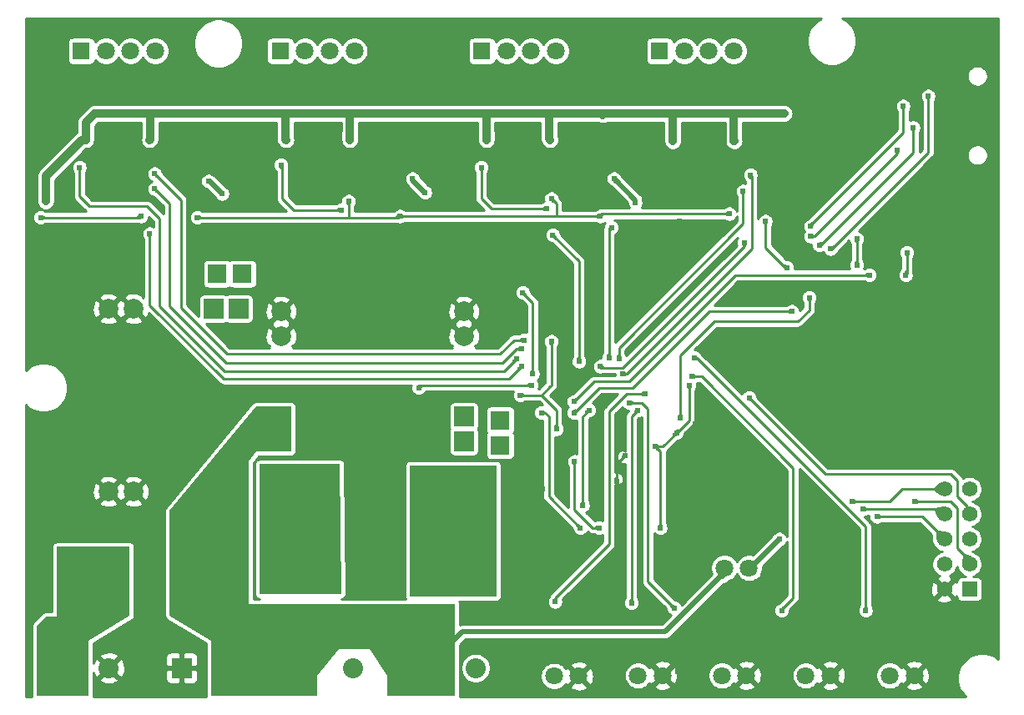
<source format=gbl>
%TF.GenerationSoftware,KiCad,Pcbnew,5.1.7-a382d34a8~87~ubuntu20.04.1*%
%TF.CreationDate,2020-10-19T23:47:47+03:00*%
%TF.ProjectId,E3_Pcb,45335f50-6362-42e6-9b69-6361645f7063,rev?*%
%TF.SameCoordinates,Original*%
%TF.FileFunction,Copper,L2,Bot*%
%TF.FilePolarity,Positive*%
%FSLAX46Y46*%
G04 Gerber Fmt 4.6, Leading zero omitted, Abs format (unit mm)*
G04 Created by KiCad (PCBNEW 5.1.7-a382d34a8~87~ubuntu20.04.1) date 2020-10-19 23:47:47*
%MOMM*%
%LPD*%
G01*
G04 APERTURE LIST*
%TA.AperFunction,NonConductor*%
%ADD10C,0.100000*%
%TD*%
%TA.AperFunction,ComponentPad*%
%ADD11R,1.800000X1.800000*%
%TD*%
%TA.AperFunction,ComponentPad*%
%ADD12C,1.800000*%
%TD*%
%TA.AperFunction,ComponentPad*%
%ADD13C,1.575000*%
%TD*%
%TA.AperFunction,ComponentPad*%
%ADD14R,1.575000X1.575000*%
%TD*%
%TA.AperFunction,ComponentPad*%
%ADD15R,1.930000X1.930000*%
%TD*%
%TA.AperFunction,ComponentPad*%
%ADD16C,2.000000*%
%TD*%
%TA.AperFunction,ComponentPad*%
%ADD17R,2.000000X2.000000*%
%TD*%
%TA.AperFunction,ComponentPad*%
%ADD18C,2.540000*%
%TD*%
%TA.AperFunction,ComponentPad*%
%ADD19R,2.032000X2.032000*%
%TD*%
%TA.AperFunction,ComponentPad*%
%ADD20C,2.032000*%
%TD*%
%TA.AperFunction,ViaPad*%
%ADD21C,0.610000*%
%TD*%
%TA.AperFunction,Conductor*%
%ADD22C,0.254000*%
%TD*%
%TA.AperFunction,Conductor*%
%ADD23C,0.508000*%
%TD*%
%TA.AperFunction,Conductor*%
%ADD24C,0.813000*%
%TD*%
%TA.AperFunction,Conductor*%
%ADD25C,0.250000*%
%TD*%
%TA.AperFunction,Conductor*%
%ADD26C,0.100000*%
%TD*%
G04 APERTURE END LIST*
D10*
G36*
X134874000Y-73025000D02*
G01*
X131318000Y-73025000D01*
X130556000Y-74041000D01*
X130556000Y-88519000D01*
X151511000Y-88519000D01*
X151511000Y-97790000D01*
X144653000Y-97790000D01*
X144653000Y-95758000D01*
X142875000Y-93091000D01*
X139700000Y-93091000D01*
X137541000Y-95758000D01*
X137541000Y-97790000D01*
X126746000Y-97790000D01*
X126746000Y-92202000D01*
X122555000Y-89662000D01*
X122555000Y-78994000D01*
X131318000Y-68453000D01*
X134874000Y-68453000D01*
X134874000Y-73025000D01*
G37*
G36*
X118491000Y-89662000D02*
G01*
X114300000Y-92202000D01*
X114300000Y-97790000D01*
X109093000Y-97790000D01*
X109093000Y-90678000D01*
X109982000Y-89789000D01*
X111125000Y-89789000D01*
X111125000Y-82677000D01*
X118491000Y-82677000D01*
X118491000Y-89662000D01*
G37*
G36*
X155702000Y-87757000D02*
G01*
X146939000Y-87757000D01*
X146939000Y-74422000D01*
X155702000Y-74422000D01*
X155702000Y-87757000D01*
G37*
G36*
X139954000Y-87503000D02*
G01*
X131699000Y-87503000D01*
X131699000Y-74295000D01*
X139827000Y-74295000D01*
X139954000Y-87503000D01*
G37*
G36*
X200647000Y-77426000D02*
G01*
X200096000Y-76962000D01*
X200096000Y-76708000D01*
X200647000Y-76244000D01*
X200647000Y-77426000D01*
G37*
G36*
X200430000Y-79648000D02*
G01*
X200156000Y-78994000D01*
X200292000Y-78740000D01*
X200989000Y-78608000D01*
X200430000Y-79648000D01*
G37*
G36*
X204104000Y-78694000D02*
G01*
X202983000Y-79068000D01*
X203327000Y-78655000D01*
X203581000Y-78571000D01*
X204104000Y-78694000D01*
G37*
G36*
X201217000Y-81129000D02*
G01*
X200382000Y-81964000D01*
X200320000Y-81247000D01*
X200500000Y-81067000D01*
X201217000Y-81129000D01*
G37*
G36*
X203953000Y-83707000D02*
G01*
X202935000Y-84305000D01*
X203052000Y-83597000D01*
X203278000Y-83464000D01*
X203953000Y-83707000D01*
G37*
G36*
X181960000Y-84719000D02*
G01*
X182070000Y-85458000D01*
X180838000Y-84905000D01*
X181464000Y-84496000D01*
X181960000Y-84719000D01*
G37*
G36*
X109889000Y-49149000D02*
G01*
X109889000Y-49403000D01*
X109676000Y-49505000D01*
X109676000Y-49047000D01*
X109889000Y-49149000D01*
G37*
G36*
X158261000Y-64693000D02*
G01*
X158038000Y-64772000D01*
X157859000Y-64593000D01*
X157938000Y-64370000D01*
X158261000Y-64693000D01*
G37*
G36*
X120650000Y-51342000D02*
G01*
X120396000Y-51342000D01*
X120294000Y-51129000D01*
X120752000Y-51129000D01*
X120650000Y-51342000D01*
G37*
G36*
X157753000Y-63931000D02*
G01*
X157530000Y-64010000D01*
X157351000Y-63831000D01*
X157430000Y-63608000D01*
X157753000Y-63931000D01*
G37*
G36*
X113538000Y-44611000D02*
G01*
X113284000Y-44611000D01*
X113182000Y-44398000D01*
X113640000Y-44398000D01*
X113538000Y-44611000D01*
G37*
G36*
X158040000Y-62840000D02*
G01*
X157827000Y-62738000D01*
X157827000Y-62484000D01*
X158040000Y-62382000D01*
X158040000Y-62840000D01*
G37*
G36*
X121414000Y-46559000D02*
G01*
X121235000Y-46738000D01*
X121012000Y-46659000D01*
X121335000Y-46336000D01*
X121414000Y-46559000D01*
G37*
G36*
X158294000Y-61951000D02*
G01*
X158081000Y-61849000D01*
X158081000Y-61595000D01*
X158294000Y-61493000D01*
X158294000Y-61951000D01*
G37*
G36*
X121414000Y-45035000D02*
G01*
X121235000Y-45214000D01*
X121012000Y-45135000D01*
X121335000Y-44812000D01*
X121414000Y-45035000D01*
G37*
G36*
X139752000Y-48743000D02*
G01*
X139539000Y-48641000D01*
X139539000Y-48387000D01*
X139752000Y-48285000D01*
X139752000Y-48743000D01*
G37*
G36*
X134112000Y-44296000D02*
G01*
X133858000Y-44378000D01*
X133702000Y-44204000D01*
X134137000Y-44064000D01*
X134112000Y-44296000D01*
G37*
G36*
X159614000Y-64949000D02*
G01*
X159156000Y-64949000D01*
X159258000Y-64736000D01*
X159512000Y-64736000D01*
X159614000Y-64949000D01*
G37*
G36*
X158752000Y-57100000D02*
G01*
X158573000Y-57279000D01*
X158350000Y-57200000D01*
X158673000Y-56877000D01*
X158752000Y-57100000D01*
G37*
G36*
X160580000Y-48616000D02*
G01*
X160367000Y-48514000D01*
X160367000Y-48260000D01*
X160580000Y-48158000D01*
X160580000Y-48616000D01*
G37*
G36*
X154305000Y-44611000D02*
G01*
X154051000Y-44611000D01*
X153949000Y-44398000D01*
X154407000Y-44398000D01*
X154305000Y-44611000D01*
G37*
G36*
X164313000Y-63679000D02*
G01*
X163855000Y-63679000D01*
X163957000Y-63466000D01*
X164211000Y-63466000D01*
X164313000Y-63679000D01*
G37*
G36*
X161800000Y-51258000D02*
G01*
X161621000Y-51437000D01*
X161398000Y-51358000D01*
X161721000Y-51035000D01*
X161800000Y-51258000D01*
G37*
G36*
X166679000Y-64389000D02*
G01*
X166597000Y-64643000D01*
X166365000Y-64668000D01*
X166505000Y-64233000D01*
X166679000Y-64389000D01*
G37*
G36*
X180975000Y-52197000D02*
G01*
X180721000Y-52197000D01*
X180619000Y-52018000D01*
X181077000Y-52018000D01*
X180975000Y-52197000D01*
G37*
G36*
X167361000Y-63298000D02*
G01*
X166903000Y-63298000D01*
X167005000Y-63085000D01*
X167259000Y-63085000D01*
X167361000Y-63298000D01*
G37*
G36*
X167405000Y-50596000D02*
G01*
X167222000Y-50636000D01*
X167042000Y-50456000D01*
X167082000Y-50273000D01*
X167405000Y-50596000D01*
G37*
G36*
X168377000Y-63425000D02*
G01*
X167919000Y-63425000D01*
X168021000Y-63212000D01*
X168275000Y-63212000D01*
X168377000Y-63425000D01*
G37*
G36*
X180848000Y-47024000D02*
G01*
X180594000Y-47024000D01*
X180492000Y-46811000D01*
X180950000Y-46811000D01*
X180848000Y-47024000D01*
G37*
G36*
X168910000Y-65024000D02*
G01*
X168910000Y-65278000D01*
X168731000Y-65380000D01*
X168731000Y-64922000D01*
X168910000Y-65024000D01*
G37*
G36*
X181737000Y-45312000D02*
G01*
X181483000Y-45394000D01*
X181327000Y-45220000D01*
X181762000Y-45080000D01*
X181737000Y-45312000D01*
G37*
G36*
X197485000Y-53247000D02*
G01*
X197231000Y-53247000D01*
X197129000Y-53034000D01*
X197587000Y-53034000D01*
X197485000Y-53247000D01*
G37*
G36*
X197485000Y-54764000D02*
G01*
X197510000Y-54996000D01*
X197075000Y-54856000D01*
X197231000Y-54682000D01*
X197485000Y-54764000D01*
G37*
G36*
X174600000Y-69394000D02*
G01*
X174142000Y-69394000D01*
X174244000Y-69181000D01*
X174498000Y-69181000D01*
X174600000Y-69394000D01*
G37*
G36*
X187579000Y-57819000D02*
G01*
X187325000Y-57819000D01*
X187223000Y-57606000D01*
X187681000Y-57606000D01*
X187579000Y-57819000D01*
G37*
G36*
X185472000Y-59030000D02*
G01*
X185259000Y-58928000D01*
X185259000Y-58674000D01*
X185472000Y-58572000D01*
X185472000Y-59030000D01*
G37*
G36*
X163959000Y-68884000D02*
G01*
X163880000Y-69107000D01*
X163557000Y-68784000D01*
X163780000Y-68705000D01*
X163959000Y-68884000D01*
G37*
G36*
X163959000Y-67741000D02*
G01*
X163880000Y-67964000D01*
X163557000Y-67641000D01*
X163780000Y-67562000D01*
X163959000Y-67741000D01*
G37*
G36*
X193346000Y-55347000D02*
G01*
X193133000Y-55245000D01*
X193133000Y-54991000D01*
X193346000Y-54889000D01*
X193346000Y-55347000D01*
G37*
G36*
X197104000Y-38388000D02*
G01*
X196850000Y-38388000D01*
X196748000Y-38175000D01*
X197206000Y-38175000D01*
X197104000Y-38388000D01*
G37*
G36*
X187912000Y-49885000D02*
G01*
X187880000Y-50118000D01*
X187495000Y-49872000D01*
X187692000Y-49745000D01*
X187912000Y-49885000D01*
G37*
G36*
X196469000Y-42799000D02*
G01*
X196215000Y-42799000D01*
X196113000Y-42620000D01*
X196571000Y-42620000D01*
X196469000Y-42799000D01*
G37*
G36*
X187960000Y-51054000D02*
G01*
X187960000Y-51308000D01*
X187781000Y-51410000D01*
X187781000Y-50952000D01*
X187960000Y-51054000D01*
G37*
G36*
X188888000Y-51957000D02*
G01*
X188761000Y-52154000D01*
X188515000Y-51769000D01*
X188748000Y-51737000D01*
X188888000Y-51957000D01*
G37*
G36*
X198120000Y-40565000D02*
G01*
X197866000Y-40565000D01*
X197764000Y-40351000D01*
X198222000Y-40351000D01*
X198120000Y-40565000D01*
G37*
G36*
X190031000Y-52338000D02*
G01*
X189904000Y-52535000D01*
X189658000Y-52150000D01*
X189891000Y-52118000D01*
X190031000Y-52338000D01*
G37*
G36*
X199644000Y-37372000D02*
G01*
X199390000Y-37372000D01*
X199288000Y-37159000D01*
X199746000Y-37159000D01*
X199644000Y-37372000D01*
G37*
G36*
X170613000Y-67412000D02*
G01*
X170400000Y-67310000D01*
X170400000Y-67056000D01*
X170613000Y-66954000D01*
X170613000Y-67412000D01*
G37*
G36*
X161900000Y-88063000D02*
G01*
X161442000Y-88063000D01*
X161544000Y-87884000D01*
X161798000Y-87884000D01*
X161900000Y-88063000D01*
G37*
G36*
X170072000Y-69138000D02*
G01*
X169849000Y-69217000D01*
X169670000Y-69038000D01*
X169749000Y-68815000D01*
X170072000Y-69138000D01*
G37*
G36*
X169579000Y-67945000D02*
G01*
X169579000Y-68199000D01*
X169366000Y-68301000D01*
X169366000Y-67843000D01*
X169579000Y-67945000D01*
G37*
G36*
X169647000Y-88190000D02*
G01*
X169189000Y-88190000D01*
X169291000Y-87977000D01*
X169545000Y-87977000D01*
X169647000Y-88190000D01*
G37*
G36*
X173755000Y-88596000D02*
G01*
X173432000Y-88919000D01*
X173353000Y-88696000D01*
X173532000Y-88517000D01*
X173755000Y-88596000D01*
G37*
G36*
X175929000Y-65278000D02*
G01*
X175929000Y-65532000D01*
X175716000Y-65634000D01*
X175716000Y-65176000D01*
X175929000Y-65278000D01*
G37*
G36*
X184991000Y-88874000D02*
G01*
X184959000Y-89107000D01*
X184574000Y-88861000D01*
X184771000Y-88734000D01*
X184991000Y-88874000D01*
G37*
G36*
X176206000Y-63505000D02*
G01*
X176113000Y-63770000D01*
X175882000Y-63782000D01*
X176034000Y-63351000D01*
X176206000Y-63505000D01*
G37*
G36*
X193396000Y-88952000D02*
G01*
X192938000Y-88952000D01*
X193040000Y-88739000D01*
X193294000Y-88739000D01*
X193396000Y-88952000D01*
G37*
G36*
X148172000Y-66384000D02*
G01*
X148132000Y-66567000D01*
X147809000Y-66244000D01*
X147992000Y-66204000D01*
X148172000Y-66384000D01*
G37*
G36*
X159056000Y-66523000D02*
G01*
X158843000Y-66421000D01*
X158843000Y-66167000D01*
X159056000Y-66065000D01*
X159056000Y-66523000D01*
G37*
G36*
X165119000Y-69138000D02*
G01*
X164896000Y-69217000D01*
X164717000Y-69038000D01*
X164796000Y-68815000D01*
X165119000Y-69138000D01*
G37*
G36*
X164694000Y-78284000D02*
G01*
X164236000Y-78284000D01*
X164338000Y-78071000D01*
X164592000Y-78071000D01*
X164694000Y-78284000D01*
G37*
G36*
X193328000Y-78740000D02*
G01*
X193328000Y-78994000D01*
X193115000Y-79096000D01*
X193115000Y-78638000D01*
X193328000Y-78740000D01*
G37*
G36*
X194725000Y-79502000D02*
G01*
X194725000Y-79756000D01*
X194512000Y-79858000D01*
X194512000Y-79400000D01*
X194725000Y-79502000D01*
G37*
G36*
X192185000Y-77978000D02*
G01*
X192185000Y-78232000D01*
X191972000Y-78334000D01*
X191972000Y-77876000D01*
X192185000Y-77978000D01*
G37*
G36*
X181739000Y-67768000D02*
G01*
X181560000Y-67947000D01*
X181337000Y-67868000D01*
X181660000Y-67545000D01*
X181739000Y-67768000D01*
G37*
G36*
X198535000Y-77978000D02*
G01*
X198535000Y-78232000D01*
X198322000Y-78334000D01*
X198322000Y-77876000D01*
X198535000Y-77978000D01*
G37*
G36*
X192507000Y-53900000D02*
G01*
X192049000Y-53900000D01*
X192151000Y-53687000D01*
X192405000Y-53687000D01*
X192507000Y-53900000D01*
G37*
G36*
X192405000Y-51850000D02*
G01*
X192151000Y-51850000D01*
X192049000Y-51637000D01*
X192507000Y-51637000D01*
X192405000Y-51850000D01*
G37*
G36*
X163764000Y-74456000D02*
G01*
X163510000Y-74456000D01*
X163408000Y-74243000D01*
X163865000Y-74242000D01*
X163764000Y-74456000D01*
G37*
G36*
X165914000Y-81001000D02*
G01*
X165701000Y-80899000D01*
X165701000Y-80645000D01*
X165914000Y-80543000D01*
X165914000Y-81001000D01*
G37*
G36*
X160655000Y-68961000D02*
G01*
X160655000Y-69215000D01*
X160476000Y-69317000D01*
X160476000Y-68859000D01*
X160655000Y-68961000D01*
G37*
G36*
X164230000Y-80468000D02*
G01*
X163907000Y-80791000D01*
X163828000Y-80568000D01*
X164007000Y-80389000D01*
X164230000Y-80468000D01*
G37*
G36*
X158530000Y-67183000D02*
G01*
X158530000Y-67437000D01*
X158317000Y-67539000D01*
X158317000Y-67081000D01*
X158530000Y-67183000D01*
G37*
G36*
X161417000Y-62264000D02*
G01*
X161163000Y-62264000D01*
X161061000Y-62051000D01*
X161519000Y-62051000D01*
X161417000Y-62264000D01*
G37*
G36*
X162027000Y-70537000D02*
G01*
X161569000Y-70537000D01*
X161671000Y-70324000D01*
X161925000Y-70324000D01*
X162027000Y-70537000D01*
G37*
G36*
X168802000Y-73710000D02*
G01*
X168579000Y-73789000D01*
X168400000Y-73610000D01*
X168479000Y-73387000D01*
X168802000Y-73710000D01*
G37*
G36*
X168123000Y-75871000D02*
G01*
X167665000Y-75871000D01*
X167767000Y-75658000D01*
X168021000Y-75658000D01*
X168123000Y-75871000D01*
G37*
G36*
X174009000Y-71424000D02*
G01*
X173786000Y-71503000D01*
X173607000Y-71324000D01*
X173686000Y-71101000D01*
X174009000Y-71424000D01*
G37*
G36*
X174373000Y-70916000D02*
G01*
X174294000Y-71139000D01*
X173971000Y-70816000D01*
X174194000Y-70737000D01*
X174373000Y-70916000D01*
G37*
G36*
X172214000Y-72721000D02*
G01*
X172035000Y-72900000D01*
X171812000Y-72821000D01*
X172135000Y-72498000D01*
X172214000Y-72721000D01*
G37*
G36*
X172246000Y-72390000D02*
G01*
X172246000Y-72644000D01*
X172033000Y-72746000D01*
X172033000Y-72288000D01*
X172246000Y-72390000D01*
G37*
G36*
X175387000Y-66709000D02*
G01*
X175133000Y-66709000D01*
X175031000Y-66496000D01*
X175489000Y-66496000D01*
X175387000Y-66709000D01*
G37*
G36*
X172568000Y-80570000D02*
G01*
X172110000Y-80570000D01*
X172212000Y-80357000D01*
X172466000Y-80357000D01*
X172568000Y-80570000D01*
G37*
G36*
X185119000Y-54055000D02*
G01*
X184873000Y-54440000D01*
X184746000Y-54243000D01*
X184886000Y-54023000D01*
X185119000Y-54055000D01*
G37*
G36*
X183134000Y-50072000D02*
G01*
X182880000Y-50072000D01*
X182778000Y-49859000D01*
X183236000Y-49859000D01*
X183134000Y-50072000D01*
G37*
G36*
X140944000Y-47828000D02*
G01*
X140841000Y-48041000D01*
X140587000Y-48039000D01*
X140486000Y-47826000D01*
X140944000Y-47828000D01*
G37*
G36*
X146338000Y-49022000D02*
G01*
X146338000Y-49276000D01*
X146125000Y-49378000D01*
X146125000Y-48920000D01*
X146338000Y-49022000D01*
G37*
G36*
X145801000Y-49428000D02*
G01*
X145569000Y-49403000D01*
X145487000Y-49149000D01*
X145661000Y-48993000D01*
X145801000Y-49428000D01*
G37*
G36*
X161673000Y-47575000D02*
G01*
X161494000Y-47754000D01*
X161271000Y-47675000D01*
X161594000Y-47352000D01*
X161673000Y-47575000D01*
G37*
G36*
X166041000Y-49378000D02*
G01*
X165828000Y-49276000D01*
X165828000Y-49022000D01*
X166041000Y-48920000D01*
X166041000Y-49378000D01*
G37*
G36*
X166587000Y-48985000D02*
G01*
X166547000Y-49168000D01*
X166224000Y-48845000D01*
X166407000Y-48805000D01*
X166587000Y-48985000D01*
G37*
G36*
X125764000Y-49149000D02*
G01*
X125764000Y-49403000D01*
X125551000Y-49505000D01*
X125551000Y-49047000D01*
X125764000Y-49149000D01*
G37*
G36*
X119512000Y-49428000D02*
G01*
X119280000Y-49403000D01*
X119198000Y-49149000D01*
X119372000Y-48993000D01*
X119512000Y-49428000D01*
G37*
G36*
X179122000Y-49124000D02*
G01*
X178909000Y-49022000D01*
X178909000Y-48768000D01*
X179122000Y-48666000D01*
X179122000Y-49124000D01*
G37*
G36*
X127908000Y-46559000D02*
G01*
X127585000Y-46882000D01*
X127416000Y-46749000D01*
X127775000Y-46390000D01*
X127908000Y-46559000D01*
G37*
G36*
X126982000Y-45597000D02*
G01*
X126702000Y-46035000D01*
X126539000Y-45894000D01*
X126785000Y-45509000D01*
X126982000Y-45597000D01*
G37*
G36*
X148482000Y-46432000D02*
G01*
X148159000Y-46755000D01*
X147990000Y-46622000D01*
X148349000Y-46263000D01*
X148482000Y-46432000D01*
G37*
G36*
X147635000Y-45549000D02*
G01*
X147197000Y-45829000D01*
X147109000Y-45632000D01*
X147494000Y-45386000D01*
X147635000Y-45549000D01*
G37*
G36*
X169948000Y-47486000D02*
G01*
X169517000Y-47638000D01*
X169396000Y-47454000D01*
X169927000Y-47267000D01*
X169948000Y-47486000D01*
G37*
G36*
X168113000Y-45453000D02*
G01*
X167754000Y-45812000D01*
X167621000Y-45643000D01*
X167944000Y-45320000D01*
X168113000Y-45453000D01*
G37*
G36*
X184423000Y-82219000D02*
G01*
X184290000Y-82388000D01*
X183931000Y-82029000D01*
X184100000Y-81896000D01*
X184423000Y-82219000D01*
G37*
G36*
X149875000Y-94070000D02*
G01*
X149606000Y-94878000D01*
X148708000Y-93980000D01*
X149516000Y-93711000D01*
X149875000Y-94070000D01*
G37*
D11*
%TO.P,CN2,1*%
%TO.N,Y_OB2*%
X133791000Y-32385000D03*
D12*
%TO.P,CN2,2*%
%TO.N,Y_OB1*%
X136293000Y-32385000D03*
%TO.P,CN2,3*%
%TO.N,Y_OA1*%
X138792000Y-32385000D03*
%TO.P,CN2,4*%
%TO.N,Y_OA2*%
X141291000Y-32385000D03*
%TD*%
D11*
%TO.P,CN1,1*%
%TO.N,X_OB2*%
X113598000Y-32385000D03*
D12*
%TO.P,CN1,2*%
%TO.N,X_OB1*%
X116100000Y-32385000D03*
%TO.P,CN1,3*%
%TO.N,X_OA1*%
X118599000Y-32385000D03*
%TO.P,CN1,4*%
%TO.N,X_OA2*%
X121098000Y-32385000D03*
%TD*%
D11*
%TO.P,CN3,1*%
%TO.N,Z_OB2*%
X154238000Y-32385000D03*
D12*
%TO.P,CN3,2*%
%TO.N,Z_OB1*%
X156740000Y-32385000D03*
%TO.P,CN3,3*%
%TO.N,Z_OA1*%
X159239000Y-32385000D03*
%TO.P,CN3,4*%
%TO.N,Z_OA2*%
X161738000Y-32385000D03*
%TD*%
D11*
%TO.P,CN4,1*%
%TO.N,E0_OB2*%
X172272000Y-32385000D03*
D12*
%TO.P,CN4,2*%
%TO.N,E0_OB1*%
X174774000Y-32385000D03*
%TO.P,CN4,3*%
%TO.N,E0_OA1*%
X177273000Y-32385000D03*
%TO.P,CN4,4*%
%TO.N,E0_OA2*%
X179772000Y-32385000D03*
%TD*%
D13*
%TO.P,H2,10*%
%TO.N,LCD_BEEP*%
X201168000Y-76835000D03*
%TO.P,H2,9*%
%TO.N,LCD_ENC_BTN*%
X203708000Y-76835000D03*
%TO.P,H2,8*%
%TO.N,LCD_ENC_B*%
X201168000Y-79375000D03*
%TO.P,H2,7*%
%TO.N,RESET*%
X203708000Y-79375000D03*
%TO.P,H2,6*%
%TO.N,LCD_ENC_A*%
X201168000Y-81915000D03*
%TO.P,H2,5*%
%TO.N,LCD_SCK*%
X203708000Y-81915000D03*
%TO.P,H2,4*%
%TO.N,LCD_CS*%
X201168000Y-84455000D03*
%TO.P,H2,3*%
%TO.N,LCD_MOSI*%
X203708000Y-84455000D03*
%TO.P,H2,2*%
%TO.N,GND*%
X201168000Y-86995000D03*
D14*
%TO.P,H2,1*%
%TO.N,+5V*%
X203708000Y-86995000D03*
%TD*%
D15*
%TO.P,JP2,1*%
%TO.N,U7_3*%
X156083000Y-72390000D03*
%TO.P,JP2,2*%
%TO.N,+3V3*%
X156083000Y-69850000D03*
%TD*%
%TO.P,JP1,1*%
%TO.N,U6_3*%
X127381000Y-54991000D03*
%TO.P,JP1,2*%
%TO.N,+5V*%
X129921000Y-54991000D03*
%TD*%
D12*
%TO.P,CN5,1*%
%TO.N,X_STOP*%
X161563000Y-95822000D03*
%TO.P,CN5,2*%
%TO.N,GND*%
X164065000Y-95822000D03*
%TD*%
%TO.P,CN7,1*%
%TO.N,Z_STOP*%
X178581000Y-95758000D03*
%TO.P,CN7,2*%
%TO.N,GND*%
X181083000Y-95758000D03*
%TD*%
%TO.P,CN6,1*%
%TO.N,Y_STOP*%
X170072000Y-95758000D03*
%TO.P,CN6,2*%
%TO.N,GND*%
X172574000Y-95758000D03*
%TD*%
D16*
%TO.P,U6,4*%
%TO.N,GND*%
X116332000Y-58547000D03*
D17*
%TO.P,U6,3*%
%TO.N,U6_3*%
X129540000Y-58547000D03*
D16*
%TO.P,U6,4*%
%TO.N,GND*%
X118872000Y-58547000D03*
D17*
%TO.P,U6,3*%
%TO.N,U6_3*%
X127000000Y-58547000D03*
D16*
%TO.P,U6,1*%
%TO.N,GND*%
X116332000Y-77089000D03*
X118872000Y-77089000D03*
D17*
%TO.P,U6,2*%
%TO.N,+VB*%
X127000000Y-77089000D03*
X129540000Y-77089000D03*
%TD*%
D16*
%TO.P,U7,4*%
%TO.N,GND*%
X152400000Y-58801000D03*
D17*
%TO.P,U7,3*%
%TO.N,U7_3*%
X152400000Y-72009000D03*
D16*
%TO.P,U7,4*%
%TO.N,GND*%
X152400000Y-61341000D03*
D17*
%TO.P,U7,3*%
%TO.N,U7_3*%
X152400000Y-69469000D03*
D16*
%TO.P,U7,1*%
%TO.N,GND*%
X133858000Y-58801000D03*
X133858000Y-61341000D03*
D17*
%TO.P,U7,2*%
%TO.N,+VB*%
X133858000Y-69469000D03*
X133858000Y-72009000D03*
%TD*%
D18*
%TO.P,F1,1*%
%TO.N,F1_1*%
X114427000Y-84023000D03*
X114427000Y-87427000D03*
%TO.P,F1,2*%
%TO.N,+VB*%
X127889000Y-84023000D03*
X127889000Y-87427000D03*
%TD*%
D12*
%TO.P,CN10,1*%
%TO.N,Q4_3*%
X181337000Y-84836000D03*
%TO.P,CN10,2*%
%TO.N,+VB*%
X178835000Y-84836000D03*
%TD*%
D19*
%TO.P,P3,1*%
%TO.N,+VB*%
X148590000Y-94996000D03*
D20*
%TO.P,P3,2*%
%TO.N,Q2_2*%
X153594000Y-94996000D03*
%TD*%
D19*
%TO.P,P2,1*%
%TO.N,+VB*%
X136186000Y-94996000D03*
D20*
%TO.P,P2,2*%
%TO.N,Q1_2*%
X141190000Y-94996000D03*
%TD*%
D19*
%TO.P,P4,1*%
%TO.N,GND*%
X123783000Y-94996000D03*
D20*
%TO.P,P4,2*%
%TO.N,+VB*%
X128787000Y-94996000D03*
%TD*%
D19*
%TO.P,P1,1*%
%TO.N,F1_1*%
X111379000Y-94996000D03*
D20*
%TO.P,P1,2*%
%TO.N,GND*%
X116383000Y-94996000D03*
%TD*%
D12*
%TO.P,CN9,1*%
%TO.N,TH0*%
X195600000Y-95758000D03*
%TO.P,CN9,2*%
%TO.N,GND*%
X198102000Y-95758000D03*
%TD*%
%TO.P,CN8,1*%
%TO.N,THB*%
X187091000Y-95758000D03*
%TO.P,CN8,2*%
%TO.N,GND*%
X189593000Y-95758000D03*
%TD*%
D21*
%TO.N,GND*%
X160401000Y-79375000D03*
X161798000Y-83058000D03*
X161798000Y-84159000D03*
X161798000Y-85259000D03*
X161798000Y-86360000D03*
X156591000Y-86360000D03*
X156591000Y-85259000D03*
X156591000Y-84159000D03*
X156591000Y-83058000D03*
X140716000Y-83058000D03*
X145923000Y-86360000D03*
X145923000Y-85259000D03*
X145923000Y-84159000D03*
X140716000Y-84159000D03*
X140716000Y-85259000D03*
X140716000Y-86360000D03*
X145923000Y-83058000D03*
X144907000Y-78105000D03*
X144907000Y-76835000D03*
X160401000Y-76835000D03*
X159131000Y-79375000D03*
X157861000Y-79375000D03*
X157861000Y-78105000D03*
X157861000Y-76835000D03*
X142240000Y-79375000D03*
X142240000Y-78105000D03*
X142240000Y-76835000D03*
X116734000Y-43942000D03*
X117666000Y-43942000D03*
X118597000Y-43942000D03*
X115803000Y-43942000D03*
X116734000Y-45212000D03*
X117666000Y-45212000D03*
X118597000Y-45212000D03*
X115803000Y-45212000D03*
X116734000Y-46482000D03*
X117666000Y-46482000D03*
X118597000Y-46482000D03*
X115803000Y-46482000D03*
X136123000Y-43942000D03*
X137054000Y-43942000D03*
X137986000Y-43942000D03*
X138917000Y-43942000D03*
X138917000Y-45212000D03*
X137986000Y-45212000D03*
X137054000Y-45212000D03*
X136123000Y-45212000D03*
X136123000Y-46482000D03*
X137054000Y-46482000D03*
X137986000Y-46482000D03*
X138917000Y-46482000D03*
X156443000Y-43942000D03*
X157374000Y-43942000D03*
X158306000Y-43942000D03*
X159237000Y-43942000D03*
X159237000Y-45212000D03*
X158306000Y-45212000D03*
X157374000Y-45212000D03*
X156443000Y-45212000D03*
X156443000Y-46482000D03*
X157374000Y-46482000D03*
X158306000Y-46482000D03*
X159237000Y-46482000D03*
X175366000Y-44069000D03*
X176297000Y-44069000D03*
X177229000Y-44069000D03*
X178160000Y-44069000D03*
X178160000Y-45339000D03*
X177229000Y-45339000D03*
X176297000Y-45339000D03*
X175366000Y-45339000D03*
X175366000Y-46609000D03*
X176297000Y-46609000D03*
X177229000Y-46609000D03*
X178160000Y-46609000D03*
X155194000Y-37338000D03*
X160782000Y-37338000D03*
X179070000Y-37338000D03*
X173990000Y-37338000D03*
X140335000Y-37338000D03*
X134747000Y-37338000D03*
X119888000Y-37338000D03*
X114427000Y-37338000D03*
X162285000Y-74295000D03*
X161925000Y-76073000D03*
X168783000Y-73406000D03*
X167894000Y-76073000D03*
X195199000Y-41275000D03*
X188595000Y-41402000D03*
X174752000Y-83566000D03*
X174244000Y-49657000D03*
X162814000Y-58801000D03*
X169037000Y-62865000D03*
X165354000Y-62865000D03*
X184150000Y-74422000D03*
X165862000Y-76708000D03*
X159893000Y-74168000D03*
X174625000Y-75565000D03*
X178308000Y-81407000D03*
X137287000Y-67310000D03*
X137287000Y-68580000D03*
X139954000Y-68580000D03*
X139954000Y-67310000D03*
X137287000Y-69850000D03*
X137287000Y-71120000D03*
X139954000Y-71120000D03*
X139954000Y-69850000D03*
X147193000Y-71120000D03*
X149860000Y-71120000D03*
X149860000Y-69850000D03*
X147193000Y-69850000D03*
X147193000Y-73533000D03*
X149860000Y-73533000D03*
X149860000Y-72263000D03*
X147193000Y-72263000D03*
X137287000Y-73533000D03*
X139954000Y-73533000D03*
X139954000Y-72263000D03*
X137287000Y-72263000D03*
X121158000Y-72771000D03*
X123825000Y-72771000D03*
X123825000Y-71501000D03*
X121158000Y-71501000D03*
X121158000Y-70358000D03*
X123825000Y-70358000D03*
X123825000Y-69088000D03*
X121158000Y-69088000D03*
X121158000Y-67818000D03*
X123825000Y-67818000D03*
X123825000Y-66548000D03*
X121158000Y-66548000D03*
X117856000Y-69088000D03*
X117856000Y-67818000D03*
X117856000Y-66675000D03*
X117856000Y-65405000D03*
X117856000Y-64135000D03*
X117856000Y-62865000D03*
X143256000Y-60198000D03*
X143256000Y-58928000D03*
X140589000Y-58928000D03*
X140589000Y-57785000D03*
X143256000Y-57785000D03*
X143256000Y-56515000D03*
X140589000Y-56515000D03*
X140589000Y-55245000D03*
X143256000Y-55245000D03*
X143256000Y-53975000D03*
X140589000Y-53975000D03*
X148209000Y-40132000D03*
X148209000Y-41402000D03*
X149140000Y-41402000D03*
X149140000Y-40132000D03*
X150072000Y-40132000D03*
X150072000Y-41402000D03*
X151003000Y-40132000D03*
X151003000Y-41402000D03*
X149140000Y-42672000D03*
X148209000Y-42672000D03*
X168021000Y-40132000D03*
X168021000Y-41402000D03*
X168952000Y-41402000D03*
X168952000Y-40132000D03*
X169884000Y-40132000D03*
X169884000Y-41402000D03*
X170815000Y-40132000D03*
X170815000Y-41402000D03*
X169884000Y-42672000D03*
X168952000Y-42672000D03*
X168021000Y-42672000D03*
X127127000Y-40132000D03*
X127127000Y-41402000D03*
X128058000Y-41402000D03*
X128058000Y-40132000D03*
X128990000Y-40132000D03*
X128990000Y-41402000D03*
X129921000Y-40132000D03*
X129921000Y-41402000D03*
X128990000Y-42672000D03*
X128058000Y-42672000D03*
X127127000Y-42672000D03*
X129794000Y-50165000D03*
X129794000Y-51435000D03*
X130725000Y-51435000D03*
X130725000Y-50165000D03*
X131657000Y-50165000D03*
X131657000Y-51435000D03*
X132588000Y-50165000D03*
X132588000Y-51435000D03*
X132588000Y-52705000D03*
X131657000Y-52705000D03*
X130725000Y-52705000D03*
X129794000Y-52705000D03*
X149733000Y-50419000D03*
X149733000Y-51689000D03*
X150664000Y-51689000D03*
X150664000Y-50419000D03*
X151596000Y-50419000D03*
X151596000Y-51689000D03*
X152527000Y-50419000D03*
X152527000Y-51689000D03*
X152527000Y-52959000D03*
X151596000Y-52959000D03*
X150664000Y-52959000D03*
X149733000Y-52959000D03*
X186182000Y-62230000D03*
X186182000Y-63500000D03*
X186182000Y-64770000D03*
X186182000Y-66040000D03*
X186182000Y-67183000D03*
X186182000Y-68453000D03*
X188849000Y-68453000D03*
X188849000Y-67183000D03*
X188849000Y-66040000D03*
X188849000Y-64770000D03*
X188849000Y-63500000D03*
X188849000Y-62230000D03*
X192024000Y-67183000D03*
X192024000Y-68453000D03*
X192024000Y-69723000D03*
X192024000Y-70993000D03*
X192024000Y-72136000D03*
X192024000Y-73406000D03*
X194691000Y-73406000D03*
X194691000Y-72136000D03*
X194691000Y-70993000D03*
X194691000Y-69723000D03*
X194691000Y-68453000D03*
X194691000Y-67183000D03*
X202946000Y-62738000D03*
X202946000Y-64008000D03*
X202946000Y-65278000D03*
X202946000Y-66548000D03*
X202946000Y-67691000D03*
X202946000Y-68961000D03*
X205613000Y-68961000D03*
X205613000Y-67691000D03*
X205613000Y-66548000D03*
X205613000Y-65278000D03*
X205613000Y-64008000D03*
X205613000Y-62738000D03*
X198501000Y-89154000D03*
X198501000Y-90424000D03*
X198501000Y-91694000D03*
X198501000Y-92964000D03*
X198501000Y-94107000D03*
X201168000Y-95377000D03*
X201168000Y-94107000D03*
X201168000Y-92964000D03*
X201168000Y-91694000D03*
X201168000Y-90424000D03*
X201168000Y-89154000D03*
X189103000Y-89154000D03*
X189103000Y-90424000D03*
X189103000Y-91694000D03*
X189103000Y-92964000D03*
X189103000Y-94107000D03*
X191770000Y-95377000D03*
X191770000Y-94107000D03*
X191770000Y-92964000D03*
X191770000Y-91694000D03*
X191770000Y-90424000D03*
X191770000Y-89154000D03*
X180975000Y-89154000D03*
X180975000Y-90424000D03*
X180975000Y-91694000D03*
X180975000Y-92964000D03*
X180975000Y-94107000D03*
X183642000Y-95377000D03*
X183642000Y-94107000D03*
X183642000Y-92964000D03*
X183642000Y-91694000D03*
X183642000Y-90424000D03*
X183642000Y-89154000D03*
X174117000Y-91694000D03*
X174117000Y-92964000D03*
X174117000Y-94234000D03*
X174117000Y-95377000D03*
X174117000Y-96647000D03*
X176784000Y-96647000D03*
X176784000Y-95377000D03*
X176784000Y-94234000D03*
X176784000Y-92964000D03*
X176784000Y-91694000D03*
X176784000Y-90424000D03*
X165735000Y-92964000D03*
X165735000Y-94107000D03*
X165735000Y-95377000D03*
X168402000Y-94107000D03*
X168402000Y-92964000D03*
X168402000Y-95377000D03*
X165227000Y-88900000D03*
X165227000Y-90170000D03*
X167894000Y-88900000D03*
X167894000Y-90170000D03*
X160147000Y-94234000D03*
X160147000Y-92964000D03*
X160147000Y-89789000D03*
X160147000Y-88519000D03*
X194818000Y-82296000D03*
X194818000Y-83439000D03*
X194818000Y-84709000D03*
X197485000Y-84709000D03*
X197485000Y-83439000D03*
X197485000Y-82296000D03*
X187198000Y-79883000D03*
X187198000Y-81026000D03*
X187198000Y-82296000D03*
X189865000Y-82296000D03*
X189865000Y-81026000D03*
X189865000Y-79883000D03*
X109093000Y-32893000D03*
X109093000Y-34163000D03*
X109093000Y-35433000D03*
X109093000Y-36703000D03*
X109093000Y-37846000D03*
X109093000Y-39116000D03*
X202311000Y-35814000D03*
X202311000Y-37084000D03*
X202311000Y-38354000D03*
X202311000Y-39624000D03*
X202311000Y-40767000D03*
X202311000Y-42037000D03*
X202565000Y-51435000D03*
X202565000Y-52705000D03*
X202565000Y-53975000D03*
X202565000Y-55245000D03*
X202565000Y-56388000D03*
X202565000Y-57658000D03*
X173228000Y-52959000D03*
X172297000Y-52959000D03*
X171365000Y-52959000D03*
X170434000Y-52959000D03*
X170434000Y-51689000D03*
X171365000Y-51689000D03*
X172297000Y-51689000D03*
X173228000Y-51689000D03*
X173228000Y-50419000D03*
X172297000Y-50419000D03*
X171365000Y-50419000D03*
X170434000Y-50419000D03*
X151003000Y-37338000D03*
X150072000Y-37338000D03*
X149140000Y-37338000D03*
X148209000Y-37338000D03*
X148209000Y-36068000D03*
X149140000Y-36068000D03*
X150072000Y-36068000D03*
X151003000Y-36068000D03*
X151003000Y-34798000D03*
X150072000Y-34798000D03*
X149140000Y-34798000D03*
X148209000Y-34798000D03*
X129921000Y-37338000D03*
X128990000Y-37338000D03*
X128058000Y-37338000D03*
X127127000Y-37338000D03*
X127127000Y-36068000D03*
X128058000Y-36068000D03*
X128990000Y-36068000D03*
X129921000Y-36068000D03*
X129921000Y-34798000D03*
X128990000Y-34798000D03*
X128058000Y-34798000D03*
X127127000Y-34798000D03*
X170688000Y-37338000D03*
X169757000Y-37338000D03*
X168825000Y-37338000D03*
X167894000Y-37338000D03*
X167894000Y-36068000D03*
X168825000Y-36068000D03*
X169757000Y-36068000D03*
X170688000Y-36068000D03*
X170688000Y-34798000D03*
X169757000Y-34798000D03*
X168825000Y-34798000D03*
X167894000Y-34798000D03*
X186690000Y-42672000D03*
X186690000Y-41402000D03*
X186690000Y-40259000D03*
X186690000Y-38989000D03*
X186690000Y-37719000D03*
X186690000Y-36449000D03*
X188595000Y-40259000D03*
X175895000Y-72771000D03*
X175895000Y-71501000D03*
X175895000Y-70231000D03*
X179832000Y-74041000D03*
X179832000Y-72771000D03*
X179832000Y-71501000D03*
X179832000Y-70231000D03*
X173482000Y-75565000D03*
X173482000Y-74295000D03*
X183007000Y-74422000D03*
X183007000Y-73152000D03*
X176911000Y-63246000D03*
X176911000Y-61976000D03*
X165100000Y-56007000D03*
X165100000Y-54737000D03*
X161417000Y-58801000D03*
X161417000Y-57531000D03*
X155702000Y-59182000D03*
X155702000Y-57912000D03*
%TO.N,+VB*%
X120523000Y-41402000D03*
X125730000Y-38735000D03*
X114046000Y-41402000D03*
X109982000Y-47625000D03*
X140843000Y-41402000D03*
X134366000Y-41402000D03*
X161163000Y-41402000D03*
X154686000Y-41402000D03*
X179832000Y-41529000D03*
X173609000Y-41529000D03*
X146177000Y-38735000D03*
X166497000Y-38862000D03*
X184912000Y-38735000D03*
X127889000Y-46863000D03*
X126492000Y-45593000D03*
X148463000Y-46736000D03*
X147193000Y-45339000D03*
X169799000Y-47752000D03*
X167640000Y-45339000D03*
%TO.N,+3V3*%
X109474000Y-49276000D03*
X158115000Y-67310000D03*
X161290000Y-61849000D03*
X161798000Y-70739000D03*
X173990000Y-71120000D03*
X171831000Y-72517000D03*
X175260000Y-66294000D03*
X172339000Y-80772000D03*
X185166000Y-54356000D03*
X183007000Y-49657000D03*
X140716000Y-47625000D03*
X145923000Y-49149000D03*
X161290000Y-47371000D03*
X166243000Y-49149000D03*
X125349000Y-49276000D03*
X119634000Y-49149000D03*
X179324000Y-48895000D03*
%TO.N,X_STOP*%
X170815000Y-67183000D03*
X161671000Y-88265000D03*
%TO.N,LCD_ENC_A*%
X194310000Y-79629000D03*
%TO.N,LCD_ENC_B*%
X192913000Y-78867000D03*
%TO.N,FAN_PWM*%
X165100000Y-68834000D03*
X164465000Y-78486000D03*
%TO.N,HE0_PWM*%
X147828000Y-66548000D03*
X159258000Y-66294000D03*
%TO.N,USB_D+*%
X185674000Y-58801000D03*
X163576000Y-69088000D03*
%TO.N,USB_D-*%
X163576000Y-67945000D03*
X193548000Y-55118000D03*
%TO.N,E0_DIR*%
X168529000Y-65151000D03*
X181483000Y-44958000D03*
%TO.N,E0_UART*%
X166243000Y-64389000D03*
X180848000Y-51816000D03*
%TO.N,X_STP*%
X158242000Y-62611000D03*
X121031000Y-46355000D03*
%TO.N,Y_UART*%
X159385000Y-65151000D03*
X158369000Y-56896000D03*
%TO.N,E0_EN*%
X167132000Y-63500000D03*
X167386000Y-50292000D03*
%TO.N,D2_1*%
X197358000Y-52832000D03*
X197231000Y-55118000D03*
%TO.N,SD_MOSI*%
X196977000Y-37973000D03*
X187579000Y-50165000D03*
%TO.N,LCD_BEEP*%
X191770000Y-78105000D03*
%TO.N,LCD_MOSI*%
X198120000Y-78105000D03*
%TO.N,Y_STOP*%
X170053000Y-68834000D03*
X169418000Y-88392000D03*
%TO.N,C44_1*%
X192278000Y-54102000D03*
X192278000Y-51435000D03*
%TO.N,X_DIR*%
X158496000Y-61722000D03*
X121031000Y-44831000D03*
%TO.N,X_UART*%
X158242000Y-64389000D03*
X120523000Y-50927000D03*
%TO.N,SD_MISO*%
X196342000Y-42418000D03*
X187579000Y-51181000D03*
%TO.N,SD_CS*%
X189611000Y-52451000D03*
X199517000Y-36957000D03*
%TO.N,SD_SCK*%
X188468000Y-52070000D03*
X197993000Y-40150000D03*
%TO.N,Z_UART*%
X164084000Y-63881000D03*
X161417000Y-51054000D03*
%TO.N,Z_STOP*%
X169164000Y-68072000D03*
X173736000Y-88900000D03*
%TO.N,RESET*%
X181356000Y-67564000D03*
%TO.N,TH0*%
X175768000Y-63500000D03*
X193167000Y-89154000D03*
%TO.N,SWDIO*%
X160274000Y-69088000D03*
X164211000Y-80772000D03*
%TO.N,USB_CONN*%
X174371000Y-69596000D03*
X187452000Y-57404000D03*
%TO.N,X_EN*%
X157734000Y-63627000D03*
X113411000Y-44196000D03*
%TO.N,Y_EN*%
X139954000Y-48514000D03*
X133858000Y-43942000D03*
%TO.N,Z_EN*%
X160782000Y-48387000D03*
X154178000Y-44196000D03*
%TO.N,THB*%
X175514000Y-65405000D03*
X184658000Y-89154000D03*
%TO.N,Q4_3*%
X184404000Y-81915000D03*
%TO.N,SWCLK*%
X163636000Y-74041000D03*
X166116000Y-80772000D03*
%TO.N,E0_STP*%
X168148000Y-63627000D03*
X180721000Y-46609000D03*
%TO.N,Q1_2*%
X134789000Y-82550000D03*
X132969000Y-82550000D03*
X138430000Y-82550000D03*
X136610000Y-82550000D03*
X134747000Y-83947000D03*
X132927000Y-83947000D03*
X138388000Y-83947000D03*
X136567000Y-83947000D03*
X134747000Y-85344000D03*
X132927000Y-85344000D03*
X138388000Y-85344000D03*
X136567000Y-85344000D03*
X134747000Y-86741000D03*
X132927000Y-86741000D03*
X138388000Y-86741000D03*
X136567000Y-86741000D03*
%TO.N,Q2_2*%
X148590000Y-87249000D03*
X148590000Y-85852000D03*
X148590000Y-84455000D03*
X148632000Y-83058000D03*
X150453000Y-83058000D03*
X150410000Y-84455000D03*
X150410000Y-85852000D03*
X150410000Y-87249000D03*
X152231000Y-87249000D03*
X152231000Y-85852000D03*
X152231000Y-84455000D03*
X152273000Y-83058000D03*
X154093000Y-83058000D03*
X154051000Y-84455000D03*
X154051000Y-85852000D03*
X154051000Y-87249000D03*
%TD*%
D22*
%TO.N,GND*%
X168783000Y-73406000D02*
X167894000Y-74295000D01*
X167894000Y-74295000D02*
X167894000Y-76073000D01*
D23*
%TO.N,+VB*%
X169799000Y-47752000D02*
X169799000Y-47498000D01*
X169799000Y-47498000D02*
X167640000Y-45339000D01*
X127889000Y-46863000D02*
X126619000Y-45593000D01*
X126619000Y-45593000D02*
X126492000Y-45593000D01*
D24*
X179832000Y-41529000D02*
X179802000Y-41499000D01*
X179802000Y-41499000D02*
X179802000Y-38735000D01*
X173609000Y-41529000D02*
X173604000Y-38735000D01*
X166497000Y-38862000D02*
X166497000Y-38765000D01*
X166497000Y-38765000D02*
X166467000Y-38735000D01*
X161163000Y-41402000D02*
X161057000Y-41295000D01*
X161057000Y-41295000D02*
X161057000Y-38735000D01*
X154686000Y-41402000D02*
X154681000Y-38735000D01*
X146177000Y-38735000D02*
X146198000Y-38735000D01*
X140843000Y-41402000D02*
X140863000Y-38735000D01*
X134366000Y-41402000D02*
X134285000Y-41321000D01*
X134285000Y-41321000D02*
X134285000Y-38735000D01*
X125730000Y-38735000D02*
X125700000Y-38735000D01*
X120523000Y-41402000D02*
X120569000Y-41356000D01*
X120569000Y-41356000D02*
X120569000Y-38735000D01*
X114046000Y-41402000D02*
X114046000Y-39624000D01*
X114046000Y-39624000D02*
X114935000Y-38735000D01*
X114935000Y-38735000D02*
X183642000Y-38735000D01*
X183642000Y-38735000D02*
X184912000Y-38735000D01*
D23*
X148463000Y-46736000D02*
X147193000Y-45466000D01*
X147193000Y-45466000D02*
X147193000Y-45339000D01*
D24*
X114046000Y-41402000D02*
X113665000Y-41402000D01*
X113665000Y-41402000D02*
X109982000Y-45085000D01*
X109982000Y-45085000D02*
X109982000Y-47625000D01*
D25*
X128787000Y-94996000D02*
X132842000Y-90941000D01*
X144535000Y-90941000D02*
X148590000Y-94996000D01*
X132842000Y-90941000D02*
X144535000Y-90941000D01*
X136186000Y-94996000D02*
X128787000Y-94996000D01*
D23*
X152273000Y-91313000D02*
X148590000Y-94996000D01*
X172847000Y-91313000D02*
X152273000Y-91313000D01*
X178435000Y-85725000D02*
X172847000Y-91313000D01*
X178709000Y-85725000D02*
X178435000Y-85725000D01*
D22*
%TO.N,+3V3*%
X172339000Y-80772000D02*
X172339000Y-73025000D01*
X172339000Y-73025000D02*
X171831000Y-72517000D01*
X158115000Y-67310000D02*
X160274000Y-67310000D01*
X160274000Y-67310000D02*
X161163000Y-66421000D01*
X161163000Y-66421000D02*
X161290000Y-66294000D01*
X161290000Y-66294000D02*
X161290000Y-61849000D01*
X161798000Y-70739000D02*
X161798000Y-68834000D01*
X161798000Y-68834000D02*
X160274000Y-67310000D01*
X173990000Y-71120000D02*
X172593000Y-72517000D01*
X172593000Y-72517000D02*
X171831000Y-72517000D01*
X175260000Y-66294000D02*
X175260000Y-69850000D01*
X175260000Y-69850000D02*
X173990000Y-71120000D01*
X161290000Y-47371000D02*
X161798000Y-47879000D01*
X161798000Y-47879000D02*
X161798000Y-49022000D01*
X166243000Y-49149000D02*
X145923000Y-49149000D01*
X166243000Y-49149000D02*
X166497000Y-48895000D01*
X166497000Y-48895000D02*
X179324000Y-48895000D01*
X145923000Y-49149000D02*
X145796000Y-49276000D01*
X145796000Y-49276000D02*
X125349000Y-49276000D01*
X140716000Y-47625000D02*
X140708000Y-49276000D01*
X109474000Y-49276000D02*
X119507000Y-49276000D01*
X119507000Y-49276000D02*
X119634000Y-49149000D01*
X185166000Y-54356000D02*
X185039000Y-54356000D01*
X185039000Y-54356000D02*
X183007000Y-52324000D01*
X183007000Y-52324000D02*
X183007000Y-49657000D01*
%TO.N,X_STOP*%
X170815000Y-67183000D02*
X168910000Y-67183000D01*
X168910000Y-67183000D02*
X167132000Y-68961000D01*
X167132000Y-68961000D02*
X167132000Y-82423000D01*
X167132000Y-82423000D02*
X161671000Y-87884000D01*
X161671000Y-87884000D02*
X161671000Y-88265000D01*
%TO.N,LCD_ENC_A*%
X194310000Y-79629000D02*
X198882000Y-79629000D01*
X198882000Y-79629000D02*
X201168000Y-81915000D01*
%TO.N,LCD_ENC_B*%
X192913000Y-78867000D02*
X200660000Y-78867000D01*
X200660000Y-78867000D02*
X201168000Y-79375000D01*
%TO.N,FAN_PWM*%
X165100000Y-68834000D02*
X164465000Y-69469000D01*
X164465000Y-69469000D02*
X164465000Y-78486000D01*
%TO.N,HE0_PWM*%
X147828000Y-66548000D02*
X148082000Y-66294000D01*
X148082000Y-66294000D02*
X159258000Y-66294000D01*
%TO.N,USB_D+*%
X185674000Y-58801000D02*
X177292000Y-58801000D01*
X177292000Y-58801000D02*
X169545000Y-66548000D01*
X169545000Y-66548000D02*
X166116000Y-66548000D01*
X166116000Y-66548000D02*
X163576000Y-69088000D01*
%TO.N,USB_D-*%
X163576000Y-67945000D02*
X165608000Y-65913000D01*
X165608000Y-65913000D02*
X169164000Y-65913000D01*
X169164000Y-65913000D02*
X179959000Y-55118000D01*
X179959000Y-55118000D02*
X193548000Y-55118000D01*
%TO.N,E0_DIR*%
X168529000Y-65151000D02*
X168910000Y-65151000D01*
X168910000Y-65151000D02*
X181610000Y-52451000D01*
X181610000Y-52451000D02*
X181610000Y-45085000D01*
X181610000Y-45085000D02*
X181483000Y-44958000D01*
%TO.N,E0_UART*%
X166243000Y-64389000D02*
X166243000Y-64516000D01*
X166243000Y-64516000D02*
X168529000Y-64516000D01*
X168529000Y-64516000D02*
X180848000Y-52197000D01*
X180848000Y-52197000D02*
X180848000Y-51816000D01*
%TO.N,X_STP*%
X158242000Y-62611000D02*
X157734000Y-62611000D01*
X157734000Y-62611000D02*
X156337000Y-64008000D01*
X156337000Y-64008000D02*
X128270000Y-64008000D01*
X128270000Y-64008000D02*
X122555000Y-58293000D01*
X122555000Y-58293000D02*
X122555000Y-47879000D01*
X122555000Y-47879000D02*
X121031000Y-46355000D01*
%TO.N,Y_UART*%
X158369000Y-56896000D02*
X159385000Y-57912000D01*
X159385000Y-57912000D02*
X159385000Y-65151000D01*
%TO.N,E0_EN*%
X167132000Y-63500000D02*
X167132000Y-50546000D01*
X167132000Y-50546000D02*
X167386000Y-50292000D01*
%TO.N,D2_1*%
X197358000Y-52832000D02*
X197358000Y-54991000D01*
X197358000Y-54991000D02*
X197231000Y-55118000D01*
%TO.N,SD_MOSI*%
X196977000Y-37973000D02*
X196977000Y-40640000D01*
X196977000Y-40640000D02*
X187579000Y-50038000D01*
X187579000Y-50038000D02*
X187579000Y-50165000D01*
%TO.N,LCD_BEEP*%
X201168000Y-76835000D02*
X196850000Y-76835000D01*
X196850000Y-76835000D02*
X195580000Y-78105000D01*
X195580000Y-78105000D02*
X191770000Y-78105000D01*
%TO.N,LCD_MOSI*%
X203708000Y-84455000D02*
X203708000Y-84074000D01*
X203708000Y-84074000D02*
X202438000Y-82804000D01*
X202438000Y-82804000D02*
X202438000Y-78867000D01*
X202438000Y-78867000D02*
X202438000Y-78740000D01*
X202438000Y-78740000D02*
X201803000Y-78105000D01*
X201803000Y-78105000D02*
X198120000Y-78105000D01*
%TO.N,Y_STOP*%
X170053000Y-68834000D02*
X169418000Y-69469000D01*
X169418000Y-69469000D02*
X169418000Y-88392000D01*
%TO.N,C44_1*%
X192278000Y-54102000D02*
X192278000Y-51435000D01*
%TO.N,X_DIR*%
X158496000Y-61722000D02*
X157480000Y-61722000D01*
X157480000Y-61722000D02*
X156083000Y-63119000D01*
X156083000Y-63119000D02*
X128397000Y-63119000D01*
X128397000Y-63119000D02*
X123698000Y-58420000D01*
X123698000Y-58420000D02*
X123698000Y-47498000D01*
X123698000Y-47498000D02*
X121031000Y-44831000D01*
%TO.N,X_UART*%
X158242000Y-64389000D02*
X156972000Y-65659000D01*
X156972000Y-65659000D02*
X128016000Y-65659000D01*
X128016000Y-65659000D02*
X120523000Y-58166000D01*
X120523000Y-58166000D02*
X120523000Y-50927000D01*
%TO.N,SD_MISO*%
X187579000Y-51181000D02*
X187960000Y-51181000D01*
X187960000Y-51181000D02*
X196342000Y-42799000D01*
X196342000Y-42799000D02*
X196342000Y-42418000D01*
%TO.N,SD_CS*%
X189611000Y-52451000D02*
X189738000Y-52451000D01*
X189738000Y-52451000D02*
X199517000Y-42672000D01*
X199517000Y-42672000D02*
X199517000Y-36957000D01*
%TO.N,SD_SCK*%
X197993000Y-40150000D02*
X197993000Y-42672000D01*
X197993000Y-42672000D02*
X188595000Y-52070000D01*
X188595000Y-52070000D02*
X188468000Y-52070000D01*
%TO.N,Z_UART*%
X164084000Y-63881000D02*
X164084000Y-53721000D01*
X164084000Y-53721000D02*
X161417000Y-51054000D01*
%TO.N,Z_STOP*%
X169164000Y-68072000D02*
X170434000Y-68072000D01*
X170434000Y-68072000D02*
X171069000Y-68707000D01*
X171069000Y-68707000D02*
X171069000Y-86233000D01*
X171069000Y-86233000D02*
X173736000Y-88900000D01*
%TO.N,RESET*%
X181356000Y-67564000D02*
X189103000Y-75311000D01*
X189103000Y-75311000D02*
X201803000Y-75311000D01*
X201803000Y-75311000D02*
X202438000Y-75946000D01*
X202438000Y-75946000D02*
X202438000Y-77597000D01*
X202438000Y-77597000D02*
X203454000Y-78613000D01*
X203454000Y-78613000D02*
X203454000Y-79121000D01*
X203454000Y-79121000D02*
X203708000Y-79375000D01*
%TO.N,TH0*%
X175768000Y-63500000D02*
X176022000Y-63500000D01*
X176022000Y-63500000D02*
X193167000Y-80645000D01*
X193167000Y-80645000D02*
X193167000Y-89154000D01*
%TO.N,SWDIO*%
X160274000Y-69088000D02*
X160655000Y-69088000D01*
X160655000Y-69088000D02*
X161036000Y-69469000D01*
X161036000Y-69469000D02*
X161036000Y-77597000D01*
X161036000Y-77597000D02*
X164211000Y-80772000D01*
%TO.N,USB_CONN*%
X174371000Y-69596000D02*
X174371000Y-63246000D01*
X174371000Y-63246000D02*
X177800000Y-59817000D01*
X177800000Y-59817000D02*
X186309000Y-59817000D01*
X186309000Y-59817000D02*
X187452000Y-58674000D01*
X187452000Y-58674000D02*
X187452000Y-57404000D01*
%TO.N,X_EN*%
X157734000Y-63627000D02*
X156464000Y-64897000D01*
X156464000Y-64897000D02*
X128143000Y-64897000D01*
X128143000Y-64897000D02*
X121539000Y-58293000D01*
X121539000Y-58293000D02*
X121539000Y-49403000D01*
X121539000Y-49403000D02*
X120269000Y-48133000D01*
X120269000Y-48133000D02*
X114427000Y-48133000D01*
X114427000Y-48133000D02*
X113411000Y-47117000D01*
X113411000Y-47117000D02*
X113411000Y-44196000D01*
%TO.N,Y_EN*%
X139954000Y-48514000D02*
X135128000Y-48514000D01*
X135128000Y-48514000D02*
X133985000Y-47371000D01*
X133985000Y-47371000D02*
X133985000Y-44069000D01*
X133985000Y-44069000D02*
X133858000Y-43942000D01*
%TO.N,Z_EN*%
X160782000Y-48387000D02*
X155194000Y-48387000D01*
X155194000Y-48387000D02*
X154178000Y-47371000D01*
X154178000Y-47371000D02*
X154178000Y-44196000D01*
%TO.N,THB*%
X175514000Y-65405000D02*
X176530000Y-65405000D01*
X176530000Y-65405000D02*
X185801000Y-74676000D01*
X185801000Y-74676000D02*
X185801000Y-87884000D01*
X185801000Y-87884000D02*
X184658000Y-89027000D01*
X184658000Y-89027000D02*
X184658000Y-89154000D01*
D23*
%TO.N,Q4_3*%
X181209000Y-85110000D02*
X184404000Y-81915000D01*
D22*
%TO.N,SWCLK*%
X163637000Y-74041000D02*
X163637000Y-78928000D01*
X163637000Y-78928000D02*
X165481000Y-80772000D01*
X165481000Y-80772000D02*
X166116000Y-80772000D01*
%TO.N,E0_STP*%
X168148000Y-63627000D02*
X168148000Y-62484000D01*
X168148000Y-62484000D02*
X180721000Y-49911000D01*
X180721000Y-49911000D02*
X180721000Y-46609000D01*
%TD*%
%TO.N,GND*%
X188550017Y-29146439D02*
X188139243Y-29420909D01*
X187789909Y-29770243D01*
X187515439Y-30181017D01*
X187326381Y-30637443D01*
X187230000Y-31121984D01*
X187230000Y-31616016D01*
X187326381Y-32100557D01*
X187515439Y-32556983D01*
X187789909Y-32967757D01*
X188139243Y-33317091D01*
X188550017Y-33591561D01*
X189006443Y-33780619D01*
X189490984Y-33877000D01*
X189985016Y-33877000D01*
X190469557Y-33780619D01*
X190925983Y-33591561D01*
X191336757Y-33317091D01*
X191686091Y-32967757D01*
X191960561Y-32556983D01*
X192149619Y-32100557D01*
X192246000Y-31616016D01*
X192246000Y-31121984D01*
X192149619Y-30637443D01*
X191960561Y-30181017D01*
X191686091Y-29770243D01*
X191336757Y-29420909D01*
X190925983Y-29146439D01*
X190772828Y-29083000D01*
X206629000Y-29083000D01*
X206629001Y-94116153D01*
X206576757Y-94063909D01*
X206165983Y-93789439D01*
X205709557Y-93600381D01*
X205225016Y-93504000D01*
X204730984Y-93504000D01*
X204246443Y-93600381D01*
X203790017Y-93789439D01*
X203379243Y-94063909D01*
X203029909Y-94413243D01*
X202755439Y-94824017D01*
X202566381Y-95280443D01*
X202470000Y-95764984D01*
X202470000Y-96259016D01*
X202566381Y-96743557D01*
X202755439Y-97199983D01*
X203029909Y-97610757D01*
X203336152Y-97917000D01*
X152001117Y-97917000D01*
X152007899Y-97895619D01*
X152008098Y-97893849D01*
X152008624Y-97892148D01*
X152013626Y-97844560D01*
X152018950Y-97797093D01*
X152018974Y-97793679D01*
X152018988Y-97793546D01*
X152018976Y-97793413D01*
X152019000Y-97790000D01*
X152019000Y-94845899D01*
X152070000Y-94845899D01*
X152070000Y-95146101D01*
X152128566Y-95440534D01*
X152243449Y-95717885D01*
X152410232Y-95967493D01*
X152622507Y-96179768D01*
X152872115Y-96346551D01*
X153149466Y-96461434D01*
X153443899Y-96520000D01*
X153744101Y-96520000D01*
X154038534Y-96461434D01*
X154315885Y-96346551D01*
X154565493Y-96179768D01*
X154777768Y-95967493D01*
X154944551Y-95717885D01*
X154958866Y-95683324D01*
X160155000Y-95683324D01*
X160155000Y-95960676D01*
X160209108Y-96232699D01*
X160315246Y-96488938D01*
X160469335Y-96719548D01*
X160665452Y-96915665D01*
X160896062Y-97069754D01*
X161152301Y-97175892D01*
X161424324Y-97230000D01*
X161701676Y-97230000D01*
X161973699Y-97175892D01*
X162229938Y-97069754D01*
X162460548Y-96915665D01*
X162490133Y-96886080D01*
X163180525Y-96886080D01*
X163264208Y-97140261D01*
X163536775Y-97271158D01*
X163829642Y-97346365D01*
X164131553Y-97362991D01*
X164430907Y-97320397D01*
X164716199Y-97220222D01*
X164865792Y-97140261D01*
X164949475Y-96886080D01*
X164065000Y-96001605D01*
X163180525Y-96886080D01*
X162490133Y-96886080D01*
X162656665Y-96719548D01*
X162735440Y-96601653D01*
X162746739Y-96622792D01*
X163000920Y-96706475D01*
X163885395Y-95822000D01*
X164244605Y-95822000D01*
X165129080Y-96706475D01*
X165383261Y-96622792D01*
X165514158Y-96350225D01*
X165589365Y-96057358D01*
X165605991Y-95755447D01*
X165586623Y-95619324D01*
X168664000Y-95619324D01*
X168664000Y-95896676D01*
X168718108Y-96168699D01*
X168824246Y-96424938D01*
X168978335Y-96655548D01*
X169174452Y-96851665D01*
X169405062Y-97005754D01*
X169661301Y-97111892D01*
X169933324Y-97166000D01*
X170210676Y-97166000D01*
X170482699Y-97111892D01*
X170738938Y-97005754D01*
X170969548Y-96851665D01*
X170999133Y-96822080D01*
X171689525Y-96822080D01*
X171773208Y-97076261D01*
X172045775Y-97207158D01*
X172338642Y-97282365D01*
X172640553Y-97298991D01*
X172939907Y-97256397D01*
X173225199Y-97156222D01*
X173374792Y-97076261D01*
X173458475Y-96822080D01*
X172574000Y-95937605D01*
X171689525Y-96822080D01*
X170999133Y-96822080D01*
X171165665Y-96655548D01*
X171244440Y-96537653D01*
X171255739Y-96558792D01*
X171509920Y-96642475D01*
X172394395Y-95758000D01*
X172753605Y-95758000D01*
X173638080Y-96642475D01*
X173892261Y-96558792D01*
X174023158Y-96286225D01*
X174098365Y-95993358D01*
X174114991Y-95691447D01*
X174104729Y-95619324D01*
X177173000Y-95619324D01*
X177173000Y-95896676D01*
X177227108Y-96168699D01*
X177333246Y-96424938D01*
X177487335Y-96655548D01*
X177683452Y-96851665D01*
X177914062Y-97005754D01*
X178170301Y-97111892D01*
X178442324Y-97166000D01*
X178719676Y-97166000D01*
X178991699Y-97111892D01*
X179247938Y-97005754D01*
X179478548Y-96851665D01*
X179508133Y-96822080D01*
X180198525Y-96822080D01*
X180282208Y-97076261D01*
X180554775Y-97207158D01*
X180847642Y-97282365D01*
X181149553Y-97298991D01*
X181448907Y-97256397D01*
X181734199Y-97156222D01*
X181883792Y-97076261D01*
X181967475Y-96822080D01*
X181083000Y-95937605D01*
X180198525Y-96822080D01*
X179508133Y-96822080D01*
X179674665Y-96655548D01*
X179753440Y-96537653D01*
X179764739Y-96558792D01*
X180018920Y-96642475D01*
X180903395Y-95758000D01*
X181262605Y-95758000D01*
X182147080Y-96642475D01*
X182401261Y-96558792D01*
X182532158Y-96286225D01*
X182607365Y-95993358D01*
X182623991Y-95691447D01*
X182613729Y-95619324D01*
X185683000Y-95619324D01*
X185683000Y-95896676D01*
X185737108Y-96168699D01*
X185843246Y-96424938D01*
X185997335Y-96655548D01*
X186193452Y-96851665D01*
X186424062Y-97005754D01*
X186680301Y-97111892D01*
X186952324Y-97166000D01*
X187229676Y-97166000D01*
X187501699Y-97111892D01*
X187757938Y-97005754D01*
X187988548Y-96851665D01*
X188018133Y-96822080D01*
X188708525Y-96822080D01*
X188792208Y-97076261D01*
X189064775Y-97207158D01*
X189357642Y-97282365D01*
X189659553Y-97298991D01*
X189958907Y-97256397D01*
X190244199Y-97156222D01*
X190393792Y-97076261D01*
X190477475Y-96822080D01*
X189593000Y-95937605D01*
X188708525Y-96822080D01*
X188018133Y-96822080D01*
X188184665Y-96655548D01*
X188263440Y-96537653D01*
X188274739Y-96558792D01*
X188528920Y-96642475D01*
X189413395Y-95758000D01*
X189772605Y-95758000D01*
X190657080Y-96642475D01*
X190911261Y-96558792D01*
X191042158Y-96286225D01*
X191117365Y-95993358D01*
X191133991Y-95691447D01*
X191123729Y-95619324D01*
X194192000Y-95619324D01*
X194192000Y-95896676D01*
X194246108Y-96168699D01*
X194352246Y-96424938D01*
X194506335Y-96655548D01*
X194702452Y-96851665D01*
X194933062Y-97005754D01*
X195189301Y-97111892D01*
X195461324Y-97166000D01*
X195738676Y-97166000D01*
X196010699Y-97111892D01*
X196266938Y-97005754D01*
X196497548Y-96851665D01*
X196527133Y-96822080D01*
X197217525Y-96822080D01*
X197301208Y-97076261D01*
X197573775Y-97207158D01*
X197866642Y-97282365D01*
X198168553Y-97298991D01*
X198467907Y-97256397D01*
X198753199Y-97156222D01*
X198902792Y-97076261D01*
X198986475Y-96822080D01*
X198102000Y-95937605D01*
X197217525Y-96822080D01*
X196527133Y-96822080D01*
X196693665Y-96655548D01*
X196772440Y-96537653D01*
X196783739Y-96558792D01*
X197037920Y-96642475D01*
X197922395Y-95758000D01*
X198281605Y-95758000D01*
X199166080Y-96642475D01*
X199420261Y-96558792D01*
X199551158Y-96286225D01*
X199626365Y-95993358D01*
X199642991Y-95691447D01*
X199600397Y-95392093D01*
X199500222Y-95106801D01*
X199420261Y-94957208D01*
X199166080Y-94873525D01*
X198281605Y-95758000D01*
X197922395Y-95758000D01*
X197037920Y-94873525D01*
X196783739Y-94957208D01*
X196773108Y-94979346D01*
X196693665Y-94860452D01*
X196527133Y-94693920D01*
X197217525Y-94693920D01*
X198102000Y-95578395D01*
X198986475Y-94693920D01*
X198902792Y-94439739D01*
X198630225Y-94308842D01*
X198337358Y-94233635D01*
X198035447Y-94217009D01*
X197736093Y-94259603D01*
X197450801Y-94359778D01*
X197301208Y-94439739D01*
X197217525Y-94693920D01*
X196527133Y-94693920D01*
X196497548Y-94664335D01*
X196266938Y-94510246D01*
X196010699Y-94404108D01*
X195738676Y-94350000D01*
X195461324Y-94350000D01*
X195189301Y-94404108D01*
X194933062Y-94510246D01*
X194702452Y-94664335D01*
X194506335Y-94860452D01*
X194352246Y-95091062D01*
X194246108Y-95347301D01*
X194192000Y-95619324D01*
X191123729Y-95619324D01*
X191091397Y-95392093D01*
X190991222Y-95106801D01*
X190911261Y-94957208D01*
X190657080Y-94873525D01*
X189772605Y-95758000D01*
X189413395Y-95758000D01*
X188528920Y-94873525D01*
X188274739Y-94957208D01*
X188264108Y-94979346D01*
X188184665Y-94860452D01*
X188018133Y-94693920D01*
X188708525Y-94693920D01*
X189593000Y-95578395D01*
X190477475Y-94693920D01*
X190393792Y-94439739D01*
X190121225Y-94308842D01*
X189828358Y-94233635D01*
X189526447Y-94217009D01*
X189227093Y-94259603D01*
X188941801Y-94359778D01*
X188792208Y-94439739D01*
X188708525Y-94693920D01*
X188018133Y-94693920D01*
X187988548Y-94664335D01*
X187757938Y-94510246D01*
X187501699Y-94404108D01*
X187229676Y-94350000D01*
X186952324Y-94350000D01*
X186680301Y-94404108D01*
X186424062Y-94510246D01*
X186193452Y-94664335D01*
X185997335Y-94860452D01*
X185843246Y-95091062D01*
X185737108Y-95347301D01*
X185683000Y-95619324D01*
X182613729Y-95619324D01*
X182581397Y-95392093D01*
X182481222Y-95106801D01*
X182401261Y-94957208D01*
X182147080Y-94873525D01*
X181262605Y-95758000D01*
X180903395Y-95758000D01*
X180018920Y-94873525D01*
X179764739Y-94957208D01*
X179754108Y-94979346D01*
X179674665Y-94860452D01*
X179508133Y-94693920D01*
X180198525Y-94693920D01*
X181083000Y-95578395D01*
X181967475Y-94693920D01*
X181883792Y-94439739D01*
X181611225Y-94308842D01*
X181318358Y-94233635D01*
X181016447Y-94217009D01*
X180717093Y-94259603D01*
X180431801Y-94359778D01*
X180282208Y-94439739D01*
X180198525Y-94693920D01*
X179508133Y-94693920D01*
X179478548Y-94664335D01*
X179247938Y-94510246D01*
X178991699Y-94404108D01*
X178719676Y-94350000D01*
X178442324Y-94350000D01*
X178170301Y-94404108D01*
X177914062Y-94510246D01*
X177683452Y-94664335D01*
X177487335Y-94860452D01*
X177333246Y-95091062D01*
X177227108Y-95347301D01*
X177173000Y-95619324D01*
X174104729Y-95619324D01*
X174072397Y-95392093D01*
X173972222Y-95106801D01*
X173892261Y-94957208D01*
X173638080Y-94873525D01*
X172753605Y-95758000D01*
X172394395Y-95758000D01*
X171509920Y-94873525D01*
X171255739Y-94957208D01*
X171245108Y-94979346D01*
X171165665Y-94860452D01*
X170999133Y-94693920D01*
X171689525Y-94693920D01*
X172574000Y-95578395D01*
X173458475Y-94693920D01*
X173374792Y-94439739D01*
X173102225Y-94308842D01*
X172809358Y-94233635D01*
X172507447Y-94217009D01*
X172208093Y-94259603D01*
X171922801Y-94359778D01*
X171773208Y-94439739D01*
X171689525Y-94693920D01*
X170999133Y-94693920D01*
X170969548Y-94664335D01*
X170738938Y-94510246D01*
X170482699Y-94404108D01*
X170210676Y-94350000D01*
X169933324Y-94350000D01*
X169661301Y-94404108D01*
X169405062Y-94510246D01*
X169174452Y-94664335D01*
X168978335Y-94860452D01*
X168824246Y-95091062D01*
X168718108Y-95347301D01*
X168664000Y-95619324D01*
X165586623Y-95619324D01*
X165563397Y-95456093D01*
X165463222Y-95170801D01*
X165383261Y-95021208D01*
X165129080Y-94937525D01*
X164244605Y-95822000D01*
X163885395Y-95822000D01*
X163000920Y-94937525D01*
X162746739Y-95021208D01*
X162736108Y-95043346D01*
X162656665Y-94924452D01*
X162490133Y-94757920D01*
X163180525Y-94757920D01*
X164065000Y-95642395D01*
X164949475Y-94757920D01*
X164865792Y-94503739D01*
X164593225Y-94372842D01*
X164300358Y-94297635D01*
X163998447Y-94281009D01*
X163699093Y-94323603D01*
X163413801Y-94423778D01*
X163264208Y-94503739D01*
X163180525Y-94757920D01*
X162490133Y-94757920D01*
X162460548Y-94728335D01*
X162229938Y-94574246D01*
X161973699Y-94468108D01*
X161701676Y-94414000D01*
X161424324Y-94414000D01*
X161152301Y-94468108D01*
X160896062Y-94574246D01*
X160665452Y-94728335D01*
X160469335Y-94924452D01*
X160315246Y-95155062D01*
X160209108Y-95411301D01*
X160155000Y-95683324D01*
X154958866Y-95683324D01*
X155059434Y-95440534D01*
X155118000Y-95146101D01*
X155118000Y-94845899D01*
X155059434Y-94551466D01*
X154944551Y-94274115D01*
X154777768Y-94024507D01*
X154565493Y-93812232D01*
X154315885Y-93645449D01*
X154038534Y-93530566D01*
X153744101Y-93472000D01*
X153443899Y-93472000D01*
X153149466Y-93530566D01*
X152872115Y-93645449D01*
X152622507Y-93812232D01*
X152410232Y-94024507D01*
X152243449Y-94274115D01*
X152128566Y-94551466D01*
X152070000Y-94845899D01*
X152019000Y-94845899D01*
X152019000Y-92644630D01*
X152588630Y-92075000D01*
X172809577Y-92075000D01*
X172847000Y-92078686D01*
X172884423Y-92075000D01*
X172884426Y-92075000D01*
X172996378Y-92063974D01*
X173140015Y-92020402D01*
X173272392Y-91949645D01*
X173388422Y-91854422D01*
X173412284Y-91825346D01*
X178751090Y-86486541D01*
X178858378Y-86475974D01*
X179002015Y-86432402D01*
X179134392Y-86361645D01*
X179250422Y-86266422D01*
X179345645Y-86150392D01*
X179346949Y-86147953D01*
X179501938Y-86083754D01*
X179732548Y-85929665D01*
X179928665Y-85733548D01*
X180082754Y-85502938D01*
X180086000Y-85495101D01*
X180089246Y-85502938D01*
X180243335Y-85733548D01*
X180439452Y-85929665D01*
X180670062Y-86083754D01*
X180926301Y-86189892D01*
X181198324Y-86244000D01*
X181475676Y-86244000D01*
X181747699Y-86189892D01*
X182003938Y-86083754D01*
X182214239Y-85943235D01*
X182237620Y-85937550D01*
X182243112Y-85935005D01*
X182248955Y-85933436D01*
X182288041Y-85914181D01*
X182327572Y-85895859D01*
X182332462Y-85892297D01*
X182337893Y-85889622D01*
X182372495Y-85863141D01*
X182407714Y-85837491D01*
X182411822Y-85833045D01*
X182416626Y-85829368D01*
X182445423Y-85796674D01*
X182474992Y-85764668D01*
X182478156Y-85759511D01*
X182482157Y-85754969D01*
X182504063Y-85717292D01*
X182526845Y-85680164D01*
X182528947Y-85674492D01*
X182531990Y-85669258D01*
X182546165Y-85628030D01*
X182561296Y-85587198D01*
X182562256Y-85581227D01*
X182564225Y-85575500D01*
X182570119Y-85532319D01*
X182571703Y-85522471D01*
X182584754Y-85502938D01*
X182690892Y-85246699D01*
X182745000Y-84974676D01*
X182745000Y-84697324D01*
X182737419Y-84659211D01*
X184741403Y-82655228D01*
X184789100Y-82635471D01*
X184922257Y-82546499D01*
X185035499Y-82433257D01*
X185124471Y-82300100D01*
X185166001Y-82199839D01*
X185166001Y-87620974D01*
X184451265Y-88335711D01*
X184347398Y-88402671D01*
X184272900Y-88433529D01*
X184139743Y-88522501D01*
X184026501Y-88635743D01*
X183937529Y-88768900D01*
X183876243Y-88916857D01*
X183845000Y-89073926D01*
X183845000Y-89234074D01*
X183876243Y-89391143D01*
X183937529Y-89539100D01*
X184026501Y-89672257D01*
X184139743Y-89785499D01*
X184272900Y-89874471D01*
X184420857Y-89935757D01*
X184577926Y-89967000D01*
X184738074Y-89967000D01*
X184895143Y-89935757D01*
X185043100Y-89874471D01*
X185176257Y-89785499D01*
X185289499Y-89672257D01*
X185378471Y-89539100D01*
X185439757Y-89391143D01*
X185471000Y-89234074D01*
X185471000Y-89112598D01*
X185471091Y-89111933D01*
X186227957Y-88355068D01*
X186252185Y-88335185D01*
X186331537Y-88238494D01*
X186390502Y-88128180D01*
X186426812Y-88008482D01*
X186436000Y-87915192D01*
X186436000Y-87915182D01*
X186439071Y-87884001D01*
X186436000Y-87852820D01*
X186436000Y-74812025D01*
X192532000Y-80908026D01*
X192532001Y-88623636D01*
X192502683Y-88684859D01*
X192446529Y-88768900D01*
X192385243Y-88916857D01*
X192354000Y-89073926D01*
X192354000Y-89234074D01*
X192385243Y-89391143D01*
X192446529Y-89539100D01*
X192535501Y-89672257D01*
X192648743Y-89785499D01*
X192781900Y-89874471D01*
X192929857Y-89935757D01*
X193086926Y-89967000D01*
X193247074Y-89967000D01*
X193404143Y-89935757D01*
X193552100Y-89874471D01*
X193685257Y-89785499D01*
X193798499Y-89672257D01*
X193887471Y-89539100D01*
X193948757Y-89391143D01*
X193980000Y-89234074D01*
X193980000Y-89073926D01*
X193948757Y-88916857D01*
X193887471Y-88768900D01*
X193831317Y-88684859D01*
X193802000Y-88623638D01*
X193802000Y-87978776D01*
X200363829Y-87978776D01*
X200433898Y-88221470D01*
X200687276Y-88341121D01*
X200959128Y-88409040D01*
X201239008Y-88422619D01*
X201516157Y-88381334D01*
X201779928Y-88286774D01*
X201902102Y-88221470D01*
X201972171Y-87978776D01*
X201168000Y-87174605D01*
X200363829Y-87978776D01*
X193802000Y-87978776D01*
X193802000Y-87066008D01*
X199740381Y-87066008D01*
X199781666Y-87343157D01*
X199876226Y-87606928D01*
X199941530Y-87729102D01*
X200184224Y-87799171D01*
X200988395Y-86995000D01*
X200184224Y-86190829D01*
X199941530Y-86260898D01*
X199821879Y-86514276D01*
X199753960Y-86786128D01*
X199740381Y-87066008D01*
X193802000Y-87066008D01*
X193802000Y-80676189D01*
X193805072Y-80645000D01*
X193802000Y-80613808D01*
X193792812Y-80520518D01*
X193756502Y-80400820D01*
X193750184Y-80389000D01*
X193697538Y-80290506D01*
X193638069Y-80218043D01*
X193638065Y-80218039D01*
X193618185Y-80193815D01*
X193593962Y-80173936D01*
X193082281Y-79662256D01*
X193150143Y-79648757D01*
X193298100Y-79587471D01*
X193382141Y-79531317D01*
X193443362Y-79502000D01*
X193506334Y-79502000D01*
X193497000Y-79548926D01*
X193497000Y-79709074D01*
X193528243Y-79866143D01*
X193589529Y-80014100D01*
X193678501Y-80147257D01*
X193791743Y-80260499D01*
X193924900Y-80349471D01*
X194072857Y-80410757D01*
X194229926Y-80442000D01*
X194390074Y-80442000D01*
X194547143Y-80410757D01*
X194695100Y-80349471D01*
X194779141Y-80293317D01*
X194840362Y-80264000D01*
X198618976Y-80264000D01*
X199829805Y-81474830D01*
X199872500Y-81968573D01*
X199872500Y-82042596D01*
X199922286Y-82292883D01*
X200019943Y-82528649D01*
X200161720Y-82740833D01*
X200342167Y-82921280D01*
X200554351Y-83063057D01*
X200790117Y-83160714D01*
X200912209Y-83185000D01*
X200790117Y-83209286D01*
X200554351Y-83306943D01*
X200342167Y-83448720D01*
X200161720Y-83629167D01*
X200019943Y-83841351D01*
X199922286Y-84077117D01*
X199872500Y-84327404D01*
X199872500Y-84582596D01*
X199922286Y-84832883D01*
X200019943Y-85068649D01*
X200161720Y-85280833D01*
X200342167Y-85461280D01*
X200554351Y-85603057D01*
X200684784Y-85657084D01*
X200556072Y-85703226D01*
X200433898Y-85768530D01*
X200363829Y-86011224D01*
X201168000Y-86815395D01*
X201972171Y-86011224D01*
X201902102Y-85768530D01*
X201659144Y-85653800D01*
X201781649Y-85603057D01*
X201993833Y-85461280D01*
X202174280Y-85280833D01*
X202316057Y-85068649D01*
X202413714Y-84832883D01*
X202438000Y-84710791D01*
X202462286Y-84832883D01*
X202559943Y-85068649D01*
X202701720Y-85280833D01*
X202882167Y-85461280D01*
X203094351Y-85603057D01*
X203321254Y-85697043D01*
X202920500Y-85697043D01*
X202820915Y-85706851D01*
X202725157Y-85735899D01*
X202636905Y-85783071D01*
X202559552Y-85846552D01*
X202496071Y-85923905D01*
X202448899Y-86012157D01*
X202419851Y-86107915D01*
X202410043Y-86207500D01*
X202410043Y-86290033D01*
X202394470Y-86260898D01*
X202151776Y-86190829D01*
X201347605Y-86995000D01*
X202151776Y-87799171D01*
X202394470Y-87729102D01*
X202410043Y-87696124D01*
X202410043Y-87782500D01*
X202419851Y-87882085D01*
X202448899Y-87977843D01*
X202496071Y-88066095D01*
X202559552Y-88143448D01*
X202636905Y-88206929D01*
X202725157Y-88254101D01*
X202820915Y-88283149D01*
X202920500Y-88292957D01*
X204495500Y-88292957D01*
X204595085Y-88283149D01*
X204690843Y-88254101D01*
X204779095Y-88206929D01*
X204856448Y-88143448D01*
X204919929Y-88066095D01*
X204967101Y-87977843D01*
X204996149Y-87882085D01*
X205005957Y-87782500D01*
X205005957Y-86207500D01*
X204996149Y-86107915D01*
X204967101Y-86012157D01*
X204919929Y-85923905D01*
X204856448Y-85846552D01*
X204779095Y-85783071D01*
X204690843Y-85735899D01*
X204595085Y-85706851D01*
X204495500Y-85697043D01*
X204094746Y-85697043D01*
X204321649Y-85603057D01*
X204533833Y-85461280D01*
X204714280Y-85280833D01*
X204856057Y-85068649D01*
X204953714Y-84832883D01*
X205003500Y-84582596D01*
X205003500Y-84327404D01*
X204953714Y-84077117D01*
X204856057Y-83841351D01*
X204714280Y-83629167D01*
X204533833Y-83448720D01*
X204321649Y-83306943D01*
X204085883Y-83209286D01*
X204050897Y-83202327D01*
X203988896Y-83180006D01*
X204085883Y-83160714D01*
X204321649Y-83063057D01*
X204533833Y-82921280D01*
X204714280Y-82740833D01*
X204856057Y-82528649D01*
X204953714Y-82292883D01*
X205003500Y-82042596D01*
X205003500Y-81787404D01*
X204953714Y-81537117D01*
X204856057Y-81301351D01*
X204714280Y-81089167D01*
X204533833Y-80908720D01*
X204321649Y-80766943D01*
X204085883Y-80669286D01*
X203963791Y-80645000D01*
X204085883Y-80620714D01*
X204321649Y-80523057D01*
X204533833Y-80381280D01*
X204714280Y-80200833D01*
X204856057Y-79988649D01*
X204953714Y-79752883D01*
X205003500Y-79502596D01*
X205003500Y-79247404D01*
X204953714Y-78997117D01*
X204856057Y-78761351D01*
X204714280Y-78549167D01*
X204533833Y-78368720D01*
X204321649Y-78226943D01*
X204085883Y-78129286D01*
X203963791Y-78105000D01*
X204085883Y-78080714D01*
X204321649Y-77983057D01*
X204533833Y-77841280D01*
X204714280Y-77660833D01*
X204856057Y-77448649D01*
X204953714Y-77212883D01*
X205003500Y-76962596D01*
X205003500Y-76707404D01*
X204953714Y-76457117D01*
X204856057Y-76221351D01*
X204714280Y-76009167D01*
X204533833Y-75828720D01*
X204321649Y-75686943D01*
X204085883Y-75589286D01*
X203835596Y-75539500D01*
X203580404Y-75539500D01*
X203330117Y-75589286D01*
X203094351Y-75686943D01*
X203035016Y-75726590D01*
X203027502Y-75701820D01*
X203005975Y-75661546D01*
X202968538Y-75591506D01*
X202909069Y-75519043D01*
X202909065Y-75519039D01*
X202889185Y-75494815D01*
X202864961Y-75474935D01*
X202274074Y-74884050D01*
X202254185Y-74859815D01*
X202157494Y-74780463D01*
X202047180Y-74721498D01*
X201927482Y-74685188D01*
X201834192Y-74676000D01*
X201834181Y-74676000D01*
X201803000Y-74672929D01*
X201771819Y-74676000D01*
X189366026Y-74676000D01*
X182179137Y-67489113D01*
X182158373Y-67430501D01*
X182137757Y-67326857D01*
X182076471Y-67178900D01*
X181987499Y-67045743D01*
X181874257Y-66932501D01*
X181741100Y-66843529D01*
X181593143Y-66782243D01*
X181436074Y-66751000D01*
X181275926Y-66751000D01*
X181118857Y-66782243D01*
X180970900Y-66843529D01*
X180837743Y-66932501D01*
X180724501Y-67045743D01*
X180635529Y-67178900D01*
X180624808Y-67204783D01*
X176493074Y-63073050D01*
X176473185Y-63048815D01*
X176409263Y-62996355D01*
X176399499Y-62981743D01*
X176286257Y-62868501D01*
X176153100Y-62779529D01*
X176005143Y-62718243D01*
X175848074Y-62687000D01*
X175828024Y-62687000D01*
X178063025Y-60452000D01*
X186277819Y-60452000D01*
X186309000Y-60455071D01*
X186340181Y-60452000D01*
X186340192Y-60452000D01*
X186433482Y-60442812D01*
X186553180Y-60406502D01*
X186663494Y-60347537D01*
X186760185Y-60268185D01*
X186780074Y-60243950D01*
X187878956Y-59145069D01*
X187903185Y-59125185D01*
X187982537Y-59028494D01*
X188041502Y-58918180D01*
X188077812Y-58798482D01*
X188087000Y-58705192D01*
X188087000Y-58705182D01*
X188090071Y-58674001D01*
X188087000Y-58642820D01*
X188087000Y-57934362D01*
X188116317Y-57873141D01*
X188172471Y-57789100D01*
X188233757Y-57641143D01*
X188265000Y-57484074D01*
X188265000Y-57323926D01*
X188233757Y-57166857D01*
X188172471Y-57018900D01*
X188083499Y-56885743D01*
X187970257Y-56772501D01*
X187837100Y-56683529D01*
X187689143Y-56622243D01*
X187532074Y-56591000D01*
X187371926Y-56591000D01*
X187214857Y-56622243D01*
X187066900Y-56683529D01*
X186933743Y-56772501D01*
X186820501Y-56885743D01*
X186731529Y-57018900D01*
X186670243Y-57166857D01*
X186639000Y-57323926D01*
X186639000Y-57484074D01*
X186670243Y-57641143D01*
X186731529Y-57789100D01*
X186787683Y-57873141D01*
X186817001Y-57934363D01*
X186817000Y-58410975D01*
X186487000Y-58740975D01*
X186487000Y-58720926D01*
X186455757Y-58563857D01*
X186394471Y-58415900D01*
X186305499Y-58282743D01*
X186192257Y-58169501D01*
X186059100Y-58080529D01*
X185911143Y-58019243D01*
X185754074Y-57988000D01*
X185593926Y-57988000D01*
X185436857Y-58019243D01*
X185288900Y-58080529D01*
X185204859Y-58136683D01*
X185143638Y-58166000D01*
X177809026Y-58166000D01*
X180222026Y-55753000D01*
X193017638Y-55753000D01*
X193078859Y-55782317D01*
X193162900Y-55838471D01*
X193310857Y-55899757D01*
X193467926Y-55931000D01*
X193628074Y-55931000D01*
X193785143Y-55899757D01*
X193933100Y-55838471D01*
X194066257Y-55749499D01*
X194179499Y-55636257D01*
X194268471Y-55503100D01*
X194329757Y-55355143D01*
X194361000Y-55198074D01*
X194361000Y-55037926D01*
X196418000Y-55037926D01*
X196418000Y-55198074D01*
X196449243Y-55355143D01*
X196510529Y-55503100D01*
X196599501Y-55636257D01*
X196712743Y-55749499D01*
X196845900Y-55838471D01*
X196993857Y-55899757D01*
X197150926Y-55931000D01*
X197311074Y-55931000D01*
X197468143Y-55899757D01*
X197616100Y-55838471D01*
X197749257Y-55749499D01*
X197862499Y-55636257D01*
X197951471Y-55503100D01*
X198012757Y-55355143D01*
X198044000Y-55198074D01*
X198044000Y-55037926D01*
X198012757Y-54880857D01*
X198007048Y-54867074D01*
X197993000Y-54736709D01*
X197993000Y-53362362D01*
X198022317Y-53301141D01*
X198078471Y-53217100D01*
X198139757Y-53069143D01*
X198171000Y-52912074D01*
X198171000Y-52751926D01*
X198139757Y-52594857D01*
X198078471Y-52446900D01*
X197989499Y-52313743D01*
X197876257Y-52200501D01*
X197743100Y-52111529D01*
X197595143Y-52050243D01*
X197438074Y-52019000D01*
X197277926Y-52019000D01*
X197120857Y-52050243D01*
X196972900Y-52111529D01*
X196839743Y-52200501D01*
X196726501Y-52313743D01*
X196637529Y-52446900D01*
X196576243Y-52594857D01*
X196545000Y-52751926D01*
X196545000Y-52912074D01*
X196576243Y-53069143D01*
X196637529Y-53217100D01*
X196693683Y-53301141D01*
X196723000Y-53362362D01*
X196723001Y-54479647D01*
X196712743Y-54486501D01*
X196599501Y-54599743D01*
X196510529Y-54732900D01*
X196449243Y-54880857D01*
X196418000Y-55037926D01*
X194361000Y-55037926D01*
X194329757Y-54880857D01*
X194268471Y-54732900D01*
X194179499Y-54599743D01*
X194066257Y-54486501D01*
X193933100Y-54397529D01*
X193785143Y-54336243D01*
X193628074Y-54305000D01*
X193467926Y-54305000D01*
X193310857Y-54336243D01*
X193162900Y-54397529D01*
X193078859Y-54453683D01*
X193017638Y-54483000D01*
X193000169Y-54483000D01*
X193059757Y-54339143D01*
X193091000Y-54182074D01*
X193091000Y-54021926D01*
X193059757Y-53864857D01*
X192998471Y-53716900D01*
X192942317Y-53632859D01*
X192913000Y-53571638D01*
X192913000Y-51965362D01*
X192942317Y-51904141D01*
X192998471Y-51820100D01*
X193059757Y-51672143D01*
X193091000Y-51515074D01*
X193091000Y-51354926D01*
X193059757Y-51197857D01*
X192998471Y-51049900D01*
X192909499Y-50916743D01*
X192796257Y-50803501D01*
X192663100Y-50714529D01*
X192515143Y-50653243D01*
X192447280Y-50639744D01*
X199943962Y-43143064D01*
X199968185Y-43123185D01*
X199988068Y-43098958D01*
X200047537Y-43026495D01*
X200095770Y-42936257D01*
X200106502Y-42916180D01*
X200127852Y-42845796D01*
X203450000Y-42845796D01*
X203450000Y-43054204D01*
X203490659Y-43258607D01*
X203570413Y-43451151D01*
X203686198Y-43624436D01*
X203833564Y-43771802D01*
X204006849Y-43887587D01*
X204199393Y-43967341D01*
X204403796Y-44008000D01*
X204612204Y-44008000D01*
X204816607Y-43967341D01*
X205009151Y-43887587D01*
X205182436Y-43771802D01*
X205329802Y-43624436D01*
X205445587Y-43451151D01*
X205525341Y-43258607D01*
X205566000Y-43054204D01*
X205566000Y-42845796D01*
X205525341Y-42641393D01*
X205445587Y-42448849D01*
X205329802Y-42275564D01*
X205182436Y-42128198D01*
X205009151Y-42012413D01*
X204816607Y-41932659D01*
X204612204Y-41892000D01*
X204403796Y-41892000D01*
X204199393Y-41932659D01*
X204006849Y-42012413D01*
X203833564Y-42128198D01*
X203686198Y-42275564D01*
X203570413Y-42448849D01*
X203490659Y-42641393D01*
X203450000Y-42845796D01*
X200127852Y-42845796D01*
X200142812Y-42796482D01*
X200152000Y-42703192D01*
X200152000Y-42703182D01*
X200155071Y-42672001D01*
X200152000Y-42640820D01*
X200152000Y-37487362D01*
X200181317Y-37426141D01*
X200237471Y-37342100D01*
X200298757Y-37194143D01*
X200330000Y-37037074D01*
X200330000Y-36876926D01*
X200298757Y-36719857D01*
X200237471Y-36571900D01*
X200148499Y-36438743D01*
X200035257Y-36325501D01*
X199902100Y-36236529D01*
X199754143Y-36175243D01*
X199597074Y-36144000D01*
X199436926Y-36144000D01*
X199279857Y-36175243D01*
X199131900Y-36236529D01*
X198998743Y-36325501D01*
X198885501Y-36438743D01*
X198796529Y-36571900D01*
X198735243Y-36719857D01*
X198704000Y-36876926D01*
X198704000Y-37037074D01*
X198735243Y-37194143D01*
X198796529Y-37342100D01*
X198852683Y-37426141D01*
X198882001Y-37487364D01*
X198882000Y-42408974D01*
X198629986Y-42660988D01*
X198628000Y-42640820D01*
X198628000Y-40679875D01*
X198656030Y-40621067D01*
X198713471Y-40535100D01*
X198774757Y-40387143D01*
X198806000Y-40230074D01*
X198806000Y-40069926D01*
X198774757Y-39912857D01*
X198713471Y-39764900D01*
X198624499Y-39631743D01*
X198511257Y-39518501D01*
X198378100Y-39429529D01*
X198230143Y-39368243D01*
X198073074Y-39337000D01*
X197912926Y-39337000D01*
X197755857Y-39368243D01*
X197612000Y-39427831D01*
X197612000Y-38503362D01*
X197641317Y-38442141D01*
X197697471Y-38358100D01*
X197758757Y-38210143D01*
X197790000Y-38053074D01*
X197790000Y-37892926D01*
X197758757Y-37735857D01*
X197697471Y-37587900D01*
X197608499Y-37454743D01*
X197495257Y-37341501D01*
X197362100Y-37252529D01*
X197214143Y-37191243D01*
X197057074Y-37160000D01*
X196896926Y-37160000D01*
X196739857Y-37191243D01*
X196591900Y-37252529D01*
X196458743Y-37341501D01*
X196345501Y-37454743D01*
X196256529Y-37587900D01*
X196195243Y-37735857D01*
X196164000Y-37892926D01*
X196164000Y-38053074D01*
X196195243Y-38210143D01*
X196256529Y-38358100D01*
X196312683Y-38442141D01*
X196342000Y-38503362D01*
X196342001Y-40376974D01*
X187372265Y-49346711D01*
X187268398Y-49413671D01*
X187193900Y-49444529D01*
X187060743Y-49533501D01*
X186947501Y-49646743D01*
X186858529Y-49779900D01*
X186797243Y-49927857D01*
X186766000Y-50084926D01*
X186766000Y-50245074D01*
X186797243Y-50402143D01*
X186858529Y-50550100D01*
X186940648Y-50673000D01*
X186858529Y-50795900D01*
X186797243Y-50943857D01*
X186766000Y-51100926D01*
X186766000Y-51261074D01*
X186797243Y-51418143D01*
X186858529Y-51566100D01*
X186947501Y-51699257D01*
X187060743Y-51812499D01*
X187193900Y-51901471D01*
X187341857Y-51962757D01*
X187498926Y-51994000D01*
X187655000Y-51994000D01*
X187655000Y-52150074D01*
X187686243Y-52307143D01*
X187747529Y-52455100D01*
X187836501Y-52588257D01*
X187949743Y-52701499D01*
X188082900Y-52790471D01*
X188230857Y-52851757D01*
X188387926Y-52883000D01*
X188548074Y-52883000D01*
X188705143Y-52851757D01*
X188853100Y-52790471D01*
X188867612Y-52780774D01*
X188890529Y-52836100D01*
X188979501Y-52969257D01*
X189092743Y-53082499D01*
X189225900Y-53171471D01*
X189373857Y-53232757D01*
X189530926Y-53264000D01*
X189691074Y-53264000D01*
X189848143Y-53232757D01*
X189996100Y-53171471D01*
X190129257Y-53082499D01*
X190242499Y-52969257D01*
X190331471Y-52836100D01*
X190362329Y-52761602D01*
X190429289Y-52657735D01*
X191482744Y-51604280D01*
X191496243Y-51672143D01*
X191557529Y-51820100D01*
X191613683Y-51904141D01*
X191643001Y-51965363D01*
X191643000Y-53571638D01*
X191613683Y-53632859D01*
X191557529Y-53716900D01*
X191496243Y-53864857D01*
X191465000Y-54021926D01*
X191465000Y-54182074D01*
X191496243Y-54339143D01*
X191555831Y-54483000D01*
X185969666Y-54483000D01*
X185979000Y-54436074D01*
X185979000Y-54275926D01*
X185947757Y-54118857D01*
X185886471Y-53970900D01*
X185797499Y-53837743D01*
X185684257Y-53724501D01*
X185551100Y-53635529D01*
X185403143Y-53574243D01*
X185246074Y-53543000D01*
X185124597Y-53543000D01*
X185123934Y-53542909D01*
X183642000Y-52060976D01*
X183642000Y-50187362D01*
X183671317Y-50126141D01*
X183727471Y-50042100D01*
X183788757Y-49894143D01*
X183820000Y-49737074D01*
X183820000Y-49576926D01*
X183788757Y-49419857D01*
X183727471Y-49271900D01*
X183638499Y-49138743D01*
X183525257Y-49025501D01*
X183392100Y-48936529D01*
X183244143Y-48875243D01*
X183087074Y-48844000D01*
X182926926Y-48844000D01*
X182769857Y-48875243D01*
X182621900Y-48936529D01*
X182488743Y-49025501D01*
X182375501Y-49138743D01*
X182286529Y-49271900D01*
X182245000Y-49372160D01*
X182245000Y-45339291D01*
X182259048Y-45208926D01*
X182264757Y-45195143D01*
X182296000Y-45038074D01*
X182296000Y-44877926D01*
X182264757Y-44720857D01*
X182203471Y-44572900D01*
X182114499Y-44439743D01*
X182001257Y-44326501D01*
X181868100Y-44237529D01*
X181720143Y-44176243D01*
X181563074Y-44145000D01*
X181402926Y-44145000D01*
X181245857Y-44176243D01*
X181097900Y-44237529D01*
X180964743Y-44326501D01*
X180851501Y-44439743D01*
X180762529Y-44572900D01*
X180701243Y-44720857D01*
X180670000Y-44877926D01*
X180670000Y-45038074D01*
X180701243Y-45195143D01*
X180762529Y-45343100D01*
X180851501Y-45476257D01*
X180964743Y-45589499D01*
X180975001Y-45596353D01*
X180975001Y-45834226D01*
X180958143Y-45827243D01*
X180801074Y-45796000D01*
X180640926Y-45796000D01*
X180483857Y-45827243D01*
X180335900Y-45888529D01*
X180202743Y-45977501D01*
X180089501Y-46090743D01*
X180000529Y-46223900D01*
X179939243Y-46371857D01*
X179908000Y-46528926D01*
X179908000Y-46689074D01*
X179939243Y-46846143D01*
X180000529Y-46994100D01*
X180056683Y-47078141D01*
X180086001Y-47139363D01*
X180086000Y-48610160D01*
X180044471Y-48509900D01*
X179955499Y-48376743D01*
X179842257Y-48263501D01*
X179709100Y-48174529D01*
X179561143Y-48113243D01*
X179404074Y-48082000D01*
X179243926Y-48082000D01*
X179086857Y-48113243D01*
X178938900Y-48174529D01*
X178854859Y-48230683D01*
X178793638Y-48260000D01*
X170437352Y-48260000D01*
X170519471Y-48137100D01*
X170580757Y-47989143D01*
X170612000Y-47832074D01*
X170612000Y-47671926D01*
X170580757Y-47514857D01*
X170561851Y-47469213D01*
X170560196Y-47452410D01*
X170549974Y-47348623D01*
X170506402Y-47204985D01*
X170435645Y-47072608D01*
X170340422Y-46956578D01*
X170311352Y-46932721D01*
X168380228Y-45001598D01*
X168360471Y-44953900D01*
X168271499Y-44820743D01*
X168158257Y-44707501D01*
X168025100Y-44618529D01*
X167877143Y-44557243D01*
X167720074Y-44526000D01*
X167559926Y-44526000D01*
X167402857Y-44557243D01*
X167254900Y-44618529D01*
X167121743Y-44707501D01*
X167008501Y-44820743D01*
X166919529Y-44953900D01*
X166858243Y-45101857D01*
X166827000Y-45258926D01*
X166827000Y-45419074D01*
X166858243Y-45576143D01*
X166919529Y-45724100D01*
X167008501Y-45857257D01*
X167121743Y-45970499D01*
X167254900Y-46059471D01*
X167302598Y-46079228D01*
X168986000Y-47762631D01*
X168986000Y-47832074D01*
X169017243Y-47989143D01*
X169078529Y-48137100D01*
X169160648Y-48260000D01*
X166528180Y-48260000D01*
X166496999Y-48256929D01*
X166465818Y-48260000D01*
X166465808Y-48260000D01*
X166372518Y-48269188D01*
X166252820Y-48305498D01*
X166211012Y-48327845D01*
X166173703Y-48336000D01*
X166162926Y-48336000D01*
X166005857Y-48367243D01*
X165857900Y-48428529D01*
X165773859Y-48484683D01*
X165712638Y-48514000D01*
X162433000Y-48514000D01*
X162433000Y-47910180D01*
X162436071Y-47878999D01*
X162433000Y-47847818D01*
X162433000Y-47847808D01*
X162423812Y-47754518D01*
X162387502Y-47634820D01*
X162339452Y-47544926D01*
X162328537Y-47524505D01*
X162269068Y-47452042D01*
X162269065Y-47452039D01*
X162249185Y-47427815D01*
X162224961Y-47407935D01*
X162113136Y-47296111D01*
X162092373Y-47237501D01*
X162071757Y-47133857D01*
X162010471Y-46985900D01*
X161921499Y-46852743D01*
X161808257Y-46739501D01*
X161675100Y-46650529D01*
X161527143Y-46589243D01*
X161370074Y-46558000D01*
X161209926Y-46558000D01*
X161052857Y-46589243D01*
X160904900Y-46650529D01*
X160771743Y-46739501D01*
X160658501Y-46852743D01*
X160569529Y-46985900D01*
X160508243Y-47133857D01*
X160477000Y-47290926D01*
X160477000Y-47451074D01*
X160508243Y-47608143D01*
X160512580Y-47618613D01*
X160396900Y-47666529D01*
X160312859Y-47722683D01*
X160251638Y-47752000D01*
X155457025Y-47752000D01*
X154813000Y-47107976D01*
X154813000Y-44726362D01*
X154842317Y-44665141D01*
X154898471Y-44581100D01*
X154959757Y-44433143D01*
X154991000Y-44276074D01*
X154991000Y-44115926D01*
X154959757Y-43958857D01*
X154898471Y-43810900D01*
X154809499Y-43677743D01*
X154696257Y-43564501D01*
X154563100Y-43475529D01*
X154415143Y-43414243D01*
X154258074Y-43383000D01*
X154097926Y-43383000D01*
X153940857Y-43414243D01*
X153792900Y-43475529D01*
X153659743Y-43564501D01*
X153546501Y-43677743D01*
X153457529Y-43810900D01*
X153396243Y-43958857D01*
X153365000Y-44115926D01*
X153365000Y-44276074D01*
X153396243Y-44433143D01*
X153457529Y-44581100D01*
X153513683Y-44665141D01*
X153543001Y-44726363D01*
X153543000Y-47339819D01*
X153539929Y-47371000D01*
X153543000Y-47402181D01*
X153543000Y-47402191D01*
X153552188Y-47495481D01*
X153588498Y-47615179D01*
X153647463Y-47725493D01*
X153726815Y-47822185D01*
X153751050Y-47842074D01*
X154422975Y-48514000D01*
X146453362Y-48514000D01*
X146392141Y-48484683D01*
X146308100Y-48428529D01*
X146160143Y-48367243D01*
X146003074Y-48336000D01*
X145842926Y-48336000D01*
X145685857Y-48367243D01*
X145537900Y-48428529D01*
X145404743Y-48517501D01*
X145291501Y-48630743D01*
X145284648Y-48641000D01*
X141346084Y-48641000D01*
X141348421Y-48158576D01*
X141377649Y-48098134D01*
X141436471Y-48010100D01*
X141497757Y-47862143D01*
X141529000Y-47705074D01*
X141529000Y-47544926D01*
X141497757Y-47387857D01*
X141436471Y-47239900D01*
X141347499Y-47106743D01*
X141234257Y-46993501D01*
X141101100Y-46904529D01*
X140953143Y-46843243D01*
X140796074Y-46812000D01*
X140635926Y-46812000D01*
X140478857Y-46843243D01*
X140330900Y-46904529D01*
X140197743Y-46993501D01*
X140084501Y-47106743D01*
X139995529Y-47239900D01*
X139934243Y-47387857D01*
X139903000Y-47544926D01*
X139903000Y-47701000D01*
X139873926Y-47701000D01*
X139716857Y-47732243D01*
X139568900Y-47793529D01*
X139484859Y-47849683D01*
X139423638Y-47879000D01*
X135391025Y-47879000D01*
X134620000Y-47107976D01*
X134620000Y-45258926D01*
X146380000Y-45258926D01*
X146380000Y-45419074D01*
X146411243Y-45576143D01*
X146472529Y-45724100D01*
X146477067Y-45730892D01*
X146485598Y-45759014D01*
X146512972Y-45810227D01*
X146556355Y-45891392D01*
X146591302Y-45933975D01*
X146651578Y-46007422D01*
X146680654Y-46031284D01*
X147722772Y-47073403D01*
X147742529Y-47121100D01*
X147831501Y-47254257D01*
X147944743Y-47367499D01*
X148077900Y-47456471D01*
X148225857Y-47517757D01*
X148382926Y-47549000D01*
X148543074Y-47549000D01*
X148700143Y-47517757D01*
X148848100Y-47456471D01*
X148981257Y-47367499D01*
X149094499Y-47254257D01*
X149183471Y-47121100D01*
X149244757Y-46973143D01*
X149276000Y-46816074D01*
X149276000Y-46655926D01*
X149244757Y-46498857D01*
X149183471Y-46350900D01*
X149094499Y-46217743D01*
X148981257Y-46104501D01*
X148848100Y-46015529D01*
X148800403Y-45995772D01*
X148005844Y-45201213D01*
X147991139Y-45184214D01*
X147974757Y-45101857D01*
X147913471Y-44953900D01*
X147824499Y-44820743D01*
X147711257Y-44707501D01*
X147578100Y-44618529D01*
X147430143Y-44557243D01*
X147273074Y-44526000D01*
X147112926Y-44526000D01*
X146955857Y-44557243D01*
X146807900Y-44618529D01*
X146674743Y-44707501D01*
X146561501Y-44820743D01*
X146472529Y-44953900D01*
X146411243Y-45101857D01*
X146380000Y-45258926D01*
X134620000Y-45258926D01*
X134620000Y-44323291D01*
X134634048Y-44192926D01*
X134639757Y-44179143D01*
X134671000Y-44022074D01*
X134671000Y-43861926D01*
X134639757Y-43704857D01*
X134578471Y-43556900D01*
X134489499Y-43423743D01*
X134376257Y-43310501D01*
X134243100Y-43221529D01*
X134095143Y-43160243D01*
X133938074Y-43129000D01*
X133777926Y-43129000D01*
X133620857Y-43160243D01*
X133472900Y-43221529D01*
X133339743Y-43310501D01*
X133226501Y-43423743D01*
X133137529Y-43556900D01*
X133076243Y-43704857D01*
X133045000Y-43861926D01*
X133045000Y-44022074D01*
X133076243Y-44179143D01*
X133137529Y-44327100D01*
X133226501Y-44460257D01*
X133339743Y-44573499D01*
X133350001Y-44580353D01*
X133350000Y-47339819D01*
X133346929Y-47371000D01*
X133350000Y-47402181D01*
X133350000Y-47402191D01*
X133359188Y-47495481D01*
X133395498Y-47615179D01*
X133454463Y-47725493D01*
X133533815Y-47822185D01*
X133558050Y-47842074D01*
X134356975Y-48641000D01*
X125879362Y-48641000D01*
X125818141Y-48611683D01*
X125734100Y-48555529D01*
X125586143Y-48494243D01*
X125429074Y-48463000D01*
X125268926Y-48463000D01*
X125111857Y-48494243D01*
X124963900Y-48555529D01*
X124830743Y-48644501D01*
X124717501Y-48757743D01*
X124628529Y-48890900D01*
X124567243Y-49038857D01*
X124536000Y-49195926D01*
X124536000Y-49356074D01*
X124567243Y-49513143D01*
X124628529Y-49661100D01*
X124717501Y-49794257D01*
X124830743Y-49907499D01*
X124963900Y-49996471D01*
X125111857Y-50057757D01*
X125268926Y-50089000D01*
X125429074Y-50089000D01*
X125586143Y-50057757D01*
X125734100Y-49996471D01*
X125818141Y-49940317D01*
X125879362Y-49911000D01*
X140675272Y-49911000D01*
X140704909Y-49914064D01*
X140737644Y-49911000D01*
X145541709Y-49911000D01*
X145672074Y-49925048D01*
X145685857Y-49930757D01*
X145842926Y-49962000D01*
X146003074Y-49962000D01*
X146160143Y-49930757D01*
X146308100Y-49869471D01*
X146392141Y-49813317D01*
X146453362Y-49784000D01*
X165712638Y-49784000D01*
X165773859Y-49813317D01*
X165857900Y-49869471D01*
X166005857Y-49930757D01*
X166162926Y-49962000D01*
X166323074Y-49962000D01*
X166480143Y-49930757D01*
X166628100Y-49869471D01*
X166740897Y-49794103D01*
X166665529Y-49906900D01*
X166604243Y-50054857D01*
X166573000Y-50211926D01*
X166573000Y-50222703D01*
X166564844Y-50260014D01*
X166542498Y-50301821D01*
X166518847Y-50379791D01*
X166506189Y-50421518D01*
X166503572Y-50448091D01*
X166493929Y-50546000D01*
X166497001Y-50577191D01*
X166497000Y-62969638D01*
X166467683Y-63030859D01*
X166411529Y-63114900D01*
X166350243Y-63262857D01*
X166319000Y-63419926D01*
X166319000Y-63576000D01*
X166162926Y-63576000D01*
X166005857Y-63607243D01*
X165857900Y-63668529D01*
X165724743Y-63757501D01*
X165611501Y-63870743D01*
X165522529Y-64003900D01*
X165461243Y-64151857D01*
X165430000Y-64308926D01*
X165430000Y-64469074D01*
X165461243Y-64626143D01*
X165522529Y-64774100D01*
X165611501Y-64907257D01*
X165724743Y-65020499D01*
X165857900Y-65109471D01*
X166005857Y-65170757D01*
X166162926Y-65202000D01*
X166323074Y-65202000D01*
X166480143Y-65170757D01*
X166493926Y-65165048D01*
X166624291Y-65151000D01*
X167716000Y-65151000D01*
X167716000Y-65231074D01*
X167725334Y-65278000D01*
X165639181Y-65278000D01*
X165608000Y-65274929D01*
X165576819Y-65278000D01*
X165576808Y-65278000D01*
X165483518Y-65287188D01*
X165363820Y-65323498D01*
X165253506Y-65382462D01*
X165199524Y-65426765D01*
X165156815Y-65461815D01*
X165136931Y-65486044D01*
X163501113Y-67121863D01*
X163442501Y-67142627D01*
X163338857Y-67163243D01*
X163190900Y-67224529D01*
X163057743Y-67313501D01*
X162944501Y-67426743D01*
X162855529Y-67559900D01*
X162794243Y-67707857D01*
X162763000Y-67864926D01*
X162763000Y-68025074D01*
X162794243Y-68182143D01*
X162855529Y-68330100D01*
X162944501Y-68463257D01*
X162997744Y-68516500D01*
X162944501Y-68569743D01*
X162855529Y-68702900D01*
X162794243Y-68850857D01*
X162763000Y-69007926D01*
X162763000Y-69168074D01*
X162794243Y-69325143D01*
X162855529Y-69473100D01*
X162944501Y-69606257D01*
X163057743Y-69719499D01*
X163190900Y-69808471D01*
X163338857Y-69869757D01*
X163495926Y-69901000D01*
X163656074Y-69901000D01*
X163813143Y-69869757D01*
X163830000Y-69862775D01*
X163830000Y-73250661D01*
X163716074Y-73228000D01*
X163555926Y-73228000D01*
X163398857Y-73259243D01*
X163250900Y-73320529D01*
X163117743Y-73409501D01*
X163004501Y-73522743D01*
X162915529Y-73655900D01*
X162854243Y-73803857D01*
X162823000Y-73960926D01*
X162823000Y-74121074D01*
X162854243Y-74278143D01*
X162915529Y-74426100D01*
X162975213Y-74515424D01*
X163002000Y-74571362D01*
X163002001Y-78664976D01*
X161671000Y-77333976D01*
X161671000Y-71542666D01*
X161717926Y-71552000D01*
X161878074Y-71552000D01*
X162035143Y-71520757D01*
X162183100Y-71459471D01*
X162316257Y-71370499D01*
X162429499Y-71257257D01*
X162518471Y-71124100D01*
X162579757Y-70976143D01*
X162611000Y-70819074D01*
X162611000Y-70658926D01*
X162579757Y-70501857D01*
X162518471Y-70353900D01*
X162462317Y-70269859D01*
X162433000Y-70208638D01*
X162433000Y-68865180D01*
X162436071Y-68833999D01*
X162433000Y-68802818D01*
X162433000Y-68802808D01*
X162423812Y-68709518D01*
X162387502Y-68589820D01*
X162340051Y-68501046D01*
X162328537Y-68479505D01*
X162269068Y-68407042D01*
X162269065Y-68407039D01*
X162249185Y-68382815D01*
X162224960Y-68362934D01*
X161172025Y-67310000D01*
X161634068Y-66847957D01*
X161634073Y-66847951D01*
X161716951Y-66765073D01*
X161741185Y-66745185D01*
X161820537Y-66648494D01*
X161879502Y-66538180D01*
X161915812Y-66418482D01*
X161925000Y-66325192D01*
X161925000Y-66325182D01*
X161928071Y-66294001D01*
X161925000Y-66262820D01*
X161925000Y-62379362D01*
X161954317Y-62318141D01*
X162010471Y-62234100D01*
X162071757Y-62086143D01*
X162103000Y-61929074D01*
X162103000Y-61768926D01*
X162071757Y-61611857D01*
X162010471Y-61463900D01*
X161921499Y-61330743D01*
X161808257Y-61217501D01*
X161675100Y-61128529D01*
X161527143Y-61067243D01*
X161370074Y-61036000D01*
X161209926Y-61036000D01*
X161052857Y-61067243D01*
X160904900Y-61128529D01*
X160771743Y-61217501D01*
X160658501Y-61330743D01*
X160569529Y-61463900D01*
X160508243Y-61611857D01*
X160477000Y-61768926D01*
X160477000Y-61929074D01*
X160508243Y-62086143D01*
X160569529Y-62234100D01*
X160625683Y-62318141D01*
X160655001Y-62379364D01*
X160655000Y-66030975D01*
X160010976Y-66675000D01*
X159980169Y-66675000D01*
X160039757Y-66531143D01*
X160071000Y-66374074D01*
X160071000Y-66213926D01*
X160039757Y-66056857D01*
X159978471Y-65908900D01*
X159896866Y-65786769D01*
X159903257Y-65782499D01*
X160016499Y-65669257D01*
X160105471Y-65536100D01*
X160166757Y-65388143D01*
X160198000Y-65231074D01*
X160198000Y-65070926D01*
X160166757Y-64913857D01*
X160105471Y-64765900D01*
X160049317Y-64681859D01*
X160020000Y-64620638D01*
X160020000Y-57943181D01*
X160023071Y-57912000D01*
X160020000Y-57880819D01*
X160020000Y-57880808D01*
X160010812Y-57787518D01*
X159974502Y-57667820D01*
X159915537Y-57557506D01*
X159836185Y-57460815D01*
X159811956Y-57440931D01*
X159192137Y-56821112D01*
X159171373Y-56762501D01*
X159150757Y-56658857D01*
X159089471Y-56510900D01*
X159000499Y-56377743D01*
X158887257Y-56264501D01*
X158754100Y-56175529D01*
X158606143Y-56114243D01*
X158449074Y-56083000D01*
X158288926Y-56083000D01*
X158131857Y-56114243D01*
X157983900Y-56175529D01*
X157850743Y-56264501D01*
X157737501Y-56377743D01*
X157648529Y-56510900D01*
X157587243Y-56658857D01*
X157556000Y-56815926D01*
X157556000Y-56976074D01*
X157587243Y-57133143D01*
X157648529Y-57281100D01*
X157737501Y-57414257D01*
X157850743Y-57527499D01*
X157983900Y-57616471D01*
X158131857Y-57677757D01*
X158235501Y-57698373D01*
X158294112Y-57719137D01*
X158750000Y-58175025D01*
X158750000Y-60947226D01*
X158733143Y-60940243D01*
X158576074Y-60909000D01*
X158415926Y-60909000D01*
X158258857Y-60940243D01*
X158110900Y-61001529D01*
X158026859Y-61057683D01*
X157965638Y-61087000D01*
X157511180Y-61087000D01*
X157479999Y-61083929D01*
X157448818Y-61087000D01*
X157448808Y-61087000D01*
X157355518Y-61096188D01*
X157235820Y-61132498D01*
X157165802Y-61169924D01*
X157125505Y-61191463D01*
X157086849Y-61223188D01*
X157028815Y-61270815D01*
X157008930Y-61295045D01*
X155819976Y-62484000D01*
X153579558Y-62484000D01*
X153651083Y-62412475D01*
X153535415Y-62296807D01*
X153799814Y-62201044D01*
X153940704Y-61911429D01*
X154022384Y-61599892D01*
X154041718Y-61278405D01*
X153997961Y-60959325D01*
X153892795Y-60654912D01*
X153799814Y-60480956D01*
X153535413Y-60385192D01*
X152579605Y-61341000D01*
X152593748Y-61355143D01*
X152414143Y-61534748D01*
X152400000Y-61520605D01*
X152385858Y-61534748D01*
X152206253Y-61355143D01*
X152220395Y-61341000D01*
X151264587Y-60385192D01*
X151000186Y-60480956D01*
X150859296Y-60770571D01*
X150777616Y-61082108D01*
X150758282Y-61403595D01*
X150802039Y-61722675D01*
X150907205Y-62027088D01*
X151000186Y-62201044D01*
X151264585Y-62296807D01*
X151148917Y-62412475D01*
X151220442Y-62484000D01*
X135037558Y-62484000D01*
X135109083Y-62412475D01*
X134993415Y-62296807D01*
X135257814Y-62201044D01*
X135398704Y-61911429D01*
X135480384Y-61599892D01*
X135499718Y-61278405D01*
X135455961Y-60959325D01*
X135350795Y-60654912D01*
X135257814Y-60480956D01*
X134993413Y-60385192D01*
X134037605Y-61341000D01*
X134051748Y-61355143D01*
X133872143Y-61534748D01*
X133858000Y-61520605D01*
X133843858Y-61534748D01*
X133664253Y-61355143D01*
X133678395Y-61341000D01*
X132722587Y-60385192D01*
X132458186Y-60480956D01*
X132317296Y-60770571D01*
X132235616Y-61082108D01*
X132216282Y-61403595D01*
X132260039Y-61722675D01*
X132365205Y-62027088D01*
X132458186Y-62201044D01*
X132722585Y-62296807D01*
X132606917Y-62412475D01*
X132678442Y-62484000D01*
X128660026Y-62484000D01*
X126233482Y-60057457D01*
X128000000Y-60057457D01*
X128099585Y-60047649D01*
X128195343Y-60018601D01*
X128270000Y-59978696D01*
X128344657Y-60018601D01*
X128440415Y-60047649D01*
X128540000Y-60057457D01*
X130540000Y-60057457D01*
X130639585Y-60047649D01*
X130735343Y-60018601D01*
X130823595Y-59971429D01*
X130866262Y-59936413D01*
X132902192Y-59936413D01*
X132950938Y-60071000D01*
X132902192Y-60205587D01*
X133858000Y-61161395D01*
X134813808Y-60205587D01*
X134765062Y-60071000D01*
X134813808Y-59936413D01*
X151444192Y-59936413D01*
X151492938Y-60071000D01*
X151444192Y-60205587D01*
X152400000Y-61161395D01*
X153355808Y-60205587D01*
X153307062Y-60071000D01*
X153355808Y-59936413D01*
X152400000Y-58980605D01*
X151444192Y-59936413D01*
X134813808Y-59936413D01*
X133858000Y-58980605D01*
X132902192Y-59936413D01*
X130866262Y-59936413D01*
X130900948Y-59907948D01*
X130964429Y-59830595D01*
X131011601Y-59742343D01*
X131040649Y-59646585D01*
X131050457Y-59547000D01*
X131050457Y-58863595D01*
X132216282Y-58863595D01*
X132260039Y-59182675D01*
X132365205Y-59487088D01*
X132458186Y-59661044D01*
X132722587Y-59756808D01*
X133678395Y-58801000D01*
X134037605Y-58801000D01*
X134993413Y-59756808D01*
X135257814Y-59661044D01*
X135398704Y-59371429D01*
X135480384Y-59059892D01*
X135492189Y-58863595D01*
X150758282Y-58863595D01*
X150802039Y-59182675D01*
X150907205Y-59487088D01*
X151000186Y-59661044D01*
X151264587Y-59756808D01*
X152220395Y-58801000D01*
X152579605Y-58801000D01*
X153535413Y-59756808D01*
X153799814Y-59661044D01*
X153940704Y-59371429D01*
X154022384Y-59059892D01*
X154041718Y-58738405D01*
X153997961Y-58419325D01*
X153892795Y-58114912D01*
X153799814Y-57940956D01*
X153535413Y-57845192D01*
X152579605Y-58801000D01*
X152220395Y-58801000D01*
X151264587Y-57845192D01*
X151000186Y-57940956D01*
X150859296Y-58230571D01*
X150777616Y-58542108D01*
X150758282Y-58863595D01*
X135492189Y-58863595D01*
X135499718Y-58738405D01*
X135455961Y-58419325D01*
X135350795Y-58114912D01*
X135257814Y-57940956D01*
X134993413Y-57845192D01*
X134037605Y-58801000D01*
X133678395Y-58801000D01*
X132722587Y-57845192D01*
X132458186Y-57940956D01*
X132317296Y-58230571D01*
X132235616Y-58542108D01*
X132216282Y-58863595D01*
X131050457Y-58863595D01*
X131050457Y-57665587D01*
X132902192Y-57665587D01*
X133858000Y-58621395D01*
X134813808Y-57665587D01*
X151444192Y-57665587D01*
X152400000Y-58621395D01*
X153355808Y-57665587D01*
X153260044Y-57401186D01*
X152970429Y-57260296D01*
X152658892Y-57178616D01*
X152337405Y-57159282D01*
X152018325Y-57203039D01*
X151713912Y-57308205D01*
X151539956Y-57401186D01*
X151444192Y-57665587D01*
X134813808Y-57665587D01*
X134718044Y-57401186D01*
X134428429Y-57260296D01*
X134116892Y-57178616D01*
X133795405Y-57159282D01*
X133476325Y-57203039D01*
X133171912Y-57308205D01*
X132997956Y-57401186D01*
X132902192Y-57665587D01*
X131050457Y-57665587D01*
X131050457Y-57547000D01*
X131040649Y-57447415D01*
X131011601Y-57351657D01*
X130964429Y-57263405D01*
X130900948Y-57186052D01*
X130823595Y-57122571D01*
X130735343Y-57075399D01*
X130639585Y-57046351D01*
X130540000Y-57036543D01*
X128540000Y-57036543D01*
X128440415Y-57046351D01*
X128344657Y-57075399D01*
X128270000Y-57115304D01*
X128195343Y-57075399D01*
X128099585Y-57046351D01*
X128000000Y-57036543D01*
X126000000Y-57036543D01*
X125900415Y-57046351D01*
X125804657Y-57075399D01*
X125716405Y-57122571D01*
X125639052Y-57186052D01*
X125575571Y-57263405D01*
X125528399Y-57351657D01*
X125499351Y-57447415D01*
X125489543Y-57547000D01*
X125489543Y-59313518D01*
X124333000Y-58156976D01*
X124333000Y-54026000D01*
X125905543Y-54026000D01*
X125905543Y-55956000D01*
X125915351Y-56055585D01*
X125944399Y-56151343D01*
X125991571Y-56239595D01*
X126055052Y-56316948D01*
X126132405Y-56380429D01*
X126220657Y-56427601D01*
X126316415Y-56456649D01*
X126416000Y-56466457D01*
X128346000Y-56466457D01*
X128445585Y-56456649D01*
X128541343Y-56427601D01*
X128629595Y-56380429D01*
X128651000Y-56362863D01*
X128672405Y-56380429D01*
X128760657Y-56427601D01*
X128856415Y-56456649D01*
X128956000Y-56466457D01*
X130886000Y-56466457D01*
X130985585Y-56456649D01*
X131081343Y-56427601D01*
X131169595Y-56380429D01*
X131246948Y-56316948D01*
X131310429Y-56239595D01*
X131357601Y-56151343D01*
X131386649Y-56055585D01*
X131396457Y-55956000D01*
X131396457Y-54026000D01*
X131386649Y-53926415D01*
X131357601Y-53830657D01*
X131310429Y-53742405D01*
X131246948Y-53665052D01*
X131169595Y-53601571D01*
X131081343Y-53554399D01*
X130985585Y-53525351D01*
X130886000Y-53515543D01*
X128956000Y-53515543D01*
X128856415Y-53525351D01*
X128760657Y-53554399D01*
X128672405Y-53601571D01*
X128651000Y-53619137D01*
X128629595Y-53601571D01*
X128541343Y-53554399D01*
X128445585Y-53525351D01*
X128346000Y-53515543D01*
X126416000Y-53515543D01*
X126316415Y-53525351D01*
X126220657Y-53554399D01*
X126132405Y-53601571D01*
X126055052Y-53665052D01*
X125991571Y-53742405D01*
X125944399Y-53830657D01*
X125915351Y-53926415D01*
X125905543Y-54026000D01*
X124333000Y-54026000D01*
X124333000Y-50973926D01*
X160604000Y-50973926D01*
X160604000Y-51134074D01*
X160635243Y-51291143D01*
X160696529Y-51439100D01*
X160785501Y-51572257D01*
X160898743Y-51685499D01*
X161031900Y-51774471D01*
X161179857Y-51835757D01*
X161283501Y-51856373D01*
X161342113Y-51877137D01*
X163449001Y-53984027D01*
X163449000Y-63350638D01*
X163419683Y-63411859D01*
X163363529Y-63495900D01*
X163302243Y-63643857D01*
X163271000Y-63800926D01*
X163271000Y-63961074D01*
X163302243Y-64118143D01*
X163363529Y-64266100D01*
X163452501Y-64399257D01*
X163565743Y-64512499D01*
X163698900Y-64601471D01*
X163846857Y-64662757D01*
X164003926Y-64694000D01*
X164164074Y-64694000D01*
X164321143Y-64662757D01*
X164469100Y-64601471D01*
X164602257Y-64512499D01*
X164715499Y-64399257D01*
X164804471Y-64266100D01*
X164865757Y-64118143D01*
X164897000Y-63961074D01*
X164897000Y-63800926D01*
X164865757Y-63643857D01*
X164804471Y-63495900D01*
X164748317Y-63411859D01*
X164719000Y-63350638D01*
X164719000Y-53752189D01*
X164722072Y-53721000D01*
X164719000Y-53689808D01*
X164709812Y-53596518D01*
X164673502Y-53476820D01*
X164670124Y-53470501D01*
X164614538Y-53366506D01*
X164555069Y-53294043D01*
X164555065Y-53294039D01*
X164535185Y-53269815D01*
X164510960Y-53249935D01*
X162240137Y-50979113D01*
X162219373Y-50920501D01*
X162198757Y-50816857D01*
X162137471Y-50668900D01*
X162048499Y-50535743D01*
X161935257Y-50422501D01*
X161802100Y-50333529D01*
X161654143Y-50272243D01*
X161497074Y-50241000D01*
X161336926Y-50241000D01*
X161179857Y-50272243D01*
X161031900Y-50333529D01*
X160898743Y-50422501D01*
X160785501Y-50535743D01*
X160696529Y-50668900D01*
X160635243Y-50816857D01*
X160604000Y-50973926D01*
X124333000Y-50973926D01*
X124333000Y-47529189D01*
X124336072Y-47498000D01*
X124332721Y-47463978D01*
X124323812Y-47373518D01*
X124287502Y-47253820D01*
X124284445Y-47248100D01*
X124228538Y-47143506D01*
X124169069Y-47071043D01*
X124169065Y-47071039D01*
X124149185Y-47046815D01*
X124124960Y-47026935D01*
X122610951Y-45512926D01*
X125679000Y-45512926D01*
X125679000Y-45673074D01*
X125710243Y-45830143D01*
X125771529Y-45978100D01*
X125860501Y-46111257D01*
X125973743Y-46224499D01*
X126106900Y-46313471D01*
X126254857Y-46374757D01*
X126337214Y-46391139D01*
X126354213Y-46405844D01*
X127148772Y-47200403D01*
X127168529Y-47248100D01*
X127257501Y-47381257D01*
X127370743Y-47494499D01*
X127503900Y-47583471D01*
X127651857Y-47644757D01*
X127808926Y-47676000D01*
X127969074Y-47676000D01*
X128126143Y-47644757D01*
X128274100Y-47583471D01*
X128407257Y-47494499D01*
X128520499Y-47381257D01*
X128609471Y-47248100D01*
X128670757Y-47100143D01*
X128702000Y-46943074D01*
X128702000Y-46782926D01*
X128670757Y-46625857D01*
X128609471Y-46477900D01*
X128520499Y-46344743D01*
X128407257Y-46231501D01*
X128274100Y-46142529D01*
X128226403Y-46122772D01*
X127184284Y-45080654D01*
X127160422Y-45051578D01*
X127044392Y-44956355D01*
X126912015Y-44885598D01*
X126883891Y-44877067D01*
X126877100Y-44872529D01*
X126729143Y-44811243D01*
X126572074Y-44780000D01*
X126411926Y-44780000D01*
X126254857Y-44811243D01*
X126106900Y-44872529D01*
X125973743Y-44961501D01*
X125860501Y-45074743D01*
X125771529Y-45207900D01*
X125710243Y-45355857D01*
X125679000Y-45512926D01*
X122610951Y-45512926D01*
X121854137Y-44756113D01*
X121833373Y-44697501D01*
X121812757Y-44593857D01*
X121751471Y-44445900D01*
X121662499Y-44312743D01*
X121549257Y-44199501D01*
X121416100Y-44110529D01*
X121268143Y-44049243D01*
X121111074Y-44018000D01*
X120950926Y-44018000D01*
X120793857Y-44049243D01*
X120645900Y-44110529D01*
X120512743Y-44199501D01*
X120399501Y-44312743D01*
X120310529Y-44445900D01*
X120249243Y-44593857D01*
X120218000Y-44750926D01*
X120218000Y-44911074D01*
X120249243Y-45068143D01*
X120310529Y-45216100D01*
X120399501Y-45349257D01*
X120512743Y-45462499D01*
X120645900Y-45551471D01*
X120746160Y-45593000D01*
X120645900Y-45634529D01*
X120512743Y-45723501D01*
X120399501Y-45836743D01*
X120310529Y-45969900D01*
X120249243Y-46117857D01*
X120218000Y-46274926D01*
X120218000Y-46435074D01*
X120249243Y-46592143D01*
X120310529Y-46740100D01*
X120399501Y-46873257D01*
X120512743Y-46986499D01*
X120645900Y-47075471D01*
X120793857Y-47136757D01*
X120897501Y-47157373D01*
X120956112Y-47178137D01*
X121920001Y-48142027D01*
X121920001Y-48885976D01*
X120740074Y-47706050D01*
X120720185Y-47681815D01*
X120623494Y-47602463D01*
X120513180Y-47543498D01*
X120393482Y-47507188D01*
X120300192Y-47498000D01*
X120300181Y-47498000D01*
X120269000Y-47494929D01*
X120237819Y-47498000D01*
X114690025Y-47498000D01*
X114046000Y-46853976D01*
X114046000Y-44726362D01*
X114075317Y-44665141D01*
X114131471Y-44581100D01*
X114192757Y-44433143D01*
X114224000Y-44276074D01*
X114224000Y-44115926D01*
X114192757Y-43958857D01*
X114131471Y-43810900D01*
X114042499Y-43677743D01*
X113929257Y-43564501D01*
X113796100Y-43475529D01*
X113648143Y-43414243D01*
X113491074Y-43383000D01*
X113330926Y-43383000D01*
X113173857Y-43414243D01*
X113025900Y-43475529D01*
X112892743Y-43564501D01*
X112779501Y-43677743D01*
X112690529Y-43810900D01*
X112629243Y-43958857D01*
X112598000Y-44115926D01*
X112598000Y-44276074D01*
X112629243Y-44433143D01*
X112690529Y-44581100D01*
X112746683Y-44665141D01*
X112776001Y-44726363D01*
X112776000Y-47085819D01*
X112772929Y-47117000D01*
X112776000Y-47148181D01*
X112776000Y-47148191D01*
X112785188Y-47241481D01*
X112821498Y-47361179D01*
X112880463Y-47471493D01*
X112959815Y-47568185D01*
X112984050Y-47588074D01*
X113955930Y-48559955D01*
X113975815Y-48584185D01*
X114045044Y-48641000D01*
X110004362Y-48641000D01*
X109943141Y-48611683D01*
X109859100Y-48555529D01*
X109749405Y-48510092D01*
X109802728Y-48526267D01*
X109982000Y-48543924D01*
X110161273Y-48526267D01*
X110333657Y-48473975D01*
X110492527Y-48389057D01*
X110631777Y-48274777D01*
X110746057Y-48135527D01*
X110830975Y-47976657D01*
X110883267Y-47804273D01*
X110896500Y-47669917D01*
X110896500Y-45463798D01*
X114039968Y-42320330D01*
X114046000Y-42320924D01*
X114090917Y-42316500D01*
X114225273Y-42303267D01*
X114397657Y-42250975D01*
X114556527Y-42166057D01*
X114695777Y-42051777D01*
X114810057Y-41912527D01*
X114894975Y-41753657D01*
X114947267Y-41581273D01*
X114964924Y-41402000D01*
X114960500Y-41357083D01*
X114960500Y-40002798D01*
X115313798Y-39649500D01*
X119654501Y-39649500D01*
X119654500Y-41114710D01*
X119621734Y-41222728D01*
X119604077Y-41402000D01*
X119621734Y-41581272D01*
X119674025Y-41753656D01*
X119758943Y-41912526D01*
X119873223Y-42051777D01*
X120012474Y-42166057D01*
X120171344Y-42250975D01*
X120343728Y-42303266D01*
X120523000Y-42320923D01*
X120702272Y-42303266D01*
X120874656Y-42250975D01*
X121033526Y-42166057D01*
X121137888Y-42080410D01*
X121183888Y-42034410D01*
X121218777Y-42005777D01*
X121333057Y-41866527D01*
X121417975Y-41707657D01*
X121470267Y-41535273D01*
X121483500Y-41400917D01*
X121483500Y-41400909D01*
X121487923Y-41356000D01*
X121483500Y-41311091D01*
X121483500Y-39649500D01*
X133370501Y-39649500D01*
X133370500Y-41276093D01*
X133366077Y-41321000D01*
X133370500Y-41365907D01*
X133370500Y-41365916D01*
X133383733Y-41500272D01*
X133408817Y-41582962D01*
X133436025Y-41672656D01*
X133520943Y-41831526D01*
X133592109Y-41918242D01*
X133635223Y-41970777D01*
X133670111Y-41999409D01*
X133751112Y-42080410D01*
X133855473Y-42166056D01*
X134014343Y-42250974D01*
X134186728Y-42303266D01*
X134365999Y-42320923D01*
X134545272Y-42303266D01*
X134717656Y-42250974D01*
X134876526Y-42166056D01*
X135015777Y-42051777D01*
X135130056Y-41912526D01*
X135214974Y-41753656D01*
X135267266Y-41581272D01*
X135284923Y-41401999D01*
X135267266Y-41222728D01*
X135214974Y-41050343D01*
X135199500Y-41021393D01*
X135199500Y-39649500D01*
X139941617Y-39649500D01*
X139928189Y-41440058D01*
X139940414Y-41574509D01*
X139991412Y-41747280D01*
X140075137Y-41906783D01*
X140188369Y-42046886D01*
X140326758Y-42162207D01*
X140484987Y-42248314D01*
X140656974Y-42301897D01*
X140836110Y-42320898D01*
X141015509Y-42304586D01*
X141188280Y-42253588D01*
X141347783Y-42169863D01*
X141487886Y-42056631D01*
X141603207Y-41918242D01*
X141689314Y-41760013D01*
X141742897Y-41588026D01*
X141757137Y-41453773D01*
X141770668Y-39649500D01*
X153768213Y-39649500D01*
X153771586Y-41448631D01*
X153785071Y-41582962D01*
X153837686Y-41755248D01*
X153922902Y-41913958D01*
X154037443Y-42052994D01*
X154176907Y-42167013D01*
X154335936Y-42251633D01*
X154508417Y-42303601D01*
X154687722Y-42320922D01*
X154866962Y-42302929D01*
X155039248Y-42250314D01*
X155197958Y-42165098D01*
X155336994Y-42050557D01*
X155451012Y-41911093D01*
X155535632Y-41752065D01*
X155587601Y-41579583D01*
X155600582Y-41445202D01*
X155597216Y-39649500D01*
X160142501Y-39649500D01*
X160142500Y-41247937D01*
X160138087Y-41290686D01*
X160142500Y-41337756D01*
X160142500Y-41339916D01*
X160146709Y-41382650D01*
X160154902Y-41470039D01*
X160155520Y-41472112D01*
X160155733Y-41474272D01*
X160181287Y-41558512D01*
X160206384Y-41642667D01*
X160207396Y-41644581D01*
X160208025Y-41646656D01*
X160249485Y-41724222D01*
X160290555Y-41801934D01*
X160291922Y-41803616D01*
X160292943Y-41805526D01*
X160348718Y-41873489D01*
X160375711Y-41906696D01*
X160377225Y-41908225D01*
X160407223Y-41944777D01*
X160440451Y-41972047D01*
X160544934Y-42077515D01*
X160648892Y-42163651D01*
X160807361Y-42249314D01*
X160979498Y-42302415D01*
X161158685Y-42320913D01*
X161338039Y-42304098D01*
X161510667Y-42252616D01*
X161669933Y-42168445D01*
X161809719Y-42054820D01*
X161924651Y-41916108D01*
X162010314Y-41757638D01*
X162063415Y-41585501D01*
X162081913Y-41406313D01*
X162065098Y-41226961D01*
X162013616Y-41054333D01*
X161971500Y-40974642D01*
X161971500Y-39649500D01*
X166030332Y-39649500D01*
X166145343Y-39710975D01*
X166317727Y-39763267D01*
X166497000Y-39780924D01*
X166676272Y-39763267D01*
X166848656Y-39710975D01*
X166963667Y-39649500D01*
X172691136Y-39649500D01*
X172694582Y-41575552D01*
X172708056Y-41709885D01*
X172760656Y-41882175D01*
X172845858Y-42040893D01*
X172960387Y-42179938D01*
X173099842Y-42293968D01*
X173258863Y-42378602D01*
X173431341Y-42430585D01*
X173610644Y-42447922D01*
X173789885Y-42429944D01*
X173962175Y-42377343D01*
X174120893Y-42292141D01*
X174259938Y-42177612D01*
X174373969Y-42038158D01*
X174458602Y-41879136D01*
X174510586Y-41706659D01*
X174523578Y-41572279D01*
X174520138Y-39649500D01*
X178887501Y-39649500D01*
X178887500Y-41454093D01*
X178883077Y-41499000D01*
X178887500Y-41543907D01*
X178887500Y-41543916D01*
X178900733Y-41678272D01*
X178947222Y-41831526D01*
X178953025Y-41850656D01*
X179037943Y-42009526D01*
X179123228Y-42113446D01*
X179152223Y-42148777D01*
X179187115Y-42177412D01*
X179217112Y-42207409D01*
X179321473Y-42293056D01*
X179480343Y-42377974D01*
X179652727Y-42430266D01*
X179831999Y-42447923D01*
X180011272Y-42430266D01*
X180183656Y-42377974D01*
X180342526Y-42293056D01*
X180481777Y-42178777D01*
X180596056Y-42039526D01*
X180680974Y-41880656D01*
X180733266Y-41708272D01*
X180750923Y-41528999D01*
X180733266Y-41349727D01*
X180716500Y-41294457D01*
X180716500Y-39649500D01*
X184956917Y-39649500D01*
X185091273Y-39636267D01*
X185263657Y-39583975D01*
X185422527Y-39499057D01*
X185561777Y-39384777D01*
X185676057Y-39245527D01*
X185760975Y-39086657D01*
X185813267Y-38914273D01*
X185830924Y-38735000D01*
X185813267Y-38555727D01*
X185760975Y-38383343D01*
X185676057Y-38224473D01*
X185561777Y-38085223D01*
X185422527Y-37970943D01*
X185263657Y-37886025D01*
X185091273Y-37833733D01*
X184956917Y-37820500D01*
X179846917Y-37820500D01*
X179802000Y-37816076D01*
X179757083Y-37820500D01*
X173648092Y-37820500D01*
X173602356Y-37816078D01*
X173558269Y-37820500D01*
X166511907Y-37820500D01*
X166467000Y-37816077D01*
X166422093Y-37820500D01*
X161101917Y-37820500D01*
X161057000Y-37816076D01*
X161012083Y-37820500D01*
X154725054Y-37820500D01*
X154679278Y-37816078D01*
X154635228Y-37820500D01*
X140911353Y-37820500D01*
X140869890Y-37816102D01*
X140821521Y-37820500D01*
X134329917Y-37820500D01*
X134285000Y-37816076D01*
X134240083Y-37820500D01*
X120613917Y-37820500D01*
X120569000Y-37816076D01*
X120524083Y-37820500D01*
X114979909Y-37820500D01*
X114935000Y-37816077D01*
X114890090Y-37820500D01*
X114890083Y-37820500D01*
X114759118Y-37833399D01*
X114755727Y-37833733D01*
X114583343Y-37886025D01*
X114424473Y-37970943D01*
X114324397Y-38053074D01*
X114285223Y-38085223D01*
X114256591Y-38120111D01*
X113431106Y-38945596D01*
X113396224Y-38974223D01*
X113367597Y-39009105D01*
X113367590Y-39009112D01*
X113281943Y-39113474D01*
X113197025Y-39272344D01*
X113144734Y-39444728D01*
X113127077Y-39624000D01*
X113131501Y-39668917D01*
X113131500Y-40656796D01*
X113059361Y-40716000D01*
X113015223Y-40752223D01*
X112986591Y-40787111D01*
X109367111Y-44406591D01*
X109332223Y-44435223D01*
X109303592Y-44470110D01*
X109303590Y-44470112D01*
X109232084Y-44557243D01*
X109217943Y-44574474D01*
X109133025Y-44733344D01*
X109080733Y-44905728D01*
X109067500Y-45040084D01*
X109067500Y-45040093D01*
X109063077Y-45085000D01*
X109067500Y-45129907D01*
X109067501Y-47669917D01*
X109080734Y-47804273D01*
X109133026Y-47976657D01*
X109217944Y-48135527D01*
X109332224Y-48274777D01*
X109471474Y-48389057D01*
X109630344Y-48473975D01*
X109670523Y-48486163D01*
X109554074Y-48463000D01*
X109393926Y-48463000D01*
X109236857Y-48494243D01*
X109088900Y-48555529D01*
X108955743Y-48644501D01*
X108842501Y-48757743D01*
X108753529Y-48890900D01*
X108692243Y-49038857D01*
X108661000Y-49195926D01*
X108661000Y-49356074D01*
X108692243Y-49513143D01*
X108753529Y-49661100D01*
X108842501Y-49794257D01*
X108955743Y-49907499D01*
X109088900Y-49996471D01*
X109236857Y-50057757D01*
X109393926Y-50089000D01*
X109554074Y-50089000D01*
X109711143Y-50057757D01*
X109859100Y-49996471D01*
X109943141Y-49940317D01*
X110004362Y-49911000D01*
X119252709Y-49911000D01*
X119383074Y-49925048D01*
X119396857Y-49930757D01*
X119553926Y-49962000D01*
X119714074Y-49962000D01*
X119871143Y-49930757D01*
X120019100Y-49869471D01*
X120152257Y-49780499D01*
X120265499Y-49667257D01*
X120354471Y-49534100D01*
X120415757Y-49386143D01*
X120447000Y-49229074D01*
X120447000Y-49209024D01*
X120904001Y-49666026D01*
X120904001Y-50204831D01*
X120760143Y-50145243D01*
X120603074Y-50114000D01*
X120442926Y-50114000D01*
X120285857Y-50145243D01*
X120137900Y-50206529D01*
X120004743Y-50295501D01*
X119891501Y-50408743D01*
X119802529Y-50541900D01*
X119741243Y-50689857D01*
X119710000Y-50846926D01*
X119710000Y-51007074D01*
X119741243Y-51164143D01*
X119802529Y-51312100D01*
X119858683Y-51396141D01*
X119888001Y-51457364D01*
X119888000Y-57351392D01*
X119827807Y-57411585D01*
X119732044Y-57147186D01*
X119442429Y-57006296D01*
X119130892Y-56924616D01*
X118809405Y-56905282D01*
X118490325Y-56949039D01*
X118185912Y-57054205D01*
X118011956Y-57147186D01*
X117916192Y-57411587D01*
X118872000Y-58367395D01*
X118886143Y-58353253D01*
X119065748Y-58532858D01*
X119051605Y-58547000D01*
X120007413Y-59502808D01*
X120271814Y-59407044D01*
X120412704Y-59117429D01*
X120446708Y-58987732D01*
X127544930Y-66085955D01*
X127564815Y-66110185D01*
X127603567Y-66141988D01*
X127661505Y-66189537D01*
X127763397Y-66244000D01*
X127771820Y-66248502D01*
X127891518Y-66284812D01*
X127984808Y-66294000D01*
X127984818Y-66294000D01*
X128015999Y-66297071D01*
X128047180Y-66294000D01*
X147053225Y-66294000D01*
X147046243Y-66310857D01*
X147015000Y-66467926D01*
X147015000Y-66628074D01*
X147046243Y-66785143D01*
X147107529Y-66933100D01*
X147196501Y-67066257D01*
X147309743Y-67179499D01*
X147442900Y-67268471D01*
X147590857Y-67329757D01*
X147747926Y-67361000D01*
X147908074Y-67361000D01*
X148065143Y-67329757D01*
X148213100Y-67268471D01*
X148346257Y-67179499D01*
X148459499Y-67066257D01*
X148548471Y-66933100D01*
X148550169Y-66929000D01*
X157392831Y-66929000D01*
X157333243Y-67072857D01*
X157302000Y-67229926D01*
X157302000Y-67390074D01*
X157333243Y-67547143D01*
X157394529Y-67695100D01*
X157483501Y-67828257D01*
X157596743Y-67941499D01*
X157729900Y-68030471D01*
X157877857Y-68091757D01*
X158034926Y-68123000D01*
X158195074Y-68123000D01*
X158352143Y-68091757D01*
X158500100Y-68030471D01*
X158584141Y-67974317D01*
X158645362Y-67945000D01*
X160010976Y-67945000D01*
X160340975Y-68275000D01*
X160193926Y-68275000D01*
X160036857Y-68306243D01*
X159888900Y-68367529D01*
X159755743Y-68456501D01*
X159642501Y-68569743D01*
X159553529Y-68702900D01*
X159492243Y-68850857D01*
X159461000Y-69007926D01*
X159461000Y-69168074D01*
X159492243Y-69325143D01*
X159553529Y-69473100D01*
X159642501Y-69606257D01*
X159755743Y-69719499D01*
X159888900Y-69808471D01*
X160036857Y-69869757D01*
X160193926Y-69901000D01*
X160354074Y-69901000D01*
X160401000Y-69891666D01*
X160401001Y-77565809D01*
X160397929Y-77597000D01*
X160401001Y-77628191D01*
X160401001Y-77628192D01*
X160410189Y-77721482D01*
X160417727Y-77746332D01*
X160446498Y-77841179D01*
X160505463Y-77951493D01*
X160527217Y-77978000D01*
X160584816Y-78048185D01*
X160609046Y-78068070D01*
X163387864Y-80846889D01*
X163408626Y-80905494D01*
X163429243Y-81009143D01*
X163490529Y-81157100D01*
X163579501Y-81290257D01*
X163692743Y-81403499D01*
X163825900Y-81492471D01*
X163973857Y-81553757D01*
X164130926Y-81585000D01*
X164291074Y-81585000D01*
X164448143Y-81553757D01*
X164596100Y-81492471D01*
X164729257Y-81403499D01*
X164842499Y-81290257D01*
X164931471Y-81157100D01*
X164942192Y-81131218D01*
X165009934Y-81198960D01*
X165029815Y-81223185D01*
X165054039Y-81243065D01*
X165054043Y-81243069D01*
X165126506Y-81302538D01*
X165222908Y-81354066D01*
X165236820Y-81361502D01*
X165356518Y-81397812D01*
X165449808Y-81407000D01*
X165449811Y-81407000D01*
X165481000Y-81410072D01*
X165512189Y-81407000D01*
X165585638Y-81407000D01*
X165646859Y-81436317D01*
X165730900Y-81492471D01*
X165878857Y-81553757D01*
X166035926Y-81585000D01*
X166196074Y-81585000D01*
X166353143Y-81553757D01*
X166497001Y-81494169D01*
X166497001Y-82159974D01*
X161244050Y-87412926D01*
X161219815Y-87432815D01*
X161140463Y-87529507D01*
X161081498Y-87639821D01*
X161062197Y-87703446D01*
X161026080Y-87766830D01*
X160950529Y-87879900D01*
X160889243Y-88027857D01*
X160858000Y-88184926D01*
X160858000Y-88345074D01*
X160889243Y-88502143D01*
X160950529Y-88650100D01*
X161039501Y-88783257D01*
X161152743Y-88896499D01*
X161285900Y-88985471D01*
X161433857Y-89046757D01*
X161590926Y-89078000D01*
X161751074Y-89078000D01*
X161908143Y-89046757D01*
X162056100Y-88985471D01*
X162189257Y-88896499D01*
X162302499Y-88783257D01*
X162391471Y-88650100D01*
X162452757Y-88502143D01*
X162484000Y-88345074D01*
X162484000Y-88184926D01*
X162452757Y-88027857D01*
X162444676Y-88008348D01*
X167558955Y-82894070D01*
X167583185Y-82874185D01*
X167634134Y-82812103D01*
X167662537Y-82777495D01*
X167721502Y-82667180D01*
X167757812Y-82547482D01*
X167767000Y-82454192D01*
X167767000Y-82454182D01*
X167770071Y-82423001D01*
X167767000Y-82391820D01*
X167767000Y-76379000D01*
X168123000Y-76379000D01*
X168135338Y-76377790D01*
X168147714Y-76378398D01*
X168184579Y-76372962D01*
X168221671Y-76369325D01*
X168233535Y-76365743D01*
X168245797Y-76363935D01*
X168280916Y-76351438D01*
X168316584Y-76340669D01*
X168327523Y-76334853D01*
X168339204Y-76330696D01*
X168371224Y-76311617D01*
X168404123Y-76294124D01*
X168413729Y-76286290D01*
X168424375Y-76279946D01*
X168452066Y-76255022D01*
X168480954Y-76231462D01*
X168488858Y-76221908D01*
X168498066Y-76213620D01*
X168520389Y-76183794D01*
X168544151Y-76155070D01*
X168550046Y-76144167D01*
X168557472Y-76134245D01*
X168573583Y-76100637D01*
X168591306Y-76067858D01*
X168594970Y-76056021D01*
X168600329Y-76044842D01*
X168609606Y-76008740D01*
X168620624Y-75973148D01*
X168621919Y-75960825D01*
X168625005Y-75948817D01*
X168627093Y-75911603D01*
X168630988Y-75874546D01*
X168629865Y-75862203D01*
X168630559Y-75849828D01*
X168625380Y-75812923D01*
X168622002Y-75775810D01*
X168618502Y-75763919D01*
X168616780Y-75751647D01*
X168604532Y-75716454D01*
X168594009Y-75680700D01*
X168588266Y-75669715D01*
X168584193Y-75658011D01*
X168581175Y-75651592D01*
X168479175Y-75438592D01*
X168461703Y-75409730D01*
X168446076Y-75379838D01*
X168436086Y-75367413D01*
X168427832Y-75353778D01*
X168405094Y-75328867D01*
X168383952Y-75302571D01*
X168371739Y-75292323D01*
X168360994Y-75280551D01*
X168333848Y-75260528D01*
X168308003Y-75238842D01*
X168294034Y-75231163D01*
X168281205Y-75221700D01*
X168250682Y-75207330D01*
X168221122Y-75191079D01*
X168205927Y-75186259D01*
X168191505Y-75179469D01*
X168158778Y-75171302D01*
X168126619Y-75161101D01*
X168110775Y-75159324D01*
X168095311Y-75155465D01*
X168061620Y-75153810D01*
X168028093Y-75150050D01*
X168021000Y-75150000D01*
X167767000Y-75150000D01*
X167767000Y-69224024D01*
X168479736Y-68511289D01*
X168532501Y-68590257D01*
X168645743Y-68703499D01*
X168778900Y-68792471D01*
X168926857Y-68853757D01*
X169083926Y-68885000D01*
X169103976Y-68885000D01*
X168991050Y-68997926D01*
X168966815Y-69017815D01*
X168887463Y-69114507D01*
X168828498Y-69224821D01*
X168792188Y-69344519D01*
X168783000Y-69437809D01*
X168783000Y-69437819D01*
X168779929Y-69469000D01*
X168783000Y-69500181D01*
X168783000Y-72982440D01*
X168761598Y-72964860D01*
X168751053Y-72959206D01*
X168741454Y-72952049D01*
X168707431Y-72935815D01*
X168674222Y-72918009D01*
X168662777Y-72914510D01*
X168651973Y-72909355D01*
X168615448Y-72900040D01*
X168579410Y-72889022D01*
X168567504Y-72887813D01*
X168555903Y-72884854D01*
X168518265Y-72882811D01*
X168480773Y-72879003D01*
X168468855Y-72880130D01*
X168456905Y-72879481D01*
X168419601Y-72884785D01*
X168382069Y-72888333D01*
X168370596Y-72891753D01*
X168358748Y-72893438D01*
X168323177Y-72905890D01*
X168287057Y-72916658D01*
X168276469Y-72922240D01*
X168265172Y-72926195D01*
X168232696Y-72945319D01*
X168199356Y-72962897D01*
X168190055Y-72970429D01*
X168179740Y-72976503D01*
X168151591Y-73001576D01*
X168122306Y-73025291D01*
X168114646Y-73034485D01*
X168105706Y-73042448D01*
X168082961Y-73072514D01*
X168058843Y-73101462D01*
X168053115Y-73111968D01*
X168045892Y-73121516D01*
X168029421Y-73155426D01*
X168011384Y-73188509D01*
X168007805Y-73199929D01*
X168002575Y-73210697D01*
X168000160Y-73217366D01*
X167921159Y-73440366D01*
X167912946Y-73473536D01*
X167902736Y-73506116D01*
X167901061Y-73521537D01*
X167897330Y-73536604D01*
X167895717Y-73570725D01*
X167892028Y-73604680D01*
X167893381Y-73620141D01*
X167892648Y-73635638D01*
X167897692Y-73669419D01*
X167900669Y-73703448D01*
X167904997Y-73718346D01*
X167907289Y-73733695D01*
X167918800Y-73765856D01*
X167928329Y-73798655D01*
X167935471Y-73812433D01*
X167940699Y-73827040D01*
X167958232Y-73856343D01*
X167973955Y-73886677D01*
X167983637Y-73898805D01*
X167991603Y-73912119D01*
X168014505Y-73937471D01*
X168035810Y-73964159D01*
X168040790Y-73969210D01*
X168219790Y-74148210D01*
X168246184Y-74169890D01*
X168271209Y-74193139D01*
X168284411Y-74201291D01*
X168296402Y-74211140D01*
X168326505Y-74227281D01*
X168355568Y-74245226D01*
X168370102Y-74250658D01*
X168383778Y-74257991D01*
X168416444Y-74267978D01*
X168448439Y-74279936D01*
X168463752Y-74282441D01*
X168478590Y-74286978D01*
X168512578Y-74290430D01*
X168546282Y-74295945D01*
X168561787Y-74295429D01*
X168577226Y-74296997D01*
X168611227Y-74293783D01*
X168645371Y-74292646D01*
X168660489Y-74289126D01*
X168675931Y-74287666D01*
X168708658Y-74277910D01*
X168741932Y-74270162D01*
X168748634Y-74267841D01*
X168783000Y-74255666D01*
X168783001Y-87861636D01*
X168753683Y-87922859D01*
X168697529Y-88006900D01*
X168636243Y-88154857D01*
X168605000Y-88311926D01*
X168605000Y-88472074D01*
X168636243Y-88629143D01*
X168697529Y-88777100D01*
X168786501Y-88910257D01*
X168899743Y-89023499D01*
X169032900Y-89112471D01*
X169180857Y-89173757D01*
X169337926Y-89205000D01*
X169498074Y-89205000D01*
X169655143Y-89173757D01*
X169803100Y-89112471D01*
X169936257Y-89023499D01*
X170049499Y-88910257D01*
X170138471Y-88777100D01*
X170199757Y-88629143D01*
X170231000Y-88472074D01*
X170231000Y-88311926D01*
X170199757Y-88154857D01*
X170138471Y-88006900D01*
X170082317Y-87922859D01*
X170053000Y-87861638D01*
X170053000Y-69732025D01*
X170127889Y-69657136D01*
X170186494Y-69636374D01*
X170290143Y-69615757D01*
X170434000Y-69556169D01*
X170434001Y-86201809D01*
X170430929Y-86233000D01*
X170434001Y-86264191D01*
X170434001Y-86264192D01*
X170436897Y-86293591D01*
X170443189Y-86357481D01*
X170479498Y-86477179D01*
X170538463Y-86587493D01*
X170538464Y-86587494D01*
X170617816Y-86684185D01*
X170642046Y-86704070D01*
X172912865Y-88974890D01*
X172933626Y-89033494D01*
X172954243Y-89137143D01*
X173015529Y-89285100D01*
X173104501Y-89418257D01*
X173217743Y-89531499D01*
X173350900Y-89620471D01*
X173429388Y-89652982D01*
X172531370Y-90551000D01*
X152310423Y-90551000D01*
X152273000Y-90547314D01*
X152235577Y-90551000D01*
X152235574Y-90551000D01*
X152123622Y-90562026D01*
X152019000Y-90593763D01*
X152019000Y-88519000D01*
X152014340Y-88471473D01*
X152010002Y-88423810D01*
X152009499Y-88422100D01*
X152009325Y-88420329D01*
X151995512Y-88374578D01*
X151982009Y-88328700D01*
X151981184Y-88327122D01*
X151980669Y-88325416D01*
X151958207Y-88283171D01*
X151948708Y-88265000D01*
X155702000Y-88265000D01*
X155749527Y-88260340D01*
X155797190Y-88256002D01*
X155798900Y-88255499D01*
X155800671Y-88255325D01*
X155846422Y-88241512D01*
X155892300Y-88228009D01*
X155893878Y-88227184D01*
X155895584Y-88226669D01*
X155937829Y-88204207D01*
X155980162Y-88182076D01*
X155981549Y-88180961D01*
X155983123Y-88180124D01*
X156020191Y-88149892D01*
X156057429Y-88119952D01*
X156058574Y-88118588D01*
X156059954Y-88117462D01*
X156090418Y-88080638D01*
X156121158Y-88044003D01*
X156122017Y-88042441D01*
X156123151Y-88041070D01*
X156145869Y-87999054D01*
X156168921Y-87957122D01*
X156169460Y-87955422D01*
X156170306Y-87953858D01*
X156184430Y-87908230D01*
X156198899Y-87862619D01*
X156199098Y-87860849D01*
X156199624Y-87859148D01*
X156204633Y-87811493D01*
X156209950Y-87764093D01*
X156209974Y-87760679D01*
X156209988Y-87760546D01*
X156209976Y-87760413D01*
X156210000Y-87757000D01*
X156210000Y-74422000D01*
X156205340Y-74374473D01*
X156201002Y-74326810D01*
X156200499Y-74325100D01*
X156200325Y-74323329D01*
X156186512Y-74277578D01*
X156173009Y-74231700D01*
X156172184Y-74230122D01*
X156171669Y-74228416D01*
X156149207Y-74186171D01*
X156127076Y-74143838D01*
X156125961Y-74142451D01*
X156125124Y-74140877D01*
X156094892Y-74103809D01*
X156064952Y-74066571D01*
X156063588Y-74065426D01*
X156062462Y-74064046D01*
X156025638Y-74033582D01*
X155989003Y-74002842D01*
X155987441Y-74001983D01*
X155986070Y-74000849D01*
X155944054Y-73978131D01*
X155902122Y-73955079D01*
X155900422Y-73954540D01*
X155898858Y-73953694D01*
X155853230Y-73939570D01*
X155807619Y-73925101D01*
X155805849Y-73924902D01*
X155804148Y-73924376D01*
X155756560Y-73919374D01*
X155709093Y-73914050D01*
X155705679Y-73914026D01*
X155705546Y-73914012D01*
X155705413Y-73914024D01*
X155702000Y-73914000D01*
X146939000Y-73914000D01*
X146891473Y-73918660D01*
X146843810Y-73922998D01*
X146842100Y-73923501D01*
X146840329Y-73923675D01*
X146794578Y-73937488D01*
X146748700Y-73950991D01*
X146747122Y-73951816D01*
X146745416Y-73952331D01*
X146703171Y-73974793D01*
X146660838Y-73996924D01*
X146659451Y-73998039D01*
X146657877Y-73998876D01*
X146620809Y-74029108D01*
X146583571Y-74059048D01*
X146582426Y-74060412D01*
X146581046Y-74061538D01*
X146550582Y-74098362D01*
X146519842Y-74134997D01*
X146518983Y-74136559D01*
X146517849Y-74137930D01*
X146495131Y-74179946D01*
X146472079Y-74221878D01*
X146471540Y-74223578D01*
X146470694Y-74225142D01*
X146456570Y-74270770D01*
X146442101Y-74316381D01*
X146441902Y-74318151D01*
X146441376Y-74319852D01*
X146436374Y-74367440D01*
X146431050Y-74414907D01*
X146431026Y-74418321D01*
X146431012Y-74418454D01*
X146431024Y-74418587D01*
X146431000Y-74422000D01*
X146431000Y-87757000D01*
X146435660Y-87804527D01*
X146439998Y-87852190D01*
X146440501Y-87853900D01*
X146440675Y-87855671D01*
X146454488Y-87901422D01*
X146467991Y-87947300D01*
X146468816Y-87948878D01*
X146469331Y-87950584D01*
X146491793Y-87992829D01*
X146501292Y-88011000D01*
X139954000Y-88011000D01*
X139954665Y-88010935D01*
X139955338Y-88010999D01*
X140004255Y-88006072D01*
X140052671Y-88001325D01*
X140053311Y-88001132D01*
X140053983Y-88001064D01*
X140100930Y-87986755D01*
X140147584Y-87972669D01*
X140148176Y-87972354D01*
X140148820Y-87972158D01*
X140191935Y-87949087D01*
X140235123Y-87926124D01*
X140235645Y-87925698D01*
X140236236Y-87925382D01*
X140273990Y-87894425D01*
X140311954Y-87863462D01*
X140312383Y-87862944D01*
X140312902Y-87862518D01*
X140344007Y-87824716D01*
X140375151Y-87787070D01*
X140375470Y-87786480D01*
X140375898Y-87785960D01*
X140399172Y-87742644D01*
X140422306Y-87699858D01*
X140422503Y-87699221D01*
X140422824Y-87698624D01*
X140437261Y-87651545D01*
X140451624Y-87605148D01*
X140451694Y-87604483D01*
X140451892Y-87603837D01*
X140456895Y-87555000D01*
X140461988Y-87506546D01*
X140461927Y-87505874D01*
X140461995Y-87505209D01*
X140461977Y-87498116D01*
X140334977Y-74290116D01*
X140330116Y-74245013D01*
X140326002Y-74199810D01*
X140324806Y-74195747D01*
X140324353Y-74191542D01*
X140310824Y-74148241D01*
X140298009Y-74104700D01*
X140296049Y-74100950D01*
X140294786Y-74096909D01*
X140273098Y-74057049D01*
X140252076Y-74016838D01*
X140249423Y-74013539D01*
X140247401Y-74009822D01*
X140218388Y-73974938D01*
X140189952Y-73939571D01*
X140186710Y-73936851D01*
X140184004Y-73933597D01*
X140148760Y-73905006D01*
X140114003Y-73875842D01*
X140110295Y-73873804D01*
X140107008Y-73871137D01*
X140066896Y-73849945D01*
X140027122Y-73828079D01*
X140023085Y-73826798D01*
X140019346Y-73824823D01*
X139975896Y-73811829D01*
X139932619Y-73798101D01*
X139928412Y-73797629D01*
X139924359Y-73796417D01*
X139879161Y-73792105D01*
X139834093Y-73787050D01*
X139827000Y-73787000D01*
X131699000Y-73787000D01*
X131651473Y-73791660D01*
X131603810Y-73795998D01*
X131602100Y-73796501D01*
X131600329Y-73796675D01*
X131554578Y-73810488D01*
X131508700Y-73823991D01*
X131507122Y-73824816D01*
X131505416Y-73825331D01*
X131463171Y-73847793D01*
X131420838Y-73869924D01*
X131419451Y-73871039D01*
X131417877Y-73871876D01*
X131380809Y-73902108D01*
X131343571Y-73932048D01*
X131342426Y-73933412D01*
X131341046Y-73934538D01*
X131310582Y-73971362D01*
X131279842Y-74007997D01*
X131278983Y-74009559D01*
X131277849Y-74010930D01*
X131255131Y-74052946D01*
X131232079Y-74094878D01*
X131231540Y-74096578D01*
X131230694Y-74098142D01*
X131216570Y-74143770D01*
X131202101Y-74189381D01*
X131201902Y-74191151D01*
X131201376Y-74192852D01*
X131196374Y-74240440D01*
X131191050Y-74287907D01*
X131191026Y-74291321D01*
X131191012Y-74291454D01*
X131191024Y-74291587D01*
X131191000Y-74295000D01*
X131191000Y-87503000D01*
X131195660Y-87550527D01*
X131199998Y-87598190D01*
X131200501Y-87599900D01*
X131200675Y-87601671D01*
X131214488Y-87647422D01*
X131227991Y-87693300D01*
X131228816Y-87694878D01*
X131229331Y-87696584D01*
X131251793Y-87738829D01*
X131273924Y-87781162D01*
X131275039Y-87782549D01*
X131275876Y-87784123D01*
X131306108Y-87821191D01*
X131336048Y-87858429D01*
X131337412Y-87859574D01*
X131338538Y-87860954D01*
X131375362Y-87891418D01*
X131411997Y-87922158D01*
X131413559Y-87923017D01*
X131414930Y-87924151D01*
X131456946Y-87946869D01*
X131498878Y-87969921D01*
X131500578Y-87970460D01*
X131502142Y-87971306D01*
X131547770Y-87985430D01*
X131593381Y-87999899D01*
X131595151Y-88000098D01*
X131596852Y-88000624D01*
X131644440Y-88005626D01*
X131691907Y-88010950D01*
X131695321Y-88010974D01*
X131695454Y-88010988D01*
X131695587Y-88010976D01*
X131699000Y-88011000D01*
X131064000Y-88011000D01*
X131064000Y-74210333D01*
X131572000Y-73533000D01*
X134874000Y-73533000D01*
X134921527Y-73528340D01*
X134969190Y-73524002D01*
X134970900Y-73523499D01*
X134972671Y-73523325D01*
X135018422Y-73509512D01*
X135064300Y-73496009D01*
X135065878Y-73495184D01*
X135067584Y-73494669D01*
X135109829Y-73472207D01*
X135152162Y-73450076D01*
X135153549Y-73448961D01*
X135155123Y-73448124D01*
X135192191Y-73417892D01*
X135229429Y-73387952D01*
X135230574Y-73386588D01*
X135231954Y-73385462D01*
X135262418Y-73348638D01*
X135293158Y-73312003D01*
X135294017Y-73310441D01*
X135295151Y-73309070D01*
X135317869Y-73267054D01*
X135340921Y-73225122D01*
X135341460Y-73223422D01*
X135342306Y-73221858D01*
X135356430Y-73176230D01*
X135370899Y-73130619D01*
X135371098Y-73128849D01*
X135371624Y-73127148D01*
X135376626Y-73079560D01*
X135381950Y-73032093D01*
X135381974Y-73028679D01*
X135381988Y-73028546D01*
X135381976Y-73028413D01*
X135382000Y-73025000D01*
X135382000Y-68469000D01*
X150889543Y-68469000D01*
X150889543Y-70469000D01*
X150899351Y-70568585D01*
X150928399Y-70664343D01*
X150968304Y-70739000D01*
X150928399Y-70813657D01*
X150899351Y-70909415D01*
X150889543Y-71009000D01*
X150889543Y-73009000D01*
X150899351Y-73108585D01*
X150928399Y-73204343D01*
X150975571Y-73292595D01*
X151039052Y-73369948D01*
X151116405Y-73433429D01*
X151204657Y-73480601D01*
X151300415Y-73509649D01*
X151400000Y-73519457D01*
X153400000Y-73519457D01*
X153499585Y-73509649D01*
X153595343Y-73480601D01*
X153683595Y-73433429D01*
X153760948Y-73369948D01*
X153824429Y-73292595D01*
X153871601Y-73204343D01*
X153900649Y-73108585D01*
X153910457Y-73009000D01*
X153910457Y-71009000D01*
X153900649Y-70909415D01*
X153871601Y-70813657D01*
X153831696Y-70739000D01*
X153871601Y-70664343D01*
X153900649Y-70568585D01*
X153910457Y-70469000D01*
X153910457Y-68885000D01*
X154607543Y-68885000D01*
X154607543Y-70815000D01*
X154617351Y-70914585D01*
X154646399Y-71010343D01*
X154693571Y-71098595D01*
X154711137Y-71120000D01*
X154693571Y-71141405D01*
X154646399Y-71229657D01*
X154617351Y-71325415D01*
X154607543Y-71425000D01*
X154607543Y-73355000D01*
X154617351Y-73454585D01*
X154646399Y-73550343D01*
X154693571Y-73638595D01*
X154757052Y-73715948D01*
X154834405Y-73779429D01*
X154922657Y-73826601D01*
X155018415Y-73855649D01*
X155118000Y-73865457D01*
X157048000Y-73865457D01*
X157147585Y-73855649D01*
X157243343Y-73826601D01*
X157331595Y-73779429D01*
X157408948Y-73715948D01*
X157472429Y-73638595D01*
X157519601Y-73550343D01*
X157548649Y-73454585D01*
X157558457Y-73355000D01*
X157558457Y-71425000D01*
X157548649Y-71325415D01*
X157519601Y-71229657D01*
X157472429Y-71141405D01*
X157454863Y-71120000D01*
X157472429Y-71098595D01*
X157519601Y-71010343D01*
X157548649Y-70914585D01*
X157558457Y-70815000D01*
X157558457Y-68885000D01*
X157548649Y-68785415D01*
X157519601Y-68689657D01*
X157472429Y-68601405D01*
X157408948Y-68524052D01*
X157331595Y-68460571D01*
X157243343Y-68413399D01*
X157147585Y-68384351D01*
X157048000Y-68374543D01*
X155118000Y-68374543D01*
X155018415Y-68384351D01*
X154922657Y-68413399D01*
X154834405Y-68460571D01*
X154757052Y-68524052D01*
X154693571Y-68601405D01*
X154646399Y-68689657D01*
X154617351Y-68785415D01*
X154607543Y-68885000D01*
X153910457Y-68885000D01*
X153910457Y-68469000D01*
X153900649Y-68369415D01*
X153871601Y-68273657D01*
X153824429Y-68185405D01*
X153760948Y-68108052D01*
X153683595Y-68044571D01*
X153595343Y-67997399D01*
X153499585Y-67968351D01*
X153400000Y-67958543D01*
X151400000Y-67958543D01*
X151300415Y-67968351D01*
X151204657Y-67997399D01*
X151116405Y-68044571D01*
X151039052Y-68108052D01*
X150975571Y-68185405D01*
X150928399Y-68273657D01*
X150899351Y-68369415D01*
X150889543Y-68469000D01*
X135382000Y-68469000D01*
X135382000Y-68453000D01*
X135377340Y-68405473D01*
X135373002Y-68357810D01*
X135372499Y-68356100D01*
X135372325Y-68354329D01*
X135358504Y-68308552D01*
X135345009Y-68262700D01*
X135344184Y-68261122D01*
X135343669Y-68259416D01*
X135321207Y-68217171D01*
X135299076Y-68174838D01*
X135297961Y-68173451D01*
X135297124Y-68171877D01*
X135266892Y-68134809D01*
X135236952Y-68097571D01*
X135235588Y-68096426D01*
X135234462Y-68095046D01*
X135197638Y-68064582D01*
X135161003Y-68033842D01*
X135159441Y-68032983D01*
X135158070Y-68031849D01*
X135116054Y-68009131D01*
X135074122Y-67986079D01*
X135072422Y-67985540D01*
X135070858Y-67984694D01*
X135025230Y-67970570D01*
X134979619Y-67956101D01*
X134977849Y-67955902D01*
X134976148Y-67955376D01*
X134928560Y-67950374D01*
X134881093Y-67945050D01*
X134877679Y-67945026D01*
X134877546Y-67945012D01*
X134877413Y-67945024D01*
X134874000Y-67945000D01*
X131318000Y-67945000D01*
X131297401Y-67947020D01*
X131276707Y-67946681D01*
X131248177Y-67951846D01*
X131219329Y-67954675D01*
X131199519Y-67960656D01*
X131179149Y-67964344D01*
X131152163Y-67974954D01*
X131124416Y-67983331D01*
X131106144Y-67993046D01*
X131086880Y-68000620D01*
X131062473Y-68016267D01*
X131036877Y-68029876D01*
X131020838Y-68042957D01*
X131003414Y-68054127D01*
X130982513Y-68074215D01*
X130960046Y-68092538D01*
X130946852Y-68108487D01*
X130931931Y-68122827D01*
X130927358Y-68128250D01*
X122164358Y-78669249D01*
X122151065Y-78688855D01*
X122135842Y-78706997D01*
X122123315Y-78729784D01*
X122108720Y-78751310D01*
X122099489Y-78773123D01*
X122088079Y-78793878D01*
X122080215Y-78818670D01*
X122070081Y-78842616D01*
X122065263Y-78865802D01*
X122058101Y-78888381D01*
X122055202Y-78914225D01*
X122049912Y-78939686D01*
X122049690Y-78963372D01*
X122047050Y-78986907D01*
X122047000Y-78994000D01*
X122047000Y-89662000D01*
X122047860Y-89670772D01*
X122047304Y-89679566D01*
X122052690Y-89720034D01*
X122056675Y-89760671D01*
X122059222Y-89769108D01*
X122060385Y-89777843D01*
X122073532Y-89816504D01*
X122085331Y-89855584D01*
X122089466Y-89863362D01*
X122092305Y-89871709D01*
X122112713Y-89907083D01*
X122131876Y-89943123D01*
X122137446Y-89949952D01*
X122141850Y-89957586D01*
X122168733Y-89988314D01*
X122194538Y-90019954D01*
X122201329Y-90025572D01*
X122207131Y-90032204D01*
X122239462Y-90057118D01*
X122270930Y-90083151D01*
X122278687Y-90087345D01*
X122285663Y-90092721D01*
X122291703Y-90096440D01*
X126238000Y-92488136D01*
X126238000Y-97790000D01*
X126242660Y-97837527D01*
X126246998Y-97885190D01*
X126247501Y-97886900D01*
X126247675Y-97888671D01*
X126256228Y-97917000D01*
X114790117Y-97917000D01*
X114796899Y-97895619D01*
X114797098Y-97893849D01*
X114797624Y-97892148D01*
X114802626Y-97844560D01*
X114807950Y-97797093D01*
X114807974Y-97793679D01*
X114807988Y-97793546D01*
X114807976Y-97793413D01*
X114808000Y-97790000D01*
X114808000Y-96142823D01*
X115415782Y-96142823D01*
X115513478Y-96408860D01*
X115805821Y-96551348D01*
X116120344Y-96634064D01*
X116444962Y-96653831D01*
X116767198Y-96609888D01*
X117074670Y-96503924D01*
X117252522Y-96408860D01*
X117350218Y-96142823D01*
X117219395Y-96012000D01*
X122128928Y-96012000D01*
X122141188Y-96136482D01*
X122177498Y-96256180D01*
X122236463Y-96366494D01*
X122315815Y-96463185D01*
X122412506Y-96542537D01*
X122522820Y-96601502D01*
X122642518Y-96637812D01*
X122767000Y-96650072D01*
X123497250Y-96647000D01*
X123656000Y-96488250D01*
X123656000Y-95123000D01*
X123910000Y-95123000D01*
X123910000Y-96488250D01*
X124068750Y-96647000D01*
X124799000Y-96650072D01*
X124923482Y-96637812D01*
X125043180Y-96601502D01*
X125153494Y-96542537D01*
X125250185Y-96463185D01*
X125329537Y-96366494D01*
X125388502Y-96256180D01*
X125424812Y-96136482D01*
X125437072Y-96012000D01*
X125434000Y-95281750D01*
X125275250Y-95123000D01*
X123910000Y-95123000D01*
X123656000Y-95123000D01*
X122290750Y-95123000D01*
X122132000Y-95281750D01*
X122128928Y-96012000D01*
X117219395Y-96012000D01*
X116383000Y-95175605D01*
X115415782Y-96142823D01*
X114808000Y-96142823D01*
X114808000Y-95493038D01*
X114875076Y-95687670D01*
X114970140Y-95865522D01*
X115236177Y-95963218D01*
X116203395Y-94996000D01*
X116562605Y-94996000D01*
X117529823Y-95963218D01*
X117795860Y-95865522D01*
X117938348Y-95573179D01*
X118021064Y-95258656D01*
X118040831Y-94934038D01*
X117996888Y-94611802D01*
X117890924Y-94304330D01*
X117795860Y-94126478D01*
X117529823Y-94028782D01*
X116562605Y-94996000D01*
X116203395Y-94996000D01*
X115236177Y-94028782D01*
X114970140Y-94126478D01*
X114827652Y-94418821D01*
X114808000Y-94493547D01*
X114808000Y-93849177D01*
X115415782Y-93849177D01*
X116383000Y-94816395D01*
X117219395Y-93980000D01*
X122128928Y-93980000D01*
X122132000Y-94710250D01*
X122290750Y-94869000D01*
X123656000Y-94869000D01*
X123656000Y-93503750D01*
X123910000Y-93503750D01*
X123910000Y-94869000D01*
X125275250Y-94869000D01*
X125434000Y-94710250D01*
X125437072Y-93980000D01*
X125424812Y-93855518D01*
X125388502Y-93735820D01*
X125329537Y-93625506D01*
X125250185Y-93528815D01*
X125153494Y-93449463D01*
X125043180Y-93390498D01*
X124923482Y-93354188D01*
X124799000Y-93341928D01*
X124068750Y-93345000D01*
X123910000Y-93503750D01*
X123656000Y-93503750D01*
X123497250Y-93345000D01*
X122767000Y-93341928D01*
X122642518Y-93354188D01*
X122522820Y-93390498D01*
X122412506Y-93449463D01*
X122315815Y-93528815D01*
X122236463Y-93625506D01*
X122177498Y-93735820D01*
X122141188Y-93855518D01*
X122128928Y-93980000D01*
X117219395Y-93980000D01*
X117350218Y-93849177D01*
X117252522Y-93583140D01*
X116960179Y-93440652D01*
X116645656Y-93357936D01*
X116321038Y-93338169D01*
X115998802Y-93382112D01*
X115691330Y-93488076D01*
X115513478Y-93583140D01*
X115415782Y-93849177D01*
X114808000Y-93849177D01*
X114808000Y-92488135D01*
X118754297Y-90096441D01*
X118761355Y-90091157D01*
X118769162Y-90087076D01*
X118800978Y-90061495D01*
X118833666Y-90037025D01*
X118839560Y-90030475D01*
X118846429Y-90024952D01*
X118872685Y-89993661D01*
X118899982Y-89963325D01*
X118904489Y-89955759D01*
X118910158Y-89949003D01*
X118929839Y-89913203D01*
X118950721Y-89878148D01*
X118953673Y-89869849D01*
X118957921Y-89862122D01*
X118970272Y-89823186D01*
X118983949Y-89784738D01*
X118985233Y-89776023D01*
X118987899Y-89767619D01*
X118992451Y-89727035D01*
X118998401Y-89686653D01*
X118997968Y-89677851D01*
X118998950Y-89669093D01*
X118999000Y-89662000D01*
X118999000Y-82677000D01*
X118994340Y-82629473D01*
X118990002Y-82581810D01*
X118989499Y-82580100D01*
X118989325Y-82578329D01*
X118975512Y-82532578D01*
X118962009Y-82486700D01*
X118961184Y-82485122D01*
X118960669Y-82483416D01*
X118938207Y-82441171D01*
X118916076Y-82398838D01*
X118914961Y-82397451D01*
X118914124Y-82395877D01*
X118883892Y-82358809D01*
X118853952Y-82321571D01*
X118852588Y-82320426D01*
X118851462Y-82319046D01*
X118814638Y-82288582D01*
X118778003Y-82257842D01*
X118776441Y-82256983D01*
X118775070Y-82255849D01*
X118733054Y-82233131D01*
X118691122Y-82210079D01*
X118689422Y-82209540D01*
X118687858Y-82208694D01*
X118642230Y-82194570D01*
X118596619Y-82180101D01*
X118594849Y-82179902D01*
X118593148Y-82179376D01*
X118545560Y-82174374D01*
X118498093Y-82169050D01*
X118494679Y-82169026D01*
X118494546Y-82169012D01*
X118494413Y-82169024D01*
X118491000Y-82169000D01*
X111125000Y-82169000D01*
X111077473Y-82173660D01*
X111029810Y-82177998D01*
X111028100Y-82178501D01*
X111026329Y-82178675D01*
X110980578Y-82192488D01*
X110934700Y-82205991D01*
X110933122Y-82206816D01*
X110931416Y-82207331D01*
X110889171Y-82229793D01*
X110846838Y-82251924D01*
X110845451Y-82253039D01*
X110843877Y-82253876D01*
X110806809Y-82284108D01*
X110769571Y-82314048D01*
X110768426Y-82315412D01*
X110767046Y-82316538D01*
X110736582Y-82353362D01*
X110705842Y-82389997D01*
X110704983Y-82391559D01*
X110703849Y-82392930D01*
X110681131Y-82434946D01*
X110658079Y-82476878D01*
X110657540Y-82478578D01*
X110656694Y-82480142D01*
X110642570Y-82525770D01*
X110628101Y-82571381D01*
X110627902Y-82573151D01*
X110627376Y-82574852D01*
X110622374Y-82622440D01*
X110617050Y-82669907D01*
X110617026Y-82673321D01*
X110617012Y-82673454D01*
X110617024Y-82673587D01*
X110617000Y-82677000D01*
X110617000Y-89281000D01*
X109982000Y-89281000D01*
X109935296Y-89285579D01*
X109888552Y-89289669D01*
X109885986Y-89290414D01*
X109883329Y-89290675D01*
X109838444Y-89304227D01*
X109793345Y-89317329D01*
X109790971Y-89318560D01*
X109788416Y-89319331D01*
X109747023Y-89341340D01*
X109705323Y-89362955D01*
X109703234Y-89364623D01*
X109700877Y-89365876D01*
X109664491Y-89395552D01*
X109627841Y-89424810D01*
X109624126Y-89428473D01*
X109624046Y-89428538D01*
X109623985Y-89428612D01*
X109622790Y-89429790D01*
X108733790Y-90318790D01*
X108704024Y-90355028D01*
X108673842Y-90390997D01*
X108672554Y-90393339D01*
X108670860Y-90395402D01*
X108648690Y-90436749D01*
X108626079Y-90477878D01*
X108625272Y-90480423D01*
X108624009Y-90482778D01*
X108610284Y-90527670D01*
X108596101Y-90572381D01*
X108595803Y-90575034D01*
X108595022Y-90577590D01*
X108590276Y-90624313D01*
X108585050Y-90670907D01*
X108585013Y-90676127D01*
X108585003Y-90676227D01*
X108585012Y-90676321D01*
X108585000Y-90678000D01*
X108585000Y-97790000D01*
X108589660Y-97837527D01*
X108593998Y-97885190D01*
X108594501Y-97886900D01*
X108594675Y-97888671D01*
X108603228Y-97917000D01*
X107950000Y-97917000D01*
X107950000Y-78224413D01*
X115376192Y-78224413D01*
X115471956Y-78488814D01*
X115761571Y-78629704D01*
X116073108Y-78711384D01*
X116394595Y-78730718D01*
X116713675Y-78686961D01*
X117018088Y-78581795D01*
X117192044Y-78488814D01*
X117287808Y-78224413D01*
X117916192Y-78224413D01*
X118011956Y-78488814D01*
X118301571Y-78629704D01*
X118613108Y-78711384D01*
X118934595Y-78730718D01*
X119253675Y-78686961D01*
X119558088Y-78581795D01*
X119732044Y-78488814D01*
X119827808Y-78224413D01*
X118872000Y-77268605D01*
X117916192Y-78224413D01*
X117287808Y-78224413D01*
X116332000Y-77268605D01*
X115376192Y-78224413D01*
X107950000Y-78224413D01*
X107950000Y-77151595D01*
X114690282Y-77151595D01*
X114734039Y-77470675D01*
X114839205Y-77775088D01*
X114932186Y-77949044D01*
X115196587Y-78044808D01*
X116152395Y-77089000D01*
X116511605Y-77089000D01*
X117467413Y-78044808D01*
X117602000Y-77996062D01*
X117736587Y-78044808D01*
X118692395Y-77089000D01*
X119051605Y-77089000D01*
X120007413Y-78044808D01*
X120271814Y-77949044D01*
X120412704Y-77659429D01*
X120494384Y-77347892D01*
X120513718Y-77026405D01*
X120469961Y-76707325D01*
X120364795Y-76402912D01*
X120271814Y-76228956D01*
X120007413Y-76133192D01*
X119051605Y-77089000D01*
X118692395Y-77089000D01*
X117736587Y-76133192D01*
X117602000Y-76181938D01*
X117467413Y-76133192D01*
X116511605Y-77089000D01*
X116152395Y-77089000D01*
X115196587Y-76133192D01*
X114932186Y-76228956D01*
X114791296Y-76518571D01*
X114709616Y-76830108D01*
X114690282Y-77151595D01*
X107950000Y-77151595D01*
X107950000Y-75953587D01*
X115376192Y-75953587D01*
X116332000Y-76909395D01*
X117287808Y-75953587D01*
X117916192Y-75953587D01*
X118872000Y-76909395D01*
X119827808Y-75953587D01*
X119732044Y-75689186D01*
X119442429Y-75548296D01*
X119130892Y-75466616D01*
X118809405Y-75447282D01*
X118490325Y-75491039D01*
X118185912Y-75596205D01*
X118011956Y-75689186D01*
X117916192Y-75953587D01*
X117287808Y-75953587D01*
X117192044Y-75689186D01*
X116902429Y-75548296D01*
X116590892Y-75466616D01*
X116269405Y-75447282D01*
X115950325Y-75491039D01*
X115645912Y-75596205D01*
X115471956Y-75689186D01*
X115376192Y-75953587D01*
X107950000Y-75953587D01*
X107950000Y-68316848D01*
X108129243Y-68496091D01*
X108540017Y-68770561D01*
X108996443Y-68959619D01*
X109480984Y-69056000D01*
X109975016Y-69056000D01*
X110459557Y-68959619D01*
X110915983Y-68770561D01*
X111326757Y-68496091D01*
X111676091Y-68146757D01*
X111950561Y-67735983D01*
X112139619Y-67279557D01*
X112236000Y-66795016D01*
X112236000Y-66300984D01*
X112139619Y-65816443D01*
X111950561Y-65360017D01*
X111676091Y-64949243D01*
X111326757Y-64599909D01*
X110915983Y-64325439D01*
X110459557Y-64136381D01*
X109975016Y-64040000D01*
X109480984Y-64040000D01*
X108996443Y-64136381D01*
X108540017Y-64325439D01*
X108129243Y-64599909D01*
X107950000Y-64779152D01*
X107950000Y-59682413D01*
X115376192Y-59682413D01*
X115471956Y-59946814D01*
X115761571Y-60087704D01*
X116073108Y-60169384D01*
X116394595Y-60188718D01*
X116713675Y-60144961D01*
X117018088Y-60039795D01*
X117192044Y-59946814D01*
X117287808Y-59682413D01*
X117916192Y-59682413D01*
X118011956Y-59946814D01*
X118301571Y-60087704D01*
X118613108Y-60169384D01*
X118934595Y-60188718D01*
X119253675Y-60144961D01*
X119558088Y-60039795D01*
X119732044Y-59946814D01*
X119827808Y-59682413D01*
X118872000Y-58726605D01*
X117916192Y-59682413D01*
X117287808Y-59682413D01*
X116332000Y-58726605D01*
X115376192Y-59682413D01*
X107950000Y-59682413D01*
X107950000Y-58609595D01*
X114690282Y-58609595D01*
X114734039Y-58928675D01*
X114839205Y-59233088D01*
X114932186Y-59407044D01*
X115196587Y-59502808D01*
X116152395Y-58547000D01*
X116511605Y-58547000D01*
X117467413Y-59502808D01*
X117602000Y-59454062D01*
X117736587Y-59502808D01*
X118692395Y-58547000D01*
X117736587Y-57591192D01*
X117602000Y-57639938D01*
X117467413Y-57591192D01*
X116511605Y-58547000D01*
X116152395Y-58547000D01*
X115196587Y-57591192D01*
X114932186Y-57686956D01*
X114791296Y-57976571D01*
X114709616Y-58288108D01*
X114690282Y-58609595D01*
X107950000Y-58609595D01*
X107950000Y-57411587D01*
X115376192Y-57411587D01*
X116332000Y-58367395D01*
X117287808Y-57411587D01*
X117192044Y-57147186D01*
X116902429Y-57006296D01*
X116590892Y-56924616D01*
X116269405Y-56905282D01*
X115950325Y-56949039D01*
X115645912Y-57054205D01*
X115471956Y-57147186D01*
X115376192Y-57411587D01*
X107950000Y-57411587D01*
X107950000Y-34845796D01*
X203450000Y-34845796D01*
X203450000Y-35054204D01*
X203490659Y-35258607D01*
X203570413Y-35451151D01*
X203686198Y-35624436D01*
X203833564Y-35771802D01*
X204006849Y-35887587D01*
X204199393Y-35967341D01*
X204403796Y-36008000D01*
X204612204Y-36008000D01*
X204816607Y-35967341D01*
X205009151Y-35887587D01*
X205182436Y-35771802D01*
X205329802Y-35624436D01*
X205445587Y-35451151D01*
X205525341Y-35258607D01*
X205566000Y-35054204D01*
X205566000Y-34845796D01*
X205525341Y-34641393D01*
X205445587Y-34448849D01*
X205329802Y-34275564D01*
X205182436Y-34128198D01*
X205009151Y-34012413D01*
X204816607Y-33932659D01*
X204612204Y-33892000D01*
X204403796Y-33892000D01*
X204199393Y-33932659D01*
X204006849Y-34012413D01*
X203833564Y-34128198D01*
X203686198Y-34275564D01*
X203570413Y-34448849D01*
X203490659Y-34641393D01*
X203450000Y-34845796D01*
X107950000Y-34845796D01*
X107950000Y-31485000D01*
X112187543Y-31485000D01*
X112187543Y-33285000D01*
X112197351Y-33384585D01*
X112226399Y-33480343D01*
X112273571Y-33568595D01*
X112337052Y-33645948D01*
X112414405Y-33709429D01*
X112502657Y-33756601D01*
X112598415Y-33785649D01*
X112698000Y-33795457D01*
X114498000Y-33795457D01*
X114597585Y-33785649D01*
X114693343Y-33756601D01*
X114781595Y-33709429D01*
X114858948Y-33645948D01*
X114922429Y-33568595D01*
X114969601Y-33480343D01*
X114998649Y-33384585D01*
X115008457Y-33285000D01*
X115008457Y-33284670D01*
X115202452Y-33478665D01*
X115433062Y-33632754D01*
X115689301Y-33738892D01*
X115961324Y-33793000D01*
X116238676Y-33793000D01*
X116510699Y-33738892D01*
X116766938Y-33632754D01*
X116997548Y-33478665D01*
X117193665Y-33282548D01*
X117347754Y-33051938D01*
X117349500Y-33047723D01*
X117351246Y-33051938D01*
X117505335Y-33282548D01*
X117701452Y-33478665D01*
X117932062Y-33632754D01*
X118188301Y-33738892D01*
X118460324Y-33793000D01*
X118737676Y-33793000D01*
X119009699Y-33738892D01*
X119265938Y-33632754D01*
X119496548Y-33478665D01*
X119692665Y-33282548D01*
X119846754Y-33051938D01*
X119848500Y-33047723D01*
X119850246Y-33051938D01*
X120004335Y-33282548D01*
X120200452Y-33478665D01*
X120431062Y-33632754D01*
X120687301Y-33738892D01*
X120959324Y-33793000D01*
X121236676Y-33793000D01*
X121508699Y-33738892D01*
X121764938Y-33632754D01*
X121995548Y-33478665D01*
X122191665Y-33282548D01*
X122345754Y-33051938D01*
X122451892Y-32795699D01*
X122506000Y-32523676D01*
X122506000Y-32246324D01*
X122451892Y-31974301D01*
X122345754Y-31718062D01*
X122191665Y-31487452D01*
X122080197Y-31375984D01*
X125000000Y-31375984D01*
X125000000Y-31870016D01*
X125096381Y-32354557D01*
X125285439Y-32810983D01*
X125559909Y-33221757D01*
X125909243Y-33571091D01*
X126320017Y-33845561D01*
X126776443Y-34034619D01*
X127260984Y-34131000D01*
X127755016Y-34131000D01*
X128239557Y-34034619D01*
X128695983Y-33845561D01*
X129106757Y-33571091D01*
X129456091Y-33221757D01*
X129730561Y-32810983D01*
X129919619Y-32354557D01*
X130016000Y-31870016D01*
X130016000Y-31485000D01*
X132380543Y-31485000D01*
X132380543Y-33285000D01*
X132390351Y-33384585D01*
X132419399Y-33480343D01*
X132466571Y-33568595D01*
X132530052Y-33645948D01*
X132607405Y-33709429D01*
X132695657Y-33756601D01*
X132791415Y-33785649D01*
X132891000Y-33795457D01*
X134691000Y-33795457D01*
X134790585Y-33785649D01*
X134886343Y-33756601D01*
X134974595Y-33709429D01*
X135051948Y-33645948D01*
X135115429Y-33568595D01*
X135162601Y-33480343D01*
X135191649Y-33384585D01*
X135201457Y-33285000D01*
X135201457Y-33284670D01*
X135395452Y-33478665D01*
X135626062Y-33632754D01*
X135882301Y-33738892D01*
X136154324Y-33793000D01*
X136431676Y-33793000D01*
X136703699Y-33738892D01*
X136959938Y-33632754D01*
X137190548Y-33478665D01*
X137386665Y-33282548D01*
X137540754Y-33051938D01*
X137542500Y-33047723D01*
X137544246Y-33051938D01*
X137698335Y-33282548D01*
X137894452Y-33478665D01*
X138125062Y-33632754D01*
X138381301Y-33738892D01*
X138653324Y-33793000D01*
X138930676Y-33793000D01*
X139202699Y-33738892D01*
X139458938Y-33632754D01*
X139689548Y-33478665D01*
X139885665Y-33282548D01*
X140039754Y-33051938D01*
X140041500Y-33047723D01*
X140043246Y-33051938D01*
X140197335Y-33282548D01*
X140393452Y-33478665D01*
X140624062Y-33632754D01*
X140880301Y-33738892D01*
X141152324Y-33793000D01*
X141429676Y-33793000D01*
X141701699Y-33738892D01*
X141957938Y-33632754D01*
X142188548Y-33478665D01*
X142384665Y-33282548D01*
X142538754Y-33051938D01*
X142644892Y-32795699D01*
X142699000Y-32523676D01*
X142699000Y-32246324D01*
X142644892Y-31974301D01*
X142538754Y-31718062D01*
X142384665Y-31487452D01*
X142382213Y-31485000D01*
X152827543Y-31485000D01*
X152827543Y-33285000D01*
X152837351Y-33384585D01*
X152866399Y-33480343D01*
X152913571Y-33568595D01*
X152977052Y-33645948D01*
X153054405Y-33709429D01*
X153142657Y-33756601D01*
X153238415Y-33785649D01*
X153338000Y-33795457D01*
X155138000Y-33795457D01*
X155237585Y-33785649D01*
X155333343Y-33756601D01*
X155421595Y-33709429D01*
X155498948Y-33645948D01*
X155562429Y-33568595D01*
X155609601Y-33480343D01*
X155638649Y-33384585D01*
X155648457Y-33285000D01*
X155648457Y-33284670D01*
X155842452Y-33478665D01*
X156073062Y-33632754D01*
X156329301Y-33738892D01*
X156601324Y-33793000D01*
X156878676Y-33793000D01*
X157150699Y-33738892D01*
X157406938Y-33632754D01*
X157637548Y-33478665D01*
X157833665Y-33282548D01*
X157987754Y-33051938D01*
X157989500Y-33047723D01*
X157991246Y-33051938D01*
X158145335Y-33282548D01*
X158341452Y-33478665D01*
X158572062Y-33632754D01*
X158828301Y-33738892D01*
X159100324Y-33793000D01*
X159377676Y-33793000D01*
X159649699Y-33738892D01*
X159905938Y-33632754D01*
X160136548Y-33478665D01*
X160332665Y-33282548D01*
X160486754Y-33051938D01*
X160488500Y-33047723D01*
X160490246Y-33051938D01*
X160644335Y-33282548D01*
X160840452Y-33478665D01*
X161071062Y-33632754D01*
X161327301Y-33738892D01*
X161599324Y-33793000D01*
X161876676Y-33793000D01*
X162148699Y-33738892D01*
X162404938Y-33632754D01*
X162635548Y-33478665D01*
X162831665Y-33282548D01*
X162985754Y-33051938D01*
X163091892Y-32795699D01*
X163146000Y-32523676D01*
X163146000Y-32246324D01*
X163091892Y-31974301D01*
X162985754Y-31718062D01*
X162831665Y-31487452D01*
X162829213Y-31485000D01*
X170861543Y-31485000D01*
X170861543Y-33285000D01*
X170871351Y-33384585D01*
X170900399Y-33480343D01*
X170947571Y-33568595D01*
X171011052Y-33645948D01*
X171088405Y-33709429D01*
X171176657Y-33756601D01*
X171272415Y-33785649D01*
X171372000Y-33795457D01*
X173172000Y-33795457D01*
X173271585Y-33785649D01*
X173367343Y-33756601D01*
X173455595Y-33709429D01*
X173532948Y-33645948D01*
X173596429Y-33568595D01*
X173643601Y-33480343D01*
X173672649Y-33384585D01*
X173682457Y-33285000D01*
X173682457Y-33284670D01*
X173876452Y-33478665D01*
X174107062Y-33632754D01*
X174363301Y-33738892D01*
X174635324Y-33793000D01*
X174912676Y-33793000D01*
X175184699Y-33738892D01*
X175440938Y-33632754D01*
X175671548Y-33478665D01*
X175867665Y-33282548D01*
X176021754Y-33051938D01*
X176023500Y-33047723D01*
X176025246Y-33051938D01*
X176179335Y-33282548D01*
X176375452Y-33478665D01*
X176606062Y-33632754D01*
X176862301Y-33738892D01*
X177134324Y-33793000D01*
X177411676Y-33793000D01*
X177683699Y-33738892D01*
X177939938Y-33632754D01*
X178170548Y-33478665D01*
X178366665Y-33282548D01*
X178520754Y-33051938D01*
X178522500Y-33047723D01*
X178524246Y-33051938D01*
X178678335Y-33282548D01*
X178874452Y-33478665D01*
X179105062Y-33632754D01*
X179361301Y-33738892D01*
X179633324Y-33793000D01*
X179910676Y-33793000D01*
X180182699Y-33738892D01*
X180438938Y-33632754D01*
X180669548Y-33478665D01*
X180865665Y-33282548D01*
X181019754Y-33051938D01*
X181125892Y-32795699D01*
X181180000Y-32523676D01*
X181180000Y-32246324D01*
X181125892Y-31974301D01*
X181019754Y-31718062D01*
X180865665Y-31487452D01*
X180669548Y-31291335D01*
X180438938Y-31137246D01*
X180182699Y-31031108D01*
X179910676Y-30977000D01*
X179633324Y-30977000D01*
X179361301Y-31031108D01*
X179105062Y-31137246D01*
X178874452Y-31291335D01*
X178678335Y-31487452D01*
X178524246Y-31718062D01*
X178522500Y-31722277D01*
X178520754Y-31718062D01*
X178366665Y-31487452D01*
X178170548Y-31291335D01*
X177939938Y-31137246D01*
X177683699Y-31031108D01*
X177411676Y-30977000D01*
X177134324Y-30977000D01*
X176862301Y-31031108D01*
X176606062Y-31137246D01*
X176375452Y-31291335D01*
X176179335Y-31487452D01*
X176025246Y-31718062D01*
X176023500Y-31722277D01*
X176021754Y-31718062D01*
X175867665Y-31487452D01*
X175671548Y-31291335D01*
X175440938Y-31137246D01*
X175184699Y-31031108D01*
X174912676Y-30977000D01*
X174635324Y-30977000D01*
X174363301Y-31031108D01*
X174107062Y-31137246D01*
X173876452Y-31291335D01*
X173682457Y-31485330D01*
X173682457Y-31485000D01*
X173672649Y-31385415D01*
X173643601Y-31289657D01*
X173596429Y-31201405D01*
X173532948Y-31124052D01*
X173455595Y-31060571D01*
X173367343Y-31013399D01*
X173271585Y-30984351D01*
X173172000Y-30974543D01*
X171372000Y-30974543D01*
X171272415Y-30984351D01*
X171176657Y-31013399D01*
X171088405Y-31060571D01*
X171011052Y-31124052D01*
X170947571Y-31201405D01*
X170900399Y-31289657D01*
X170871351Y-31385415D01*
X170861543Y-31485000D01*
X162829213Y-31485000D01*
X162635548Y-31291335D01*
X162404938Y-31137246D01*
X162148699Y-31031108D01*
X161876676Y-30977000D01*
X161599324Y-30977000D01*
X161327301Y-31031108D01*
X161071062Y-31137246D01*
X160840452Y-31291335D01*
X160644335Y-31487452D01*
X160490246Y-31718062D01*
X160488500Y-31722277D01*
X160486754Y-31718062D01*
X160332665Y-31487452D01*
X160136548Y-31291335D01*
X159905938Y-31137246D01*
X159649699Y-31031108D01*
X159377676Y-30977000D01*
X159100324Y-30977000D01*
X158828301Y-31031108D01*
X158572062Y-31137246D01*
X158341452Y-31291335D01*
X158145335Y-31487452D01*
X157991246Y-31718062D01*
X157989500Y-31722277D01*
X157987754Y-31718062D01*
X157833665Y-31487452D01*
X157637548Y-31291335D01*
X157406938Y-31137246D01*
X157150699Y-31031108D01*
X156878676Y-30977000D01*
X156601324Y-30977000D01*
X156329301Y-31031108D01*
X156073062Y-31137246D01*
X155842452Y-31291335D01*
X155648457Y-31485330D01*
X155648457Y-31485000D01*
X155638649Y-31385415D01*
X155609601Y-31289657D01*
X155562429Y-31201405D01*
X155498948Y-31124052D01*
X155421595Y-31060571D01*
X155333343Y-31013399D01*
X155237585Y-30984351D01*
X155138000Y-30974543D01*
X153338000Y-30974543D01*
X153238415Y-30984351D01*
X153142657Y-31013399D01*
X153054405Y-31060571D01*
X152977052Y-31124052D01*
X152913571Y-31201405D01*
X152866399Y-31289657D01*
X152837351Y-31385415D01*
X152827543Y-31485000D01*
X142382213Y-31485000D01*
X142188548Y-31291335D01*
X141957938Y-31137246D01*
X141701699Y-31031108D01*
X141429676Y-30977000D01*
X141152324Y-30977000D01*
X140880301Y-31031108D01*
X140624062Y-31137246D01*
X140393452Y-31291335D01*
X140197335Y-31487452D01*
X140043246Y-31718062D01*
X140041500Y-31722277D01*
X140039754Y-31718062D01*
X139885665Y-31487452D01*
X139689548Y-31291335D01*
X139458938Y-31137246D01*
X139202699Y-31031108D01*
X138930676Y-30977000D01*
X138653324Y-30977000D01*
X138381301Y-31031108D01*
X138125062Y-31137246D01*
X137894452Y-31291335D01*
X137698335Y-31487452D01*
X137544246Y-31718062D01*
X137542500Y-31722277D01*
X137540754Y-31718062D01*
X137386665Y-31487452D01*
X137190548Y-31291335D01*
X136959938Y-31137246D01*
X136703699Y-31031108D01*
X136431676Y-30977000D01*
X136154324Y-30977000D01*
X135882301Y-31031108D01*
X135626062Y-31137246D01*
X135395452Y-31291335D01*
X135201457Y-31485330D01*
X135201457Y-31485000D01*
X135191649Y-31385415D01*
X135162601Y-31289657D01*
X135115429Y-31201405D01*
X135051948Y-31124052D01*
X134974595Y-31060571D01*
X134886343Y-31013399D01*
X134790585Y-30984351D01*
X134691000Y-30974543D01*
X132891000Y-30974543D01*
X132791415Y-30984351D01*
X132695657Y-31013399D01*
X132607405Y-31060571D01*
X132530052Y-31124052D01*
X132466571Y-31201405D01*
X132419399Y-31289657D01*
X132390351Y-31385415D01*
X132380543Y-31485000D01*
X130016000Y-31485000D01*
X130016000Y-31375984D01*
X129919619Y-30891443D01*
X129730561Y-30435017D01*
X129456091Y-30024243D01*
X129106757Y-29674909D01*
X128695983Y-29400439D01*
X128239557Y-29211381D01*
X127755016Y-29115000D01*
X127260984Y-29115000D01*
X126776443Y-29211381D01*
X126320017Y-29400439D01*
X125909243Y-29674909D01*
X125559909Y-30024243D01*
X125285439Y-30435017D01*
X125096381Y-30891443D01*
X125000000Y-31375984D01*
X122080197Y-31375984D01*
X121995548Y-31291335D01*
X121764938Y-31137246D01*
X121508699Y-31031108D01*
X121236676Y-30977000D01*
X120959324Y-30977000D01*
X120687301Y-31031108D01*
X120431062Y-31137246D01*
X120200452Y-31291335D01*
X120004335Y-31487452D01*
X119850246Y-31718062D01*
X119848500Y-31722277D01*
X119846754Y-31718062D01*
X119692665Y-31487452D01*
X119496548Y-31291335D01*
X119265938Y-31137246D01*
X119009699Y-31031108D01*
X118737676Y-30977000D01*
X118460324Y-30977000D01*
X118188301Y-31031108D01*
X117932062Y-31137246D01*
X117701452Y-31291335D01*
X117505335Y-31487452D01*
X117351246Y-31718062D01*
X117349500Y-31722277D01*
X117347754Y-31718062D01*
X117193665Y-31487452D01*
X116997548Y-31291335D01*
X116766938Y-31137246D01*
X116510699Y-31031108D01*
X116238676Y-30977000D01*
X115961324Y-30977000D01*
X115689301Y-31031108D01*
X115433062Y-31137246D01*
X115202452Y-31291335D01*
X115008457Y-31485330D01*
X115008457Y-31485000D01*
X114998649Y-31385415D01*
X114969601Y-31289657D01*
X114922429Y-31201405D01*
X114858948Y-31124052D01*
X114781595Y-31060571D01*
X114693343Y-31013399D01*
X114597585Y-30984351D01*
X114498000Y-30974543D01*
X112698000Y-30974543D01*
X112598415Y-30984351D01*
X112502657Y-31013399D01*
X112414405Y-31060571D01*
X112337052Y-31124052D01*
X112273571Y-31201405D01*
X112226399Y-31289657D01*
X112197351Y-31385415D01*
X112187543Y-31485000D01*
X107950000Y-31485000D01*
X107950000Y-29083000D01*
X188703172Y-29083000D01*
X188550017Y-29146439D01*
%TA.AperFunction,Conductor*%
D26*
G36*
X188550017Y-29146439D02*
G01*
X188139243Y-29420909D01*
X187789909Y-29770243D01*
X187515439Y-30181017D01*
X187326381Y-30637443D01*
X187230000Y-31121984D01*
X187230000Y-31616016D01*
X187326381Y-32100557D01*
X187515439Y-32556983D01*
X187789909Y-32967757D01*
X188139243Y-33317091D01*
X188550017Y-33591561D01*
X189006443Y-33780619D01*
X189490984Y-33877000D01*
X189985016Y-33877000D01*
X190469557Y-33780619D01*
X190925983Y-33591561D01*
X191336757Y-33317091D01*
X191686091Y-32967757D01*
X191960561Y-32556983D01*
X192149619Y-32100557D01*
X192246000Y-31616016D01*
X192246000Y-31121984D01*
X192149619Y-30637443D01*
X191960561Y-30181017D01*
X191686091Y-29770243D01*
X191336757Y-29420909D01*
X190925983Y-29146439D01*
X190772828Y-29083000D01*
X206629000Y-29083000D01*
X206629001Y-94116153D01*
X206576757Y-94063909D01*
X206165983Y-93789439D01*
X205709557Y-93600381D01*
X205225016Y-93504000D01*
X204730984Y-93504000D01*
X204246443Y-93600381D01*
X203790017Y-93789439D01*
X203379243Y-94063909D01*
X203029909Y-94413243D01*
X202755439Y-94824017D01*
X202566381Y-95280443D01*
X202470000Y-95764984D01*
X202470000Y-96259016D01*
X202566381Y-96743557D01*
X202755439Y-97199983D01*
X203029909Y-97610757D01*
X203336152Y-97917000D01*
X152001117Y-97917000D01*
X152007899Y-97895619D01*
X152008098Y-97893849D01*
X152008624Y-97892148D01*
X152013626Y-97844560D01*
X152018950Y-97797093D01*
X152018974Y-97793679D01*
X152018988Y-97793546D01*
X152018976Y-97793413D01*
X152019000Y-97790000D01*
X152019000Y-94845899D01*
X152070000Y-94845899D01*
X152070000Y-95146101D01*
X152128566Y-95440534D01*
X152243449Y-95717885D01*
X152410232Y-95967493D01*
X152622507Y-96179768D01*
X152872115Y-96346551D01*
X153149466Y-96461434D01*
X153443899Y-96520000D01*
X153744101Y-96520000D01*
X154038534Y-96461434D01*
X154315885Y-96346551D01*
X154565493Y-96179768D01*
X154777768Y-95967493D01*
X154944551Y-95717885D01*
X154958866Y-95683324D01*
X160155000Y-95683324D01*
X160155000Y-95960676D01*
X160209108Y-96232699D01*
X160315246Y-96488938D01*
X160469335Y-96719548D01*
X160665452Y-96915665D01*
X160896062Y-97069754D01*
X161152301Y-97175892D01*
X161424324Y-97230000D01*
X161701676Y-97230000D01*
X161973699Y-97175892D01*
X162229938Y-97069754D01*
X162460548Y-96915665D01*
X162490133Y-96886080D01*
X163180525Y-96886080D01*
X163264208Y-97140261D01*
X163536775Y-97271158D01*
X163829642Y-97346365D01*
X164131553Y-97362991D01*
X164430907Y-97320397D01*
X164716199Y-97220222D01*
X164865792Y-97140261D01*
X164949475Y-96886080D01*
X164065000Y-96001605D01*
X163180525Y-96886080D01*
X162490133Y-96886080D01*
X162656665Y-96719548D01*
X162735440Y-96601653D01*
X162746739Y-96622792D01*
X163000920Y-96706475D01*
X163885395Y-95822000D01*
X164244605Y-95822000D01*
X165129080Y-96706475D01*
X165383261Y-96622792D01*
X165514158Y-96350225D01*
X165589365Y-96057358D01*
X165605991Y-95755447D01*
X165586623Y-95619324D01*
X168664000Y-95619324D01*
X168664000Y-95896676D01*
X168718108Y-96168699D01*
X168824246Y-96424938D01*
X168978335Y-96655548D01*
X169174452Y-96851665D01*
X169405062Y-97005754D01*
X169661301Y-97111892D01*
X169933324Y-97166000D01*
X170210676Y-97166000D01*
X170482699Y-97111892D01*
X170738938Y-97005754D01*
X170969548Y-96851665D01*
X170999133Y-96822080D01*
X171689525Y-96822080D01*
X171773208Y-97076261D01*
X172045775Y-97207158D01*
X172338642Y-97282365D01*
X172640553Y-97298991D01*
X172939907Y-97256397D01*
X173225199Y-97156222D01*
X173374792Y-97076261D01*
X173458475Y-96822080D01*
X172574000Y-95937605D01*
X171689525Y-96822080D01*
X170999133Y-96822080D01*
X171165665Y-96655548D01*
X171244440Y-96537653D01*
X171255739Y-96558792D01*
X171509920Y-96642475D01*
X172394395Y-95758000D01*
X172753605Y-95758000D01*
X173638080Y-96642475D01*
X173892261Y-96558792D01*
X174023158Y-96286225D01*
X174098365Y-95993358D01*
X174114991Y-95691447D01*
X174104729Y-95619324D01*
X177173000Y-95619324D01*
X177173000Y-95896676D01*
X177227108Y-96168699D01*
X177333246Y-96424938D01*
X177487335Y-96655548D01*
X177683452Y-96851665D01*
X177914062Y-97005754D01*
X178170301Y-97111892D01*
X178442324Y-97166000D01*
X178719676Y-97166000D01*
X178991699Y-97111892D01*
X179247938Y-97005754D01*
X179478548Y-96851665D01*
X179508133Y-96822080D01*
X180198525Y-96822080D01*
X180282208Y-97076261D01*
X180554775Y-97207158D01*
X180847642Y-97282365D01*
X181149553Y-97298991D01*
X181448907Y-97256397D01*
X181734199Y-97156222D01*
X181883792Y-97076261D01*
X181967475Y-96822080D01*
X181083000Y-95937605D01*
X180198525Y-96822080D01*
X179508133Y-96822080D01*
X179674665Y-96655548D01*
X179753440Y-96537653D01*
X179764739Y-96558792D01*
X180018920Y-96642475D01*
X180903395Y-95758000D01*
X181262605Y-95758000D01*
X182147080Y-96642475D01*
X182401261Y-96558792D01*
X182532158Y-96286225D01*
X182607365Y-95993358D01*
X182623991Y-95691447D01*
X182613729Y-95619324D01*
X185683000Y-95619324D01*
X185683000Y-95896676D01*
X185737108Y-96168699D01*
X185843246Y-96424938D01*
X185997335Y-96655548D01*
X186193452Y-96851665D01*
X186424062Y-97005754D01*
X186680301Y-97111892D01*
X186952324Y-97166000D01*
X187229676Y-97166000D01*
X187501699Y-97111892D01*
X187757938Y-97005754D01*
X187988548Y-96851665D01*
X188018133Y-96822080D01*
X188708525Y-96822080D01*
X188792208Y-97076261D01*
X189064775Y-97207158D01*
X189357642Y-97282365D01*
X189659553Y-97298991D01*
X189958907Y-97256397D01*
X190244199Y-97156222D01*
X190393792Y-97076261D01*
X190477475Y-96822080D01*
X189593000Y-95937605D01*
X188708525Y-96822080D01*
X188018133Y-96822080D01*
X188184665Y-96655548D01*
X188263440Y-96537653D01*
X188274739Y-96558792D01*
X188528920Y-96642475D01*
X189413395Y-95758000D01*
X189772605Y-95758000D01*
X190657080Y-96642475D01*
X190911261Y-96558792D01*
X191042158Y-96286225D01*
X191117365Y-95993358D01*
X191133991Y-95691447D01*
X191123729Y-95619324D01*
X194192000Y-95619324D01*
X194192000Y-95896676D01*
X194246108Y-96168699D01*
X194352246Y-96424938D01*
X194506335Y-96655548D01*
X194702452Y-96851665D01*
X194933062Y-97005754D01*
X195189301Y-97111892D01*
X195461324Y-97166000D01*
X195738676Y-97166000D01*
X196010699Y-97111892D01*
X196266938Y-97005754D01*
X196497548Y-96851665D01*
X196527133Y-96822080D01*
X197217525Y-96822080D01*
X197301208Y-97076261D01*
X197573775Y-97207158D01*
X197866642Y-97282365D01*
X198168553Y-97298991D01*
X198467907Y-97256397D01*
X198753199Y-97156222D01*
X198902792Y-97076261D01*
X198986475Y-96822080D01*
X198102000Y-95937605D01*
X197217525Y-96822080D01*
X196527133Y-96822080D01*
X196693665Y-96655548D01*
X196772440Y-96537653D01*
X196783739Y-96558792D01*
X197037920Y-96642475D01*
X197922395Y-95758000D01*
X198281605Y-95758000D01*
X199166080Y-96642475D01*
X199420261Y-96558792D01*
X199551158Y-96286225D01*
X199626365Y-95993358D01*
X199642991Y-95691447D01*
X199600397Y-95392093D01*
X199500222Y-95106801D01*
X199420261Y-94957208D01*
X199166080Y-94873525D01*
X198281605Y-95758000D01*
X197922395Y-95758000D01*
X197037920Y-94873525D01*
X196783739Y-94957208D01*
X196773108Y-94979346D01*
X196693665Y-94860452D01*
X196527133Y-94693920D01*
X197217525Y-94693920D01*
X198102000Y-95578395D01*
X198986475Y-94693920D01*
X198902792Y-94439739D01*
X198630225Y-94308842D01*
X198337358Y-94233635D01*
X198035447Y-94217009D01*
X197736093Y-94259603D01*
X197450801Y-94359778D01*
X197301208Y-94439739D01*
X197217525Y-94693920D01*
X196527133Y-94693920D01*
X196497548Y-94664335D01*
X196266938Y-94510246D01*
X196010699Y-94404108D01*
X195738676Y-94350000D01*
X195461324Y-94350000D01*
X195189301Y-94404108D01*
X194933062Y-94510246D01*
X194702452Y-94664335D01*
X194506335Y-94860452D01*
X194352246Y-95091062D01*
X194246108Y-95347301D01*
X194192000Y-95619324D01*
X191123729Y-95619324D01*
X191091397Y-95392093D01*
X190991222Y-95106801D01*
X190911261Y-94957208D01*
X190657080Y-94873525D01*
X189772605Y-95758000D01*
X189413395Y-95758000D01*
X188528920Y-94873525D01*
X188274739Y-94957208D01*
X188264108Y-94979346D01*
X188184665Y-94860452D01*
X188018133Y-94693920D01*
X188708525Y-94693920D01*
X189593000Y-95578395D01*
X190477475Y-94693920D01*
X190393792Y-94439739D01*
X190121225Y-94308842D01*
X189828358Y-94233635D01*
X189526447Y-94217009D01*
X189227093Y-94259603D01*
X188941801Y-94359778D01*
X188792208Y-94439739D01*
X188708525Y-94693920D01*
X188018133Y-94693920D01*
X187988548Y-94664335D01*
X187757938Y-94510246D01*
X187501699Y-94404108D01*
X187229676Y-94350000D01*
X186952324Y-94350000D01*
X186680301Y-94404108D01*
X186424062Y-94510246D01*
X186193452Y-94664335D01*
X185997335Y-94860452D01*
X185843246Y-95091062D01*
X185737108Y-95347301D01*
X185683000Y-95619324D01*
X182613729Y-95619324D01*
X182581397Y-95392093D01*
X182481222Y-95106801D01*
X182401261Y-94957208D01*
X182147080Y-94873525D01*
X181262605Y-95758000D01*
X180903395Y-95758000D01*
X180018920Y-94873525D01*
X179764739Y-94957208D01*
X179754108Y-94979346D01*
X179674665Y-94860452D01*
X179508133Y-94693920D01*
X180198525Y-94693920D01*
X181083000Y-95578395D01*
X181967475Y-94693920D01*
X181883792Y-94439739D01*
X181611225Y-94308842D01*
X181318358Y-94233635D01*
X181016447Y-94217009D01*
X180717093Y-94259603D01*
X180431801Y-94359778D01*
X180282208Y-94439739D01*
X180198525Y-94693920D01*
X179508133Y-94693920D01*
X179478548Y-94664335D01*
X179247938Y-94510246D01*
X178991699Y-94404108D01*
X178719676Y-94350000D01*
X178442324Y-94350000D01*
X178170301Y-94404108D01*
X177914062Y-94510246D01*
X177683452Y-94664335D01*
X177487335Y-94860452D01*
X177333246Y-95091062D01*
X177227108Y-95347301D01*
X177173000Y-95619324D01*
X174104729Y-95619324D01*
X174072397Y-95392093D01*
X173972222Y-95106801D01*
X173892261Y-94957208D01*
X173638080Y-94873525D01*
X172753605Y-95758000D01*
X172394395Y-95758000D01*
X171509920Y-94873525D01*
X171255739Y-94957208D01*
X171245108Y-94979346D01*
X171165665Y-94860452D01*
X170999133Y-94693920D01*
X171689525Y-94693920D01*
X172574000Y-95578395D01*
X173458475Y-94693920D01*
X173374792Y-94439739D01*
X173102225Y-94308842D01*
X172809358Y-94233635D01*
X172507447Y-94217009D01*
X172208093Y-94259603D01*
X171922801Y-94359778D01*
X171773208Y-94439739D01*
X171689525Y-94693920D01*
X170999133Y-94693920D01*
X170969548Y-94664335D01*
X170738938Y-94510246D01*
X170482699Y-94404108D01*
X170210676Y-94350000D01*
X169933324Y-94350000D01*
X169661301Y-94404108D01*
X169405062Y-94510246D01*
X169174452Y-94664335D01*
X168978335Y-94860452D01*
X168824246Y-95091062D01*
X168718108Y-95347301D01*
X168664000Y-95619324D01*
X165586623Y-95619324D01*
X165563397Y-95456093D01*
X165463222Y-95170801D01*
X165383261Y-95021208D01*
X165129080Y-94937525D01*
X164244605Y-95822000D01*
X163885395Y-95822000D01*
X163000920Y-94937525D01*
X162746739Y-95021208D01*
X162736108Y-95043346D01*
X162656665Y-94924452D01*
X162490133Y-94757920D01*
X163180525Y-94757920D01*
X164065000Y-95642395D01*
X164949475Y-94757920D01*
X164865792Y-94503739D01*
X164593225Y-94372842D01*
X164300358Y-94297635D01*
X163998447Y-94281009D01*
X163699093Y-94323603D01*
X163413801Y-94423778D01*
X163264208Y-94503739D01*
X163180525Y-94757920D01*
X162490133Y-94757920D01*
X162460548Y-94728335D01*
X162229938Y-94574246D01*
X161973699Y-94468108D01*
X161701676Y-94414000D01*
X161424324Y-94414000D01*
X161152301Y-94468108D01*
X160896062Y-94574246D01*
X160665452Y-94728335D01*
X160469335Y-94924452D01*
X160315246Y-95155062D01*
X160209108Y-95411301D01*
X160155000Y-95683324D01*
X154958866Y-95683324D01*
X155059434Y-95440534D01*
X155118000Y-95146101D01*
X155118000Y-94845899D01*
X155059434Y-94551466D01*
X154944551Y-94274115D01*
X154777768Y-94024507D01*
X154565493Y-93812232D01*
X154315885Y-93645449D01*
X154038534Y-93530566D01*
X153744101Y-93472000D01*
X153443899Y-93472000D01*
X153149466Y-93530566D01*
X152872115Y-93645449D01*
X152622507Y-93812232D01*
X152410232Y-94024507D01*
X152243449Y-94274115D01*
X152128566Y-94551466D01*
X152070000Y-94845899D01*
X152019000Y-94845899D01*
X152019000Y-92644630D01*
X152588630Y-92075000D01*
X172809577Y-92075000D01*
X172847000Y-92078686D01*
X172884423Y-92075000D01*
X172884426Y-92075000D01*
X172996378Y-92063974D01*
X173140015Y-92020402D01*
X173272392Y-91949645D01*
X173388422Y-91854422D01*
X173412284Y-91825346D01*
X178751090Y-86486541D01*
X178858378Y-86475974D01*
X179002015Y-86432402D01*
X179134392Y-86361645D01*
X179250422Y-86266422D01*
X179345645Y-86150392D01*
X179346949Y-86147953D01*
X179501938Y-86083754D01*
X179732548Y-85929665D01*
X179928665Y-85733548D01*
X180082754Y-85502938D01*
X180086000Y-85495101D01*
X180089246Y-85502938D01*
X180243335Y-85733548D01*
X180439452Y-85929665D01*
X180670062Y-86083754D01*
X180926301Y-86189892D01*
X181198324Y-86244000D01*
X181475676Y-86244000D01*
X181747699Y-86189892D01*
X182003938Y-86083754D01*
X182214239Y-85943235D01*
X182237620Y-85937550D01*
X182243112Y-85935005D01*
X182248955Y-85933436D01*
X182288041Y-85914181D01*
X182327572Y-85895859D01*
X182332462Y-85892297D01*
X182337893Y-85889622D01*
X182372495Y-85863141D01*
X182407714Y-85837491D01*
X182411822Y-85833045D01*
X182416626Y-85829368D01*
X182445423Y-85796674D01*
X182474992Y-85764668D01*
X182478156Y-85759511D01*
X182482157Y-85754969D01*
X182504063Y-85717292D01*
X182526845Y-85680164D01*
X182528947Y-85674492D01*
X182531990Y-85669258D01*
X182546165Y-85628030D01*
X182561296Y-85587198D01*
X182562256Y-85581227D01*
X182564225Y-85575500D01*
X182570119Y-85532319D01*
X182571703Y-85522471D01*
X182584754Y-85502938D01*
X182690892Y-85246699D01*
X182745000Y-84974676D01*
X182745000Y-84697324D01*
X182737419Y-84659211D01*
X184741403Y-82655228D01*
X184789100Y-82635471D01*
X184922257Y-82546499D01*
X185035499Y-82433257D01*
X185124471Y-82300100D01*
X185166001Y-82199839D01*
X185166001Y-87620974D01*
X184451265Y-88335711D01*
X184347398Y-88402671D01*
X184272900Y-88433529D01*
X184139743Y-88522501D01*
X184026501Y-88635743D01*
X183937529Y-88768900D01*
X183876243Y-88916857D01*
X183845000Y-89073926D01*
X183845000Y-89234074D01*
X183876243Y-89391143D01*
X183937529Y-89539100D01*
X184026501Y-89672257D01*
X184139743Y-89785499D01*
X184272900Y-89874471D01*
X184420857Y-89935757D01*
X184577926Y-89967000D01*
X184738074Y-89967000D01*
X184895143Y-89935757D01*
X185043100Y-89874471D01*
X185176257Y-89785499D01*
X185289499Y-89672257D01*
X185378471Y-89539100D01*
X185439757Y-89391143D01*
X185471000Y-89234074D01*
X185471000Y-89112598D01*
X185471091Y-89111933D01*
X186227957Y-88355068D01*
X186252185Y-88335185D01*
X186331537Y-88238494D01*
X186390502Y-88128180D01*
X186426812Y-88008482D01*
X186436000Y-87915192D01*
X186436000Y-87915182D01*
X186439071Y-87884001D01*
X186436000Y-87852820D01*
X186436000Y-74812025D01*
X192532000Y-80908026D01*
X192532001Y-88623636D01*
X192502683Y-88684859D01*
X192446529Y-88768900D01*
X192385243Y-88916857D01*
X192354000Y-89073926D01*
X192354000Y-89234074D01*
X192385243Y-89391143D01*
X192446529Y-89539100D01*
X192535501Y-89672257D01*
X192648743Y-89785499D01*
X192781900Y-89874471D01*
X192929857Y-89935757D01*
X193086926Y-89967000D01*
X193247074Y-89967000D01*
X193404143Y-89935757D01*
X193552100Y-89874471D01*
X193685257Y-89785499D01*
X193798499Y-89672257D01*
X193887471Y-89539100D01*
X193948757Y-89391143D01*
X193980000Y-89234074D01*
X193980000Y-89073926D01*
X193948757Y-88916857D01*
X193887471Y-88768900D01*
X193831317Y-88684859D01*
X193802000Y-88623638D01*
X193802000Y-87978776D01*
X200363829Y-87978776D01*
X200433898Y-88221470D01*
X200687276Y-88341121D01*
X200959128Y-88409040D01*
X201239008Y-88422619D01*
X201516157Y-88381334D01*
X201779928Y-88286774D01*
X201902102Y-88221470D01*
X201972171Y-87978776D01*
X201168000Y-87174605D01*
X200363829Y-87978776D01*
X193802000Y-87978776D01*
X193802000Y-87066008D01*
X199740381Y-87066008D01*
X199781666Y-87343157D01*
X199876226Y-87606928D01*
X199941530Y-87729102D01*
X200184224Y-87799171D01*
X200988395Y-86995000D01*
X200184224Y-86190829D01*
X199941530Y-86260898D01*
X199821879Y-86514276D01*
X199753960Y-86786128D01*
X199740381Y-87066008D01*
X193802000Y-87066008D01*
X193802000Y-80676189D01*
X193805072Y-80645000D01*
X193802000Y-80613808D01*
X193792812Y-80520518D01*
X193756502Y-80400820D01*
X193750184Y-80389000D01*
X193697538Y-80290506D01*
X193638069Y-80218043D01*
X193638065Y-80218039D01*
X193618185Y-80193815D01*
X193593962Y-80173936D01*
X193082281Y-79662256D01*
X193150143Y-79648757D01*
X193298100Y-79587471D01*
X193382141Y-79531317D01*
X193443362Y-79502000D01*
X193506334Y-79502000D01*
X193497000Y-79548926D01*
X193497000Y-79709074D01*
X193528243Y-79866143D01*
X193589529Y-80014100D01*
X193678501Y-80147257D01*
X193791743Y-80260499D01*
X193924900Y-80349471D01*
X194072857Y-80410757D01*
X194229926Y-80442000D01*
X194390074Y-80442000D01*
X194547143Y-80410757D01*
X194695100Y-80349471D01*
X194779141Y-80293317D01*
X194840362Y-80264000D01*
X198618976Y-80264000D01*
X199829805Y-81474830D01*
X199872500Y-81968573D01*
X199872500Y-82042596D01*
X199922286Y-82292883D01*
X200019943Y-82528649D01*
X200161720Y-82740833D01*
X200342167Y-82921280D01*
X200554351Y-83063057D01*
X200790117Y-83160714D01*
X200912209Y-83185000D01*
X200790117Y-83209286D01*
X200554351Y-83306943D01*
X200342167Y-83448720D01*
X200161720Y-83629167D01*
X200019943Y-83841351D01*
X199922286Y-84077117D01*
X199872500Y-84327404D01*
X199872500Y-84582596D01*
X199922286Y-84832883D01*
X200019943Y-85068649D01*
X200161720Y-85280833D01*
X200342167Y-85461280D01*
X200554351Y-85603057D01*
X200684784Y-85657084D01*
X200556072Y-85703226D01*
X200433898Y-85768530D01*
X200363829Y-86011224D01*
X201168000Y-86815395D01*
X201972171Y-86011224D01*
X201902102Y-85768530D01*
X201659144Y-85653800D01*
X201781649Y-85603057D01*
X201993833Y-85461280D01*
X202174280Y-85280833D01*
X202316057Y-85068649D01*
X202413714Y-84832883D01*
X202438000Y-84710791D01*
X202462286Y-84832883D01*
X202559943Y-85068649D01*
X202701720Y-85280833D01*
X202882167Y-85461280D01*
X203094351Y-85603057D01*
X203321254Y-85697043D01*
X202920500Y-85697043D01*
X202820915Y-85706851D01*
X202725157Y-85735899D01*
X202636905Y-85783071D01*
X202559552Y-85846552D01*
X202496071Y-85923905D01*
X202448899Y-86012157D01*
X202419851Y-86107915D01*
X202410043Y-86207500D01*
X202410043Y-86290033D01*
X202394470Y-86260898D01*
X202151776Y-86190829D01*
X201347605Y-86995000D01*
X202151776Y-87799171D01*
X202394470Y-87729102D01*
X202410043Y-87696124D01*
X202410043Y-87782500D01*
X202419851Y-87882085D01*
X202448899Y-87977843D01*
X202496071Y-88066095D01*
X202559552Y-88143448D01*
X202636905Y-88206929D01*
X202725157Y-88254101D01*
X202820915Y-88283149D01*
X202920500Y-88292957D01*
X204495500Y-88292957D01*
X204595085Y-88283149D01*
X204690843Y-88254101D01*
X204779095Y-88206929D01*
X204856448Y-88143448D01*
X204919929Y-88066095D01*
X204967101Y-87977843D01*
X204996149Y-87882085D01*
X205005957Y-87782500D01*
X205005957Y-86207500D01*
X204996149Y-86107915D01*
X204967101Y-86012157D01*
X204919929Y-85923905D01*
X204856448Y-85846552D01*
X204779095Y-85783071D01*
X204690843Y-85735899D01*
X204595085Y-85706851D01*
X204495500Y-85697043D01*
X204094746Y-85697043D01*
X204321649Y-85603057D01*
X204533833Y-85461280D01*
X204714280Y-85280833D01*
X204856057Y-85068649D01*
X204953714Y-84832883D01*
X205003500Y-84582596D01*
X205003500Y-84327404D01*
X204953714Y-84077117D01*
X204856057Y-83841351D01*
X204714280Y-83629167D01*
X204533833Y-83448720D01*
X204321649Y-83306943D01*
X204085883Y-83209286D01*
X204050897Y-83202327D01*
X203988896Y-83180006D01*
X204085883Y-83160714D01*
X204321649Y-83063057D01*
X204533833Y-82921280D01*
X204714280Y-82740833D01*
X204856057Y-82528649D01*
X204953714Y-82292883D01*
X205003500Y-82042596D01*
X205003500Y-81787404D01*
X204953714Y-81537117D01*
X204856057Y-81301351D01*
X204714280Y-81089167D01*
X204533833Y-80908720D01*
X204321649Y-80766943D01*
X204085883Y-80669286D01*
X203963791Y-80645000D01*
X204085883Y-80620714D01*
X204321649Y-80523057D01*
X204533833Y-80381280D01*
X204714280Y-80200833D01*
X204856057Y-79988649D01*
X204953714Y-79752883D01*
X205003500Y-79502596D01*
X205003500Y-79247404D01*
X204953714Y-78997117D01*
X204856057Y-78761351D01*
X204714280Y-78549167D01*
X204533833Y-78368720D01*
X204321649Y-78226943D01*
X204085883Y-78129286D01*
X203963791Y-78105000D01*
X204085883Y-78080714D01*
X204321649Y-77983057D01*
X204533833Y-77841280D01*
X204714280Y-77660833D01*
X204856057Y-77448649D01*
X204953714Y-77212883D01*
X205003500Y-76962596D01*
X205003500Y-76707404D01*
X204953714Y-76457117D01*
X204856057Y-76221351D01*
X204714280Y-76009167D01*
X204533833Y-75828720D01*
X204321649Y-75686943D01*
X204085883Y-75589286D01*
X203835596Y-75539500D01*
X203580404Y-75539500D01*
X203330117Y-75589286D01*
X203094351Y-75686943D01*
X203035016Y-75726590D01*
X203027502Y-75701820D01*
X203005975Y-75661546D01*
X202968538Y-75591506D01*
X202909069Y-75519043D01*
X202909065Y-75519039D01*
X202889185Y-75494815D01*
X202864961Y-75474935D01*
X202274074Y-74884050D01*
X202254185Y-74859815D01*
X202157494Y-74780463D01*
X202047180Y-74721498D01*
X201927482Y-74685188D01*
X201834192Y-74676000D01*
X201834181Y-74676000D01*
X201803000Y-74672929D01*
X201771819Y-74676000D01*
X189366026Y-74676000D01*
X182179137Y-67489113D01*
X182158373Y-67430501D01*
X182137757Y-67326857D01*
X182076471Y-67178900D01*
X181987499Y-67045743D01*
X181874257Y-66932501D01*
X181741100Y-66843529D01*
X181593143Y-66782243D01*
X181436074Y-66751000D01*
X181275926Y-66751000D01*
X181118857Y-66782243D01*
X180970900Y-66843529D01*
X180837743Y-66932501D01*
X180724501Y-67045743D01*
X180635529Y-67178900D01*
X180624808Y-67204783D01*
X176493074Y-63073050D01*
X176473185Y-63048815D01*
X176409263Y-62996355D01*
X176399499Y-62981743D01*
X176286257Y-62868501D01*
X176153100Y-62779529D01*
X176005143Y-62718243D01*
X175848074Y-62687000D01*
X175828024Y-62687000D01*
X178063025Y-60452000D01*
X186277819Y-60452000D01*
X186309000Y-60455071D01*
X186340181Y-60452000D01*
X186340192Y-60452000D01*
X186433482Y-60442812D01*
X186553180Y-60406502D01*
X186663494Y-60347537D01*
X186760185Y-60268185D01*
X186780074Y-60243950D01*
X187878956Y-59145069D01*
X187903185Y-59125185D01*
X187982537Y-59028494D01*
X188041502Y-58918180D01*
X188077812Y-58798482D01*
X188087000Y-58705192D01*
X188087000Y-58705182D01*
X188090071Y-58674001D01*
X188087000Y-58642820D01*
X188087000Y-57934362D01*
X188116317Y-57873141D01*
X188172471Y-57789100D01*
X188233757Y-57641143D01*
X188265000Y-57484074D01*
X188265000Y-57323926D01*
X188233757Y-57166857D01*
X188172471Y-57018900D01*
X188083499Y-56885743D01*
X187970257Y-56772501D01*
X187837100Y-56683529D01*
X187689143Y-56622243D01*
X187532074Y-56591000D01*
X187371926Y-56591000D01*
X187214857Y-56622243D01*
X187066900Y-56683529D01*
X186933743Y-56772501D01*
X186820501Y-56885743D01*
X186731529Y-57018900D01*
X186670243Y-57166857D01*
X186639000Y-57323926D01*
X186639000Y-57484074D01*
X186670243Y-57641143D01*
X186731529Y-57789100D01*
X186787683Y-57873141D01*
X186817001Y-57934363D01*
X186817000Y-58410975D01*
X186487000Y-58740975D01*
X186487000Y-58720926D01*
X186455757Y-58563857D01*
X186394471Y-58415900D01*
X186305499Y-58282743D01*
X186192257Y-58169501D01*
X186059100Y-58080529D01*
X185911143Y-58019243D01*
X185754074Y-57988000D01*
X185593926Y-57988000D01*
X185436857Y-58019243D01*
X185288900Y-58080529D01*
X185204859Y-58136683D01*
X185143638Y-58166000D01*
X177809026Y-58166000D01*
X180222026Y-55753000D01*
X193017638Y-55753000D01*
X193078859Y-55782317D01*
X193162900Y-55838471D01*
X193310857Y-55899757D01*
X193467926Y-55931000D01*
X193628074Y-55931000D01*
X193785143Y-55899757D01*
X193933100Y-55838471D01*
X194066257Y-55749499D01*
X194179499Y-55636257D01*
X194268471Y-55503100D01*
X194329757Y-55355143D01*
X194361000Y-55198074D01*
X194361000Y-55037926D01*
X196418000Y-55037926D01*
X196418000Y-55198074D01*
X196449243Y-55355143D01*
X196510529Y-55503100D01*
X196599501Y-55636257D01*
X196712743Y-55749499D01*
X196845900Y-55838471D01*
X196993857Y-55899757D01*
X197150926Y-55931000D01*
X197311074Y-55931000D01*
X197468143Y-55899757D01*
X197616100Y-55838471D01*
X197749257Y-55749499D01*
X197862499Y-55636257D01*
X197951471Y-55503100D01*
X198012757Y-55355143D01*
X198044000Y-55198074D01*
X198044000Y-55037926D01*
X198012757Y-54880857D01*
X198007048Y-54867074D01*
X197993000Y-54736709D01*
X197993000Y-53362362D01*
X198022317Y-53301141D01*
X198078471Y-53217100D01*
X198139757Y-53069143D01*
X198171000Y-52912074D01*
X198171000Y-52751926D01*
X198139757Y-52594857D01*
X198078471Y-52446900D01*
X197989499Y-52313743D01*
X197876257Y-52200501D01*
X197743100Y-52111529D01*
X197595143Y-52050243D01*
X197438074Y-52019000D01*
X197277926Y-52019000D01*
X197120857Y-52050243D01*
X196972900Y-52111529D01*
X196839743Y-52200501D01*
X196726501Y-52313743D01*
X196637529Y-52446900D01*
X196576243Y-52594857D01*
X196545000Y-52751926D01*
X196545000Y-52912074D01*
X196576243Y-53069143D01*
X196637529Y-53217100D01*
X196693683Y-53301141D01*
X196723000Y-53362362D01*
X196723001Y-54479647D01*
X196712743Y-54486501D01*
X196599501Y-54599743D01*
X196510529Y-54732900D01*
X196449243Y-54880857D01*
X196418000Y-55037926D01*
X194361000Y-55037926D01*
X194329757Y-54880857D01*
X194268471Y-54732900D01*
X194179499Y-54599743D01*
X194066257Y-54486501D01*
X193933100Y-54397529D01*
X193785143Y-54336243D01*
X193628074Y-54305000D01*
X193467926Y-54305000D01*
X193310857Y-54336243D01*
X193162900Y-54397529D01*
X193078859Y-54453683D01*
X193017638Y-54483000D01*
X193000169Y-54483000D01*
X193059757Y-54339143D01*
X193091000Y-54182074D01*
X193091000Y-54021926D01*
X193059757Y-53864857D01*
X192998471Y-53716900D01*
X192942317Y-53632859D01*
X192913000Y-53571638D01*
X192913000Y-51965362D01*
X192942317Y-51904141D01*
X192998471Y-51820100D01*
X193059757Y-51672143D01*
X193091000Y-51515074D01*
X193091000Y-51354926D01*
X193059757Y-51197857D01*
X192998471Y-51049900D01*
X192909499Y-50916743D01*
X192796257Y-50803501D01*
X192663100Y-50714529D01*
X192515143Y-50653243D01*
X192447280Y-50639744D01*
X199943962Y-43143064D01*
X199968185Y-43123185D01*
X199988068Y-43098958D01*
X200047537Y-43026495D01*
X200095770Y-42936257D01*
X200106502Y-42916180D01*
X200127852Y-42845796D01*
X203450000Y-42845796D01*
X203450000Y-43054204D01*
X203490659Y-43258607D01*
X203570413Y-43451151D01*
X203686198Y-43624436D01*
X203833564Y-43771802D01*
X204006849Y-43887587D01*
X204199393Y-43967341D01*
X204403796Y-44008000D01*
X204612204Y-44008000D01*
X204816607Y-43967341D01*
X205009151Y-43887587D01*
X205182436Y-43771802D01*
X205329802Y-43624436D01*
X205445587Y-43451151D01*
X205525341Y-43258607D01*
X205566000Y-43054204D01*
X205566000Y-42845796D01*
X205525341Y-42641393D01*
X205445587Y-42448849D01*
X205329802Y-42275564D01*
X205182436Y-42128198D01*
X205009151Y-42012413D01*
X204816607Y-41932659D01*
X204612204Y-41892000D01*
X204403796Y-41892000D01*
X204199393Y-41932659D01*
X204006849Y-42012413D01*
X203833564Y-42128198D01*
X203686198Y-42275564D01*
X203570413Y-42448849D01*
X203490659Y-42641393D01*
X203450000Y-42845796D01*
X200127852Y-42845796D01*
X200142812Y-42796482D01*
X200152000Y-42703192D01*
X200152000Y-42703182D01*
X200155071Y-42672001D01*
X200152000Y-42640820D01*
X200152000Y-37487362D01*
X200181317Y-37426141D01*
X200237471Y-37342100D01*
X200298757Y-37194143D01*
X200330000Y-37037074D01*
X200330000Y-36876926D01*
X200298757Y-36719857D01*
X200237471Y-36571900D01*
X200148499Y-36438743D01*
X200035257Y-36325501D01*
X199902100Y-36236529D01*
X199754143Y-36175243D01*
X199597074Y-36144000D01*
X199436926Y-36144000D01*
X199279857Y-36175243D01*
X199131900Y-36236529D01*
X198998743Y-36325501D01*
X198885501Y-36438743D01*
X198796529Y-36571900D01*
X198735243Y-36719857D01*
X198704000Y-36876926D01*
X198704000Y-37037074D01*
X198735243Y-37194143D01*
X198796529Y-37342100D01*
X198852683Y-37426141D01*
X198882001Y-37487364D01*
X198882000Y-42408974D01*
X198629986Y-42660988D01*
X198628000Y-42640820D01*
X198628000Y-40679875D01*
X198656030Y-40621067D01*
X198713471Y-40535100D01*
X198774757Y-40387143D01*
X198806000Y-40230074D01*
X198806000Y-40069926D01*
X198774757Y-39912857D01*
X198713471Y-39764900D01*
X198624499Y-39631743D01*
X198511257Y-39518501D01*
X198378100Y-39429529D01*
X198230143Y-39368243D01*
X198073074Y-39337000D01*
X197912926Y-39337000D01*
X197755857Y-39368243D01*
X197612000Y-39427831D01*
X197612000Y-38503362D01*
X197641317Y-38442141D01*
X197697471Y-38358100D01*
X197758757Y-38210143D01*
X197790000Y-38053074D01*
X197790000Y-37892926D01*
X197758757Y-37735857D01*
X197697471Y-37587900D01*
X197608499Y-37454743D01*
X197495257Y-37341501D01*
X197362100Y-37252529D01*
X197214143Y-37191243D01*
X197057074Y-37160000D01*
X196896926Y-37160000D01*
X196739857Y-37191243D01*
X196591900Y-37252529D01*
X196458743Y-37341501D01*
X196345501Y-37454743D01*
X196256529Y-37587900D01*
X196195243Y-37735857D01*
X196164000Y-37892926D01*
X196164000Y-38053074D01*
X196195243Y-38210143D01*
X196256529Y-38358100D01*
X196312683Y-38442141D01*
X196342000Y-38503362D01*
X196342001Y-40376974D01*
X187372265Y-49346711D01*
X187268398Y-49413671D01*
X187193900Y-49444529D01*
X187060743Y-49533501D01*
X186947501Y-49646743D01*
X186858529Y-49779900D01*
X186797243Y-49927857D01*
X186766000Y-50084926D01*
X186766000Y-50245074D01*
X186797243Y-50402143D01*
X186858529Y-50550100D01*
X186940648Y-50673000D01*
X186858529Y-50795900D01*
X186797243Y-50943857D01*
X186766000Y-51100926D01*
X186766000Y-51261074D01*
X186797243Y-51418143D01*
X186858529Y-51566100D01*
X186947501Y-51699257D01*
X187060743Y-51812499D01*
X187193900Y-51901471D01*
X187341857Y-51962757D01*
X187498926Y-51994000D01*
X187655000Y-51994000D01*
X187655000Y-52150074D01*
X187686243Y-52307143D01*
X187747529Y-52455100D01*
X187836501Y-52588257D01*
X187949743Y-52701499D01*
X188082900Y-52790471D01*
X188230857Y-52851757D01*
X188387926Y-52883000D01*
X188548074Y-52883000D01*
X188705143Y-52851757D01*
X188853100Y-52790471D01*
X188867612Y-52780774D01*
X188890529Y-52836100D01*
X188979501Y-52969257D01*
X189092743Y-53082499D01*
X189225900Y-53171471D01*
X189373857Y-53232757D01*
X189530926Y-53264000D01*
X189691074Y-53264000D01*
X189848143Y-53232757D01*
X189996100Y-53171471D01*
X190129257Y-53082499D01*
X190242499Y-52969257D01*
X190331471Y-52836100D01*
X190362329Y-52761602D01*
X190429289Y-52657735D01*
X191482744Y-51604280D01*
X191496243Y-51672143D01*
X191557529Y-51820100D01*
X191613683Y-51904141D01*
X191643001Y-51965363D01*
X191643000Y-53571638D01*
X191613683Y-53632859D01*
X191557529Y-53716900D01*
X191496243Y-53864857D01*
X191465000Y-54021926D01*
X191465000Y-54182074D01*
X191496243Y-54339143D01*
X191555831Y-54483000D01*
X185969666Y-54483000D01*
X185979000Y-54436074D01*
X185979000Y-54275926D01*
X185947757Y-54118857D01*
X185886471Y-53970900D01*
X185797499Y-53837743D01*
X185684257Y-53724501D01*
X185551100Y-53635529D01*
X185403143Y-53574243D01*
X185246074Y-53543000D01*
X185124597Y-53543000D01*
X185123934Y-53542909D01*
X183642000Y-52060976D01*
X183642000Y-50187362D01*
X183671317Y-50126141D01*
X183727471Y-50042100D01*
X183788757Y-49894143D01*
X183820000Y-49737074D01*
X183820000Y-49576926D01*
X183788757Y-49419857D01*
X183727471Y-49271900D01*
X183638499Y-49138743D01*
X183525257Y-49025501D01*
X183392100Y-48936529D01*
X183244143Y-48875243D01*
X183087074Y-48844000D01*
X182926926Y-48844000D01*
X182769857Y-48875243D01*
X182621900Y-48936529D01*
X182488743Y-49025501D01*
X182375501Y-49138743D01*
X182286529Y-49271900D01*
X182245000Y-49372160D01*
X182245000Y-45339291D01*
X182259048Y-45208926D01*
X182264757Y-45195143D01*
X182296000Y-45038074D01*
X182296000Y-44877926D01*
X182264757Y-44720857D01*
X182203471Y-44572900D01*
X182114499Y-44439743D01*
X182001257Y-44326501D01*
X181868100Y-44237529D01*
X181720143Y-44176243D01*
X181563074Y-44145000D01*
X181402926Y-44145000D01*
X181245857Y-44176243D01*
X181097900Y-44237529D01*
X180964743Y-44326501D01*
X180851501Y-44439743D01*
X180762529Y-44572900D01*
X180701243Y-44720857D01*
X180670000Y-44877926D01*
X180670000Y-45038074D01*
X180701243Y-45195143D01*
X180762529Y-45343100D01*
X180851501Y-45476257D01*
X180964743Y-45589499D01*
X180975001Y-45596353D01*
X180975001Y-45834226D01*
X180958143Y-45827243D01*
X180801074Y-45796000D01*
X180640926Y-45796000D01*
X180483857Y-45827243D01*
X180335900Y-45888529D01*
X180202743Y-45977501D01*
X180089501Y-46090743D01*
X180000529Y-46223900D01*
X179939243Y-46371857D01*
X179908000Y-46528926D01*
X179908000Y-46689074D01*
X179939243Y-46846143D01*
X180000529Y-46994100D01*
X180056683Y-47078141D01*
X180086001Y-47139363D01*
X180086000Y-48610160D01*
X180044471Y-48509900D01*
X179955499Y-48376743D01*
X179842257Y-48263501D01*
X179709100Y-48174529D01*
X179561143Y-48113243D01*
X179404074Y-48082000D01*
X179243926Y-48082000D01*
X179086857Y-48113243D01*
X178938900Y-48174529D01*
X178854859Y-48230683D01*
X178793638Y-48260000D01*
X170437352Y-48260000D01*
X170519471Y-48137100D01*
X170580757Y-47989143D01*
X170612000Y-47832074D01*
X170612000Y-47671926D01*
X170580757Y-47514857D01*
X170561851Y-47469213D01*
X170560196Y-47452410D01*
X170549974Y-47348623D01*
X170506402Y-47204985D01*
X170435645Y-47072608D01*
X170340422Y-46956578D01*
X170311352Y-46932721D01*
X168380228Y-45001598D01*
X168360471Y-44953900D01*
X168271499Y-44820743D01*
X168158257Y-44707501D01*
X168025100Y-44618529D01*
X167877143Y-44557243D01*
X167720074Y-44526000D01*
X167559926Y-44526000D01*
X167402857Y-44557243D01*
X167254900Y-44618529D01*
X167121743Y-44707501D01*
X167008501Y-44820743D01*
X166919529Y-44953900D01*
X166858243Y-45101857D01*
X166827000Y-45258926D01*
X166827000Y-45419074D01*
X166858243Y-45576143D01*
X166919529Y-45724100D01*
X167008501Y-45857257D01*
X167121743Y-45970499D01*
X167254900Y-46059471D01*
X167302598Y-46079228D01*
X168986000Y-47762631D01*
X168986000Y-47832074D01*
X169017243Y-47989143D01*
X169078529Y-48137100D01*
X169160648Y-48260000D01*
X166528180Y-48260000D01*
X166496999Y-48256929D01*
X166465818Y-48260000D01*
X166465808Y-48260000D01*
X166372518Y-48269188D01*
X166252820Y-48305498D01*
X166211012Y-48327845D01*
X166173703Y-48336000D01*
X166162926Y-48336000D01*
X166005857Y-48367243D01*
X165857900Y-48428529D01*
X165773859Y-48484683D01*
X165712638Y-48514000D01*
X162433000Y-48514000D01*
X162433000Y-47910180D01*
X162436071Y-47878999D01*
X162433000Y-47847818D01*
X162433000Y-47847808D01*
X162423812Y-47754518D01*
X162387502Y-47634820D01*
X162339452Y-47544926D01*
X162328537Y-47524505D01*
X162269068Y-47452042D01*
X162269065Y-47452039D01*
X162249185Y-47427815D01*
X162224961Y-47407935D01*
X162113136Y-47296111D01*
X162092373Y-47237501D01*
X162071757Y-47133857D01*
X162010471Y-46985900D01*
X161921499Y-46852743D01*
X161808257Y-46739501D01*
X161675100Y-46650529D01*
X161527143Y-46589243D01*
X161370074Y-46558000D01*
X161209926Y-46558000D01*
X161052857Y-46589243D01*
X160904900Y-46650529D01*
X160771743Y-46739501D01*
X160658501Y-46852743D01*
X160569529Y-46985900D01*
X160508243Y-47133857D01*
X160477000Y-47290926D01*
X160477000Y-47451074D01*
X160508243Y-47608143D01*
X160512580Y-47618613D01*
X160396900Y-47666529D01*
X160312859Y-47722683D01*
X160251638Y-47752000D01*
X155457025Y-47752000D01*
X154813000Y-47107976D01*
X154813000Y-44726362D01*
X154842317Y-44665141D01*
X154898471Y-44581100D01*
X154959757Y-44433143D01*
X154991000Y-44276074D01*
X154991000Y-44115926D01*
X154959757Y-43958857D01*
X154898471Y-43810900D01*
X154809499Y-43677743D01*
X154696257Y-43564501D01*
X154563100Y-43475529D01*
X154415143Y-43414243D01*
X154258074Y-43383000D01*
X154097926Y-43383000D01*
X153940857Y-43414243D01*
X153792900Y-43475529D01*
X153659743Y-43564501D01*
X153546501Y-43677743D01*
X153457529Y-43810900D01*
X153396243Y-43958857D01*
X153365000Y-44115926D01*
X153365000Y-44276074D01*
X153396243Y-44433143D01*
X153457529Y-44581100D01*
X153513683Y-44665141D01*
X153543001Y-44726363D01*
X153543000Y-47339819D01*
X153539929Y-47371000D01*
X153543000Y-47402181D01*
X153543000Y-47402191D01*
X153552188Y-47495481D01*
X153588498Y-47615179D01*
X153647463Y-47725493D01*
X153726815Y-47822185D01*
X153751050Y-47842074D01*
X154422975Y-48514000D01*
X146453362Y-48514000D01*
X146392141Y-48484683D01*
X146308100Y-48428529D01*
X146160143Y-48367243D01*
X146003074Y-48336000D01*
X145842926Y-48336000D01*
X145685857Y-48367243D01*
X145537900Y-48428529D01*
X145404743Y-48517501D01*
X145291501Y-48630743D01*
X145284648Y-48641000D01*
X141346084Y-48641000D01*
X141348421Y-48158576D01*
X141377649Y-48098134D01*
X141436471Y-48010100D01*
X141497757Y-47862143D01*
X141529000Y-47705074D01*
X141529000Y-47544926D01*
X141497757Y-47387857D01*
X141436471Y-47239900D01*
X141347499Y-47106743D01*
X141234257Y-46993501D01*
X141101100Y-46904529D01*
X140953143Y-46843243D01*
X140796074Y-46812000D01*
X140635926Y-46812000D01*
X140478857Y-46843243D01*
X140330900Y-46904529D01*
X140197743Y-46993501D01*
X140084501Y-47106743D01*
X139995529Y-47239900D01*
X139934243Y-47387857D01*
X139903000Y-47544926D01*
X139903000Y-47701000D01*
X139873926Y-47701000D01*
X139716857Y-47732243D01*
X139568900Y-47793529D01*
X139484859Y-47849683D01*
X139423638Y-47879000D01*
X135391025Y-47879000D01*
X134620000Y-47107976D01*
X134620000Y-45258926D01*
X146380000Y-45258926D01*
X146380000Y-45419074D01*
X146411243Y-45576143D01*
X146472529Y-45724100D01*
X146477067Y-45730892D01*
X146485598Y-45759014D01*
X146512972Y-45810227D01*
X146556355Y-45891392D01*
X146591302Y-45933975D01*
X146651578Y-46007422D01*
X146680654Y-46031284D01*
X147722772Y-47073403D01*
X147742529Y-47121100D01*
X147831501Y-47254257D01*
X147944743Y-47367499D01*
X148077900Y-47456471D01*
X148225857Y-47517757D01*
X148382926Y-47549000D01*
X148543074Y-47549000D01*
X148700143Y-47517757D01*
X148848100Y-47456471D01*
X148981257Y-47367499D01*
X149094499Y-47254257D01*
X149183471Y-47121100D01*
X149244757Y-46973143D01*
X149276000Y-46816074D01*
X149276000Y-46655926D01*
X149244757Y-46498857D01*
X149183471Y-46350900D01*
X149094499Y-46217743D01*
X148981257Y-46104501D01*
X148848100Y-46015529D01*
X148800403Y-45995772D01*
X148005844Y-45201213D01*
X147991139Y-45184214D01*
X147974757Y-45101857D01*
X147913471Y-44953900D01*
X147824499Y-44820743D01*
X147711257Y-44707501D01*
X147578100Y-44618529D01*
X147430143Y-44557243D01*
X147273074Y-44526000D01*
X147112926Y-44526000D01*
X146955857Y-44557243D01*
X146807900Y-44618529D01*
X146674743Y-44707501D01*
X146561501Y-44820743D01*
X146472529Y-44953900D01*
X146411243Y-45101857D01*
X146380000Y-45258926D01*
X134620000Y-45258926D01*
X134620000Y-44323291D01*
X134634048Y-44192926D01*
X134639757Y-44179143D01*
X134671000Y-44022074D01*
X134671000Y-43861926D01*
X134639757Y-43704857D01*
X134578471Y-43556900D01*
X134489499Y-43423743D01*
X134376257Y-43310501D01*
X134243100Y-43221529D01*
X134095143Y-43160243D01*
X133938074Y-43129000D01*
X133777926Y-43129000D01*
X133620857Y-43160243D01*
X133472900Y-43221529D01*
X133339743Y-43310501D01*
X133226501Y-43423743D01*
X133137529Y-43556900D01*
X133076243Y-43704857D01*
X133045000Y-43861926D01*
X133045000Y-44022074D01*
X133076243Y-44179143D01*
X133137529Y-44327100D01*
X133226501Y-44460257D01*
X133339743Y-44573499D01*
X133350001Y-44580353D01*
X133350000Y-47339819D01*
X133346929Y-47371000D01*
X133350000Y-47402181D01*
X133350000Y-47402191D01*
X133359188Y-47495481D01*
X133395498Y-47615179D01*
X133454463Y-47725493D01*
X133533815Y-47822185D01*
X133558050Y-47842074D01*
X134356975Y-48641000D01*
X125879362Y-48641000D01*
X125818141Y-48611683D01*
X125734100Y-48555529D01*
X125586143Y-48494243D01*
X125429074Y-48463000D01*
X125268926Y-48463000D01*
X125111857Y-48494243D01*
X124963900Y-48555529D01*
X124830743Y-48644501D01*
X124717501Y-48757743D01*
X124628529Y-48890900D01*
X124567243Y-49038857D01*
X124536000Y-49195926D01*
X124536000Y-49356074D01*
X124567243Y-49513143D01*
X124628529Y-49661100D01*
X124717501Y-49794257D01*
X124830743Y-49907499D01*
X124963900Y-49996471D01*
X125111857Y-50057757D01*
X125268926Y-50089000D01*
X125429074Y-50089000D01*
X125586143Y-50057757D01*
X125734100Y-49996471D01*
X125818141Y-49940317D01*
X125879362Y-49911000D01*
X140675272Y-49911000D01*
X140704909Y-49914064D01*
X140737644Y-49911000D01*
X145541709Y-49911000D01*
X145672074Y-49925048D01*
X145685857Y-49930757D01*
X145842926Y-49962000D01*
X146003074Y-49962000D01*
X146160143Y-49930757D01*
X146308100Y-49869471D01*
X146392141Y-49813317D01*
X146453362Y-49784000D01*
X165712638Y-49784000D01*
X165773859Y-49813317D01*
X165857900Y-49869471D01*
X166005857Y-49930757D01*
X166162926Y-49962000D01*
X166323074Y-49962000D01*
X166480143Y-49930757D01*
X166628100Y-49869471D01*
X166740897Y-49794103D01*
X166665529Y-49906900D01*
X166604243Y-50054857D01*
X166573000Y-50211926D01*
X166573000Y-50222703D01*
X166564844Y-50260014D01*
X166542498Y-50301821D01*
X166518847Y-50379791D01*
X166506189Y-50421518D01*
X166503572Y-50448091D01*
X166493929Y-50546000D01*
X166497001Y-50577191D01*
X166497000Y-62969638D01*
X166467683Y-63030859D01*
X166411529Y-63114900D01*
X166350243Y-63262857D01*
X166319000Y-63419926D01*
X166319000Y-63576000D01*
X166162926Y-63576000D01*
X166005857Y-63607243D01*
X165857900Y-63668529D01*
X165724743Y-63757501D01*
X165611501Y-63870743D01*
X165522529Y-64003900D01*
X165461243Y-64151857D01*
X165430000Y-64308926D01*
X165430000Y-64469074D01*
X165461243Y-64626143D01*
X165522529Y-64774100D01*
X165611501Y-64907257D01*
X165724743Y-65020499D01*
X165857900Y-65109471D01*
X166005857Y-65170757D01*
X166162926Y-65202000D01*
X166323074Y-65202000D01*
X166480143Y-65170757D01*
X166493926Y-65165048D01*
X166624291Y-65151000D01*
X167716000Y-65151000D01*
X167716000Y-65231074D01*
X167725334Y-65278000D01*
X165639181Y-65278000D01*
X165608000Y-65274929D01*
X165576819Y-65278000D01*
X165576808Y-65278000D01*
X165483518Y-65287188D01*
X165363820Y-65323498D01*
X165253506Y-65382462D01*
X165199524Y-65426765D01*
X165156815Y-65461815D01*
X165136931Y-65486044D01*
X163501113Y-67121863D01*
X163442501Y-67142627D01*
X163338857Y-67163243D01*
X163190900Y-67224529D01*
X163057743Y-67313501D01*
X162944501Y-67426743D01*
X162855529Y-67559900D01*
X162794243Y-67707857D01*
X162763000Y-67864926D01*
X162763000Y-68025074D01*
X162794243Y-68182143D01*
X162855529Y-68330100D01*
X162944501Y-68463257D01*
X162997744Y-68516500D01*
X162944501Y-68569743D01*
X162855529Y-68702900D01*
X162794243Y-68850857D01*
X162763000Y-69007926D01*
X162763000Y-69168074D01*
X162794243Y-69325143D01*
X162855529Y-69473100D01*
X162944501Y-69606257D01*
X163057743Y-69719499D01*
X163190900Y-69808471D01*
X163338857Y-69869757D01*
X163495926Y-69901000D01*
X163656074Y-69901000D01*
X163813143Y-69869757D01*
X163830000Y-69862775D01*
X163830000Y-73250661D01*
X163716074Y-73228000D01*
X163555926Y-73228000D01*
X163398857Y-73259243D01*
X163250900Y-73320529D01*
X163117743Y-73409501D01*
X163004501Y-73522743D01*
X162915529Y-73655900D01*
X162854243Y-73803857D01*
X162823000Y-73960926D01*
X162823000Y-74121074
... [81857 chars truncated]
</source>
